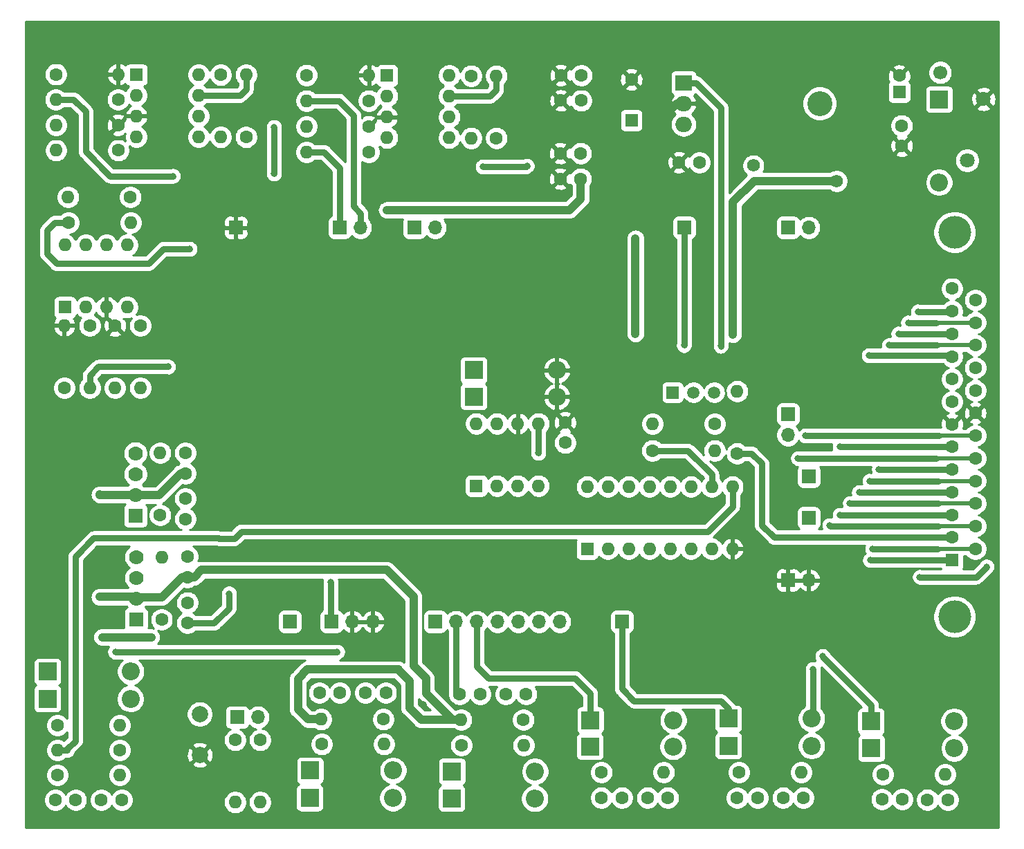
<source format=gbr>
%TF.GenerationSoftware,KiCad,Pcbnew,(5.1.6)-1*%
%TF.CreationDate,2022-12-14T15:36:45-08:00*%
%TF.ProjectId,Buggly SPD,42756767-6c79-4205-9350-442e6b696361,rev?*%
%TF.SameCoordinates,Original*%
%TF.FileFunction,Copper,L2,Bot*%
%TF.FilePolarity,Positive*%
%FSLAX46Y46*%
G04 Gerber Fmt 4.6, Leading zero omitted, Abs format (unit mm)*
G04 Created by KiCad (PCBNEW (5.1.6)-1) date 2022-12-14 15:36:45*
%MOMM*%
%LPD*%
G01*
G04 APERTURE LIST*
%TA.AperFunction,ComponentPad*%
%ADD10O,1.600000X1.600000*%
%TD*%
%TA.AperFunction,ComponentPad*%
%ADD11C,1.600000*%
%TD*%
%TA.AperFunction,ComponentPad*%
%ADD12O,1.700000X1.700000*%
%TD*%
%TA.AperFunction,ComponentPad*%
%ADD13R,1.700000X1.700000*%
%TD*%
%TA.AperFunction,ComponentPad*%
%ADD14O,2.200000X2.200000*%
%TD*%
%TA.AperFunction,ComponentPad*%
%ADD15R,2.200000X2.200000*%
%TD*%
%TA.AperFunction,ComponentPad*%
%ADD16C,1.778000*%
%TD*%
%TA.AperFunction,ComponentPad*%
%ADD17R,1.778000X1.778000*%
%TD*%
%TA.AperFunction,ComponentPad*%
%ADD18R,1.600000X1.600000*%
%TD*%
%TA.AperFunction,ComponentPad*%
%ADD19R,1.500000X1.500000*%
%TD*%
%TA.AperFunction,ComponentPad*%
%ADD20C,1.500000*%
%TD*%
%TA.AperFunction,ComponentPad*%
%ADD21C,4.000000*%
%TD*%
%TA.AperFunction,ComponentPad*%
%ADD22C,1.800000*%
%TD*%
%TA.AperFunction,ComponentPad*%
%ADD23C,1.560000*%
%TD*%
%TA.AperFunction,ComponentPad*%
%ADD24C,1.700000*%
%TD*%
%TA.AperFunction,ComponentPad*%
%ADD25O,2.000000X1.905000*%
%TD*%
%TA.AperFunction,ComponentPad*%
%ADD26R,2.000000X1.905000*%
%TD*%
%TA.AperFunction,ComponentPad*%
%ADD27C,3.048000*%
%TD*%
%TA.AperFunction,ComponentPad*%
%ADD28C,2.000000*%
%TD*%
%TA.AperFunction,ViaPad*%
%ADD29C,0.800000*%
%TD*%
%TA.AperFunction,Conductor*%
%ADD30C,1.016000*%
%TD*%
%TA.AperFunction,Conductor*%
%ADD31C,0.762000*%
%TD*%
%TA.AperFunction,Conductor*%
%ADD32C,0.508000*%
%TD*%
%TA.AperFunction,Conductor*%
%ADD33C,0.889000*%
%TD*%
%TA.AperFunction,Conductor*%
%ADD34C,0.254000*%
%TD*%
G04 APERTURE END LIST*
D10*
%TO.P,R35,2*%
%TO.N,Net-(R35-Pad2)*%
X113182400Y-52654200D03*
D11*
%TO.P,R35,1*%
%TO.N,D5-control*%
X113182400Y-45034200D03*
%TD*%
D10*
%TO.P,R27,2*%
%TO.N,MCU-D5*%
X93014800Y-54279800D03*
D11*
%TO.P,R27,1*%
%TO.N,Net-(R27-Pad1)*%
X100634800Y-54279800D03*
%TD*%
D10*
%TO.P,R16,2*%
%TO.N,MCU-D5*%
X93014800Y-51181000D03*
D11*
%TO.P,R16,1*%
%TO.N,GND*%
X100634800Y-51181000D03*
%TD*%
D10*
%TO.P,R9,2*%
%TO.N,Spare-ADC*%
X201828400Y-130683000D03*
D11*
%TO.P,R9,1*%
%TO.N,ADC-Clamp-6*%
X194208400Y-130683000D03*
%TD*%
D12*
%TO.P,J6,7*%
%TO.N,ADC-Clamp-6*%
X154660600Y-111988600D03*
%TO.P,J6,6*%
%TO.N,MCU-A5*%
X152120600Y-111988600D03*
%TO.P,J6,5*%
%TO.N,ADC-Clamp-4*%
X149580600Y-111988600D03*
%TO.P,J6,4*%
%TO.N,MCU-A3*%
X147040600Y-111988600D03*
%TO.P,J6,3*%
%TO.N,ADC-Clamp-2*%
X144500600Y-111988600D03*
%TO.P,J6,2*%
%TO.N,ADC-Clamp-1*%
X141960600Y-111988600D03*
D13*
%TO.P,J6,1*%
%TO.N,ADC-Clamp-0*%
X139420600Y-111988600D03*
%TD*%
D12*
%TO.P,J5,2*%
%TO.N,MCU-D5*%
X139420600Y-63728600D03*
D13*
%TO.P,J5,1*%
%TO.N,MCU-D6*%
X136880600Y-63728600D03*
%TD*%
D14*
%TO.P,D13,2*%
%TO.N,SigRtn*%
X202920600Y-124206000D03*
D15*
%TO.P,D13,1*%
%TO.N,ADC-Clamp-6*%
X192760600Y-124206000D03*
%TD*%
D14*
%TO.P,D10,2*%
%TO.N,SigRtn*%
X202946000Y-127508000D03*
D15*
%TO.P,D10,1*%
%TO.N,ADC-Clamp-6*%
X192786000Y-127508000D03*
%TD*%
D11*
%TO.P,C13,2*%
%TO.N,SigRtn*%
X196581400Y-133756400D03*
%TO.P,C13,1*%
%TO.N,ADC-Clamp-6*%
X194081400Y-133756400D03*
%TD*%
%TO.P,C9,2*%
%TO.N,SigRtn*%
X199658600Y-133807200D03*
%TO.P,C9,1*%
%TO.N,Spare-ADC*%
X202158600Y-133807200D03*
%TD*%
D14*
%TO.P,D8,2*%
%TO.N,SigRtn*%
X102133400Y-121437400D03*
D15*
%TO.P,D8,1*%
%TO.N,ADC-Clamp-4*%
X91973400Y-121437400D03*
%TD*%
D14*
%TO.P,D4,2*%
%TO.N,SigRtn*%
X102158800Y-118110000D03*
D15*
%TO.P,D4,1*%
%TO.N,ADC-Clamp-4*%
X91998800Y-118110000D03*
%TD*%
D16*
%TO.P,U2,4*%
%TO.N,Net-(R6-Pad2)*%
X102819200Y-104089200D03*
%TO.P,U2,3*%
%TO.N,SigRtn*%
X102819200Y-106629200D03*
%TO.P,U2,2*%
%TO.N,VDDA*%
X102819200Y-109169200D03*
D17*
%TO.P,U2,1*%
%TO.N,Net-(U2-Pad1)*%
X102819200Y-111709200D03*
%TD*%
D16*
%TO.P,U1,4*%
%TO.N,Net-(R5-Pad2)*%
X102743000Y-91389200D03*
%TO.P,U1,3*%
%TO.N,SigRtn*%
X102743000Y-93929200D03*
%TO.P,U1,2*%
%TO.N,VDDA*%
X102743000Y-96469200D03*
D17*
%TO.P,U1,1*%
%TO.N,Net-(U1-Pad1)*%
X102743000Y-99009200D03*
%TD*%
D10*
%TO.P,R6,2*%
%TO.N,Net-(R6-Pad2)*%
X105943400Y-104114600D03*
D11*
%TO.P,R6,1*%
%TO.N,MCU-A5*%
X105943400Y-111734600D03*
%TD*%
D10*
%TO.P,R5,2*%
%TO.N,Net-(R5-Pad2)*%
X105765600Y-91338400D03*
D11*
%TO.P,R5,1*%
%TO.N,MCU-A3*%
X105765600Y-98958400D03*
%TD*%
D10*
%TO.P,R4,2*%
%TO.N,Net-(C4-Pad1)*%
X100812600Y-130784600D03*
D11*
%TO.P,R4,1*%
%TO.N,ADC-Clamp-4*%
X93192600Y-130784600D03*
%TD*%
D10*
%TO.P,R2,2*%
%TO.N,12V*%
X93192600Y-127736600D03*
D11*
%TO.P,R2,1*%
%TO.N,Net-(C4-Pad1)*%
X100812600Y-127736600D03*
%TD*%
D10*
%TO.P,R1,2*%
%TO.N,Net-(C4-Pad1)*%
X100812600Y-124688600D03*
D11*
%TO.P,R1,1*%
%TO.N,SigRtn*%
X93192600Y-124688600D03*
%TD*%
D12*
%TO.P,J13,2*%
%TO.N,GND*%
X185140600Y-106908600D03*
D13*
%TO.P,J13,1*%
X182600600Y-106908600D03*
%TD*%
%TO.P,J12,1*%
%TO.N,MCU-D49*%
X185140600Y-99288600D03*
%TD*%
%TO.P,J11,1*%
%TO.N,MCU-D45*%
X185140600Y-94208600D03*
%TD*%
D12*
%TO.P,J10,2*%
%TO.N,MCU-D40*%
X182600600Y-89128600D03*
D13*
%TO.P,J10,1*%
%TO.N,MCU-D38*%
X182600600Y-86588600D03*
%TD*%
D12*
%TO.P,J9,2*%
%TO.N,VDD*%
X185140600Y-63728600D03*
D13*
%TO.P,J9,1*%
X182600600Y-63728600D03*
%TD*%
%TO.P,J8,1*%
%TO.N,ADC-Clamp-8*%
X162280600Y-111988600D03*
%TD*%
%TO.P,J7,1*%
%TO.N,MCU-D19*%
X169900600Y-63728600D03*
%TD*%
D12*
%TO.P,J4,3*%
%TO.N,GND*%
X131800600Y-111988600D03*
%TO.P,J4,2*%
X129260600Y-111988600D03*
D13*
%TO.P,J4,1*%
%TO.N,VDD*%
X126720600Y-111988600D03*
%TD*%
D12*
%TO.P,J3,2*%
%TO.N,MCU-D8*%
X130276600Y-63728600D03*
D13*
%TO.P,J3,1*%
%TO.N,MCU-D9*%
X127736600Y-63728600D03*
%TD*%
%TO.P,J2,1*%
%TO.N,RESET*%
X121640600Y-111988600D03*
%TD*%
%TO.P,J1,1*%
%TO.N,GND*%
X115036600Y-63728600D03*
%TD*%
D11*
%TO.P,C16,2*%
%TO.N,SigRtn*%
X162266000Y-133553200D03*
%TO.P,C16,1*%
%TO.N,ADC-Clamp-2*%
X159766000Y-133553200D03*
%TD*%
%TO.P,C15,2*%
%TO.N,SigRtn*%
X144917800Y-120878600D03*
%TO.P,C15,1*%
%TO.N,ADC-Clamp-1*%
X142417800Y-120878600D03*
%TD*%
%TO.P,C14,2*%
%TO.N,SigRtn*%
X127747400Y-120700800D03*
%TO.P,C14,1*%
%TO.N,ADC-Clamp-0*%
X125247400Y-120700800D03*
%TD*%
%TO.P,C8,2*%
%TO.N,SigRtn*%
X109093000Y-109666400D03*
%TO.P,C8,1*%
%TO.N,MCU-A5*%
X109093000Y-112166400D03*
%TD*%
%TO.P,C7,2*%
%TO.N,SigRtn*%
X108839000Y-96915600D03*
%TO.P,C7,1*%
%TO.N,MCU-A3*%
X108839000Y-99415600D03*
%TD*%
%TO.P,C6,2*%
%TO.N,SigRtn*%
X95438600Y-133832600D03*
%TO.P,C6,1*%
%TO.N,ADC-Clamp-4*%
X92938600Y-133832600D03*
%TD*%
%TO.P,C5,2*%
%TO.N,SigRtn*%
X178877600Y-133578600D03*
%TO.P,C5,1*%
%TO.N,ADC-Clamp-8*%
X176377600Y-133578600D03*
%TD*%
%TO.P,C4,2*%
%TO.N,SigRtn*%
X98566600Y-133832600D03*
%TO.P,C4,1*%
%TO.N,Net-(C4-Pad1)*%
X101066600Y-133832600D03*
%TD*%
%TO.P,C2,2*%
%TO.N,VDDA*%
X109093000Y-106538400D03*
%TO.P,C2,1*%
%TO.N,SigRtn*%
X109093000Y-104038400D03*
%TD*%
%TO.P,C1,2*%
%TO.N,VDDA*%
X108839000Y-93838400D03*
%TO.P,C1,1*%
%TO.N,SigRtn*%
X108839000Y-91338400D03*
%TD*%
D10*
%TO.P,R34,2*%
%TO.N,MCU-D6*%
X92989400Y-48056800D03*
D11*
%TO.P,R34,1*%
%TO.N,Net-(R34-Pad1)*%
X100609400Y-48056800D03*
%TD*%
D10*
%TO.P,R33,2*%
%TO.N,MCU-D9*%
X123685300Y-54495700D03*
D11*
%TO.P,R33,1*%
%TO.N,Net-(R33-Pad1)*%
X131305300Y-54495700D03*
%TD*%
D10*
%TO.P,R32,2*%
%TO.N,MCU-D8*%
X123685300Y-48196500D03*
D11*
%TO.P,R32,1*%
%TO.N,Net-(R32-Pad1)*%
X131305300Y-48196500D03*
%TD*%
D10*
%TO.P,R31,2*%
%TO.N,MCU-D38*%
X103339900Y-83375500D03*
D11*
%TO.P,R31,1*%
%TO.N,Net-(R31-Pad1)*%
X103339900Y-75755500D03*
%TD*%
D10*
%TO.P,R30,2*%
%TO.N,MCU-D40*%
X97142300Y-83375500D03*
D11*
%TO.P,R30,1*%
%TO.N,Net-(R30-Pad1)*%
X97142300Y-75755500D03*
%TD*%
D10*
%TO.P,R29,2*%
%TO.N,MCU-D9*%
X123685300Y-51346100D03*
D11*
%TO.P,R29,1*%
%TO.N,GND*%
X131305300Y-51346100D03*
%TD*%
D10*
%TO.P,R28,2*%
%TO.N,GND*%
X131305300Y-45059600D03*
D11*
%TO.P,R28,1*%
%TO.N,MCU-D8*%
X123685300Y-45059600D03*
%TD*%
D10*
%TO.P,R26,2*%
%TO.N,GND*%
X100622100Y-44970700D03*
D11*
%TO.P,R26,1*%
%TO.N,MCU-D6*%
X93002100Y-44970700D03*
%TD*%
D10*
%TO.P,R25,2*%
%TO.N,MCU-D38*%
X100241100Y-83375500D03*
D11*
%TO.P,R25,1*%
%TO.N,GND*%
X100241100Y-75755500D03*
%TD*%
D10*
%TO.P,R24,2*%
%TO.N,GND*%
X94043500Y-75742800D03*
D11*
%TO.P,R24,1*%
%TO.N,MCU-D40*%
X94043500Y-83362800D03*
%TD*%
D14*
%TO.P,D12,2*%
%TO.N,SigRtn*%
X185470800Y-123875800D03*
D15*
%TO.P,D12,1*%
%TO.N,ADC-Clamp-8*%
X175310800Y-123875800D03*
%TD*%
D14*
%TO.P,D9,2*%
%TO.N,SigRtn*%
X185470800Y-127203200D03*
D15*
%TO.P,D9,1*%
%TO.N,ADC-Clamp-8*%
X175310800Y-127203200D03*
%TD*%
D14*
%TO.P,D7,2*%
%TO.N,SigRtn*%
X168529000Y-127304800D03*
D15*
%TO.P,D7,1*%
%TO.N,ADC-Clamp-2*%
X158369000Y-127304800D03*
%TD*%
D14*
%TO.P,D6,2*%
%TO.N,SigRtn*%
X151612600Y-133654800D03*
D15*
%TO.P,D6,1*%
%TO.N,ADC-Clamp-1*%
X141452600Y-133654800D03*
%TD*%
D14*
%TO.P,D5,2*%
%TO.N,SigRtn*%
X134264400Y-130225800D03*
D15*
%TO.P,D5,1*%
%TO.N,ADC-Clamp-0*%
X124104400Y-130225800D03*
%TD*%
D14*
%TO.P,D3,2*%
%TO.N,SigRtn*%
X168554400Y-124053600D03*
D15*
%TO.P,D3,1*%
%TO.N,ADC-Clamp-2*%
X158394400Y-124053600D03*
%TD*%
D14*
%TO.P,D2,2*%
%TO.N,SigRtn*%
X151638000Y-130327400D03*
D15*
%TO.P,D2,1*%
%TO.N,ADC-Clamp-1*%
X141478000Y-130327400D03*
%TD*%
D14*
%TO.P,D1,2*%
%TO.N,SigRtn*%
X134239000Y-133578600D03*
D15*
%TO.P,D1,1*%
%TO.N,ADC-Clamp-0*%
X124079000Y-133578600D03*
%TD*%
D11*
%TO.P,C21,2*%
%TO.N,12V*%
X157287600Y-48183800D03*
%TO.P,C21,1*%
%TO.N,GND*%
X154787600Y-48183800D03*
%TD*%
%TO.P,C20,2*%
%TO.N,VDD*%
X157236800Y-57759600D03*
%TO.P,C20,1*%
%TO.N,GND*%
X154736800Y-57759600D03*
%TD*%
%TO.P,C19,2*%
%TO.N,VDD*%
X157236800Y-54635400D03*
%TO.P,C19,1*%
%TO.N,GND*%
X154736800Y-54635400D03*
%TD*%
%TO.P,C18,2*%
%TO.N,12V*%
X157313000Y-45085000D03*
%TO.P,C18,1*%
%TO.N,GND*%
X154813000Y-45085000D03*
%TD*%
D10*
%TO.P,U3,8*%
%TO.N,Net-(U3-Pad8)*%
X141147800Y-45123100D03*
%TO.P,U3,4*%
%TO.N,Net-(R33-Pad1)*%
X133527800Y-52743100D03*
%TO.P,U3,7*%
%TO.N,Net-(R13-Pad2)*%
X141147800Y-47663100D03*
%TO.P,U3,3*%
%TO.N,GND*%
X133527800Y-50203100D03*
%TO.P,U3,6*%
%TO.N,12V*%
X141147800Y-50203100D03*
%TO.P,U3,2*%
%TO.N,Net-(R32-Pad1)*%
X133527800Y-47663100D03*
%TO.P,U3,5*%
%TO.N,Net-(R14-Pad2)*%
X141147800Y-52743100D03*
D18*
%TO.P,U3,1*%
%TO.N,Net-(U3-Pad1)*%
X133527800Y-45123100D03*
%TD*%
D10*
%TO.P,R15,2*%
%TO.N,Net-(R15-Pad2)*%
X116281200Y-45034200D03*
D11*
%TO.P,R15,1*%
%TO.N,D6-control*%
X116281200Y-52654200D03*
%TD*%
D10*
%TO.P,R14,2*%
%TO.N,Net-(R14-Pad2)*%
X143840200Y-52768500D03*
D11*
%TO.P,R14,1*%
%TO.N,D9-control*%
X143840200Y-45148500D03*
%TD*%
D10*
%TO.P,R13,2*%
%TO.N,Net-(R13-Pad2)*%
X146913600Y-45148500D03*
D11*
%TO.P,R13,1*%
%TO.N,D8-control*%
X146913600Y-52768500D03*
%TD*%
D10*
%TO.P,U4,8*%
%TO.N,Net-(U4-Pad8)*%
X110477300Y-45008800D03*
%TO.P,U4,4*%
%TO.N,Net-(R27-Pad1)*%
X102857300Y-52628800D03*
%TO.P,U4,7*%
%TO.N,Net-(R15-Pad2)*%
X110477300Y-47548800D03*
%TO.P,U4,3*%
%TO.N,GND*%
X102857300Y-50088800D03*
%TO.P,U4,6*%
%TO.N,12V*%
X110477300Y-50088800D03*
%TO.P,U4,2*%
%TO.N,Net-(R34-Pad1)*%
X102857300Y-47548800D03*
%TO.P,U4,5*%
%TO.N,Net-(R35-Pad2)*%
X110477300Y-52628800D03*
D18*
%TO.P,U4,1*%
%TO.N,Net-(U4-Pad1)*%
X102857300Y-45008800D03*
%TD*%
D10*
%TO.P,U5,8*%
%TO.N,Net-(U5-Pad8)*%
X94119700Y-65874900D03*
%TO.P,U5,4*%
%TO.N,Net-(R31-Pad1)*%
X101739700Y-73494900D03*
%TO.P,U5,7*%
%TO.N,Net-(R20-Pad2)*%
X96659700Y-65874900D03*
%TO.P,U5,3*%
%TO.N,GND*%
X99199700Y-73494900D03*
%TO.P,U5,6*%
%TO.N,VDD*%
X99199700Y-65874900D03*
%TO.P,U5,2*%
%TO.N,Net-(R30-Pad1)*%
X96659700Y-73494900D03*
%TO.P,U5,5*%
%TO.N,Net-(R21-Pad2)*%
X101739700Y-65874900D03*
D18*
%TO.P,U5,1*%
%TO.N,Net-(U5-Pad1)*%
X94119700Y-73494900D03*
%TD*%
D10*
%TO.P,R21,2*%
%TO.N,Net-(R21-Pad2)*%
X102171500Y-63131700D03*
D11*
%TO.P,R21,1*%
%TO.N,D38-control*%
X94551500Y-63131700D03*
%TD*%
D10*
%TO.P,R20,2*%
%TO.N,Net-(R20-Pad2)*%
X94500700Y-60007500D03*
D11*
%TO.P,R20,1*%
%TO.N,D40-control*%
X102120700Y-60007500D03*
%TD*%
D10*
%TO.P,R12,2*%
%TO.N,TPS-Sensor*%
X167386000Y-130454400D03*
D11*
%TO.P,R12,1*%
%TO.N,ADC-Clamp-2*%
X159766000Y-130454400D03*
%TD*%
D10*
%TO.P,R11,2*%
%TO.N,CLT-Sensor*%
X150241000Y-127127000D03*
D11*
%TO.P,R11,1*%
%TO.N,ADC-Clamp-1*%
X142621000Y-127127000D03*
%TD*%
D10*
%TO.P,R10,2*%
%TO.N,IAT-Sensor*%
X133146800Y-127000000D03*
D11*
%TO.P,R10,1*%
%TO.N,ADC-Clamp-0*%
X125526800Y-127000000D03*
%TD*%
D10*
%TO.P,R8,2*%
%TO.N,VDDA*%
X142595600Y-124002800D03*
D11*
%TO.P,R8,1*%
%TO.N,CLT-Sensor*%
X150215600Y-124002800D03*
%TD*%
D10*
%TO.P,R7,2*%
%TO.N,VDDA*%
X125450600Y-123952000D03*
D11*
%TO.P,R7,1*%
%TO.N,IAT-Sensor*%
X133070600Y-123952000D03*
%TD*%
D10*
%TO.P,R3,2*%
%TO.N,O2-Sensor*%
X184226200Y-130429000D03*
D11*
%TO.P,R3,1*%
%TO.N,ADC-Clamp-8*%
X176606200Y-130429000D03*
%TD*%
%TO.P,C12,2*%
%TO.N,SigRtn*%
X165394000Y-133553200D03*
%TO.P,C12,1*%
%TO.N,TPS-Sensor*%
X167894000Y-133553200D03*
%TD*%
%TO.P,C11,2*%
%TO.N,SigRtn*%
X148045800Y-120878600D03*
%TO.P,C11,1*%
%TO.N,CLT-Sensor*%
X150545800Y-120878600D03*
%TD*%
%TO.P,C10,2*%
%TO.N,SigRtn*%
X130875400Y-120700800D03*
%TO.P,C10,1*%
%TO.N,IAT-Sensor*%
X133375400Y-120700800D03*
%TD*%
%TO.P,C3,2*%
%TO.N,SigRtn*%
X181980200Y-133553200D03*
%TO.P,C3,1*%
%TO.N,O2-Sensor*%
X184480200Y-133553200D03*
%TD*%
D10*
%TO.P,IC1,8*%
%TO.N,MCU-D19*%
X144449800Y-87731600D03*
%TO.P,IC1,4*%
%TO.N,Net-(IC1-Pad4)*%
X152069800Y-95351600D03*
%TO.P,IC1,7*%
%TO.N,Net-(IC1-Pad7)*%
X146989800Y-87731600D03*
%TO.P,IC1,3*%
%TO.N,Net-(IC1-Pad3)*%
X149529800Y-95351600D03*
%TO.P,IC1,6*%
%TO.N,GND*%
X149529800Y-87731600D03*
%TO.P,IC1,2*%
%TO.N,CKP+*%
X146989800Y-95351600D03*
%TO.P,IC1,5*%
%TO.N,VDD*%
X152069800Y-87731600D03*
D18*
%TO.P,IC1,1*%
%TO.N,CKP-*%
X144449800Y-95351600D03*
%TD*%
D14*
%TO.P,D14,2*%
%TO.N,GND*%
X154305000Y-84455000D03*
D15*
%TO.P,D14,1*%
%TO.N,MCU-D19*%
X144145000Y-84455000D03*
%TD*%
D14*
%TO.P,D11,2*%
%TO.N,GND*%
X154305000Y-81203800D03*
D15*
%TO.P,D11,1*%
%TO.N,MCU-D19*%
X144145000Y-81203800D03*
%TD*%
D11*
%TO.P,C17,2*%
%TO.N,GND*%
X155321000Y-87593800D03*
%TO.P,C17,1*%
%TO.N,MCU-D19*%
X155321000Y-90093800D03*
%TD*%
%TO.P,C24,2*%
%TO.N,GND*%
X196514720Y-53741960D03*
%TO.P,C24,1*%
%TO.N,12V*%
X196514720Y-51241960D03*
%TD*%
D10*
%TO.P,U6,16*%
%TO.N,Net-(U6-Pad16)*%
X158013400Y-95453200D03*
%TO.P,U6,8*%
%TO.N,GND*%
X175793400Y-103073200D03*
%TO.P,U6,15*%
%TO.N,Net-(U6-Pad15)*%
X160553400Y-95453200D03*
%TO.P,U6,7*%
%TO.N,MCU-D49*%
X173253400Y-103073200D03*
%TO.P,U6,14*%
%TO.N,Net-(U6-Pad14)*%
X163093400Y-95453200D03*
%TO.P,U6,6*%
%TO.N,MCU-D45*%
X170713400Y-103073200D03*
%TO.P,U6,13*%
%TO.N,Net-(U6-Pad13)*%
X165633400Y-95453200D03*
%TO.P,U6,5*%
%TO.N,Net-(U6-Pad5)*%
X168173400Y-103073200D03*
%TO.P,U6,12*%
%TO.N,Net-(U6-Pad12)*%
X168173400Y-95453200D03*
%TO.P,U6,4*%
%TO.N,Net-(U6-Pad4)*%
X165633400Y-103073200D03*
%TO.P,U6,11*%
%TO.N,D45-control*%
X170713400Y-95453200D03*
%TO.P,U6,3*%
%TO.N,Net-(U6-Pad3)*%
X163093400Y-103073200D03*
%TO.P,U6,10*%
%TO.N,D49-control*%
X173253400Y-95453200D03*
%TO.P,U6,2*%
%TO.N,Net-(U6-Pad2)*%
X160553400Y-103073200D03*
%TO.P,U6,9*%
%TO.N,12V*%
X175793400Y-95453200D03*
D18*
%TO.P,U6,1*%
%TO.N,Net-(U6-Pad1)*%
X158013400Y-103073200D03*
%TD*%
D10*
%TO.P,R19,2*%
%TO.N,Net-(Q1-Pad3)*%
X176377600Y-83769200D03*
D11*
%TO.P,R19,1*%
%TO.N,Tachometer*%
X176377600Y-91389200D03*
%TD*%
D10*
%TO.P,R18,2*%
%TO.N,Net-(Q1-Pad2)*%
X173609000Y-91033600D03*
D11*
%TO.P,R18,1*%
%TO.N,D49-control*%
X165989000Y-91033600D03*
%TD*%
D10*
%TO.P,R17,2*%
%TO.N,F5-out*%
X166014400Y-87757000D03*
D11*
%TO.P,R17,1*%
%TO.N,Net-(Q1-Pad2)*%
X173634400Y-87757000D03*
%TD*%
D19*
%TO.P,Q1,1*%
%TO.N,F5-out*%
X168478200Y-83921600D03*
D20*
%TO.P,Q1,3*%
%TO.N,Net-(Q1-Pad3)*%
X173558200Y-83921600D03*
%TO.P,Q1,2*%
%TO.N,Net-(Q1-Pad2)*%
X171018200Y-83921600D03*
%TD*%
D21*
%TO.P,J15,0*%
%TO.N,N/C*%
X202976760Y-64284960D03*
X202976760Y-111384960D03*
D11*
%TO.P,J15,25*%
%TO.N,O2-Sensor*%
X205516760Y-72599960D03*
%TO.P,J15,24*%
%TO.N,CLT-Sensor*%
X205516760Y-75369960D03*
%TO.P,J15,23*%
%TO.N,SigRtn*%
X205516760Y-78139960D03*
%TO.P,J15,22*%
%TO.N,Net-(J15-Pad22)*%
X205516760Y-80909960D03*
%TO.P,J15,21*%
%TO.N,Net-(J15-Pad21)*%
X205516760Y-83679960D03*
%TO.P,J15,20*%
%TO.N,GND*%
X205516760Y-86449960D03*
%TO.P,J15,19*%
%TO.N,F5-out*%
X205516760Y-89219960D03*
%TO.P,J15,18*%
%TO.N,D45-control*%
X205516760Y-91989960D03*
%TO.P,J15,17*%
%TO.N,D6-control*%
X205516760Y-94759960D03*
%TO.P,J15,16*%
%TO.N,D8-control*%
X205516760Y-97529960D03*
%TO.P,J15,15*%
%TO.N,D40-control*%
X205516760Y-100299960D03*
%TO.P,J15,14*%
%TO.N,CKP+*%
X205516760Y-103069960D03*
%TO.P,J15,13*%
%TO.N,Spare-ADC*%
X202676760Y-71214960D03*
%TO.P,J15,12*%
%TO.N,TPS-Sensor*%
X202676760Y-73984960D03*
%TO.P,J15,11*%
%TO.N,IAT-Sensor*%
X202676760Y-76754960D03*
%TO.P,J15,10*%
%TO.N,VDDA*%
X202676760Y-79524960D03*
%TO.P,J15,9*%
%TO.N,Net-(J15-Pad9)*%
X202676760Y-82294960D03*
%TO.P,J15,8*%
%TO.N,Net-(J15-Pad8)*%
X202676760Y-85064960D03*
%TO.P,J15,7*%
%TO.N,GND*%
X202676760Y-87834960D03*
%TO.P,J15,6*%
%TO.N,D5-control*%
X202676760Y-90604960D03*
%TO.P,J15,5*%
%TO.N,12V-Raw*%
X202676760Y-93374960D03*
%TO.P,J15,4*%
%TO.N,D9-control*%
X202676760Y-96144960D03*
%TO.P,J15,3*%
%TO.N,D38-control*%
X202676760Y-98914960D03*
%TO.P,J15,2*%
%TO.N,Tachometer*%
X202676760Y-101684960D03*
D18*
%TO.P,J15,1*%
%TO.N,CKP-*%
X202676760Y-104454960D03*
%TD*%
D22*
%TO.P,RV1,2*%
%TO.N,GND*%
X206515720Y-48014240D03*
%TO.P,RV1,1*%
%TO.N,12V-Raw*%
X204515720Y-55514240D03*
%TD*%
D23*
%TO.P,F1,1*%
%TO.N,VDDA*%
X188549280Y-58039000D03*
%TO.P,F1,2*%
%TO.N,VDD*%
X178349280Y-56139000D03*
%TD*%
D14*
%TO.P,D17,2*%
%TO.N,12V-Raw*%
X201086720Y-58191400D03*
D15*
%TO.P,D17,1*%
%TO.N,12V*%
X201086720Y-48031400D03*
%TD*%
D24*
%TO.P,J8,1*%
%TO.N,12V*%
X201223880Y-44749720D03*
%TD*%
D25*
%TO.P,U7,3*%
%TO.N,VDD*%
X169824400Y-51094640D03*
%TO.P,U7,2*%
%TO.N,GND*%
X169824400Y-48554640D03*
D26*
%TO.P,U7,1*%
%TO.N,12V*%
X169824400Y-46014640D03*
D27*
%TO.P,U7,*%
%TO.N,*%
X186484400Y-48554640D03*
%TD*%
D10*
%TO.P,R23,2*%
%TO.N,VDD*%
X114935000Y-134112000D03*
D11*
%TO.P,R23,1*%
%TO.N,Net-(C20-Pad1)*%
X114935000Y-126492000D03*
%TD*%
D10*
%TO.P,R22,2*%
%TO.N,VDD*%
X117983000Y-134112000D03*
D11*
%TO.P,R22,1*%
%TO.N,RESET*%
X117983000Y-126492000D03*
%TD*%
D12*
%TO.P,JP1,2*%
%TO.N,RESET*%
X117729000Y-123698000D03*
D13*
%TO.P,JP1,1*%
%TO.N,Net-(C20-Pad1)*%
X115189000Y-123698000D03*
%TD*%
D11*
%TO.P,C26,2*%
%TO.N,GND*%
X163428680Y-45606960D03*
D18*
%TO.P,C26,1*%
%TO.N,VDD*%
X163428680Y-50606960D03*
%TD*%
D11*
%TO.P,C25,2*%
%TO.N,GND*%
X169249720Y-55758080D03*
%TO.P,C25,1*%
%TO.N,VDD*%
X171749720Y-55758080D03*
%TD*%
D28*
%TO.P,C22,2*%
%TO.N,GND*%
X110617000Y-128317000D03*
%TO.P,C22,1*%
%TO.N,Net-(C20-Pad1)*%
X110617000Y-123317000D03*
%TD*%
D11*
%TO.P,C23,2*%
%TO.N,GND*%
X196209920Y-45132240D03*
D18*
%TO.P,C23,1*%
%TO.N,12V*%
X196209920Y-47132240D03*
%TD*%
D29*
%TO.N,VDD*%
X98679000Y-113893600D03*
X104673400Y-113893600D03*
X133502400Y-61595000D03*
X152044400Y-91338400D03*
X126619000Y-107137200D03*
%TO.N,SigRtn*%
X163927000Y-65070200D03*
X163927000Y-76754200D03*
X194945000Y-78155800D03*
X185674000Y-117805200D03*
%TO.N,ADC-Clamp-4*%
X127431800Y-115697000D03*
X100279200Y-115697000D03*
%TO.N,VDDA*%
X192506600Y-79400400D03*
X98348800Y-96418400D03*
X98348800Y-108966000D03*
X175869600Y-76835000D03*
%TO.N,12V*%
X174371000Y-78181200D03*
%TO.N,D8-control*%
X190169800Y-97485200D03*
%TO.N,D9-control*%
X191287400Y-96164400D03*
%TO.N,12V-Raw*%
X193725800Y-93319600D03*
%TO.N,GND*%
X166903400Y-54762400D03*
X92900500Y-104533700D03*
X94437200Y-89941400D03*
X146710400Y-130505200D03*
X151333200Y-75107800D03*
X181483000Y-81584800D03*
X162102800Y-90881200D03*
X203301600Y-108280200D03*
X146989800Y-114122200D03*
X149377400Y-117017800D03*
X162966400Y-124155200D03*
X163322000Y-127457200D03*
X180975000Y-124002800D03*
X180111400Y-127355600D03*
X154432000Y-123596400D03*
X154990800Y-128879600D03*
X173532800Y-131216400D03*
X163220400Y-130505200D03*
X155651200Y-133807200D03*
X140004800Y-117221000D03*
X137718800Y-127965200D03*
X128879600Y-133146800D03*
X129387600Y-124561600D03*
X122021600Y-127203200D03*
X96291400Y-130708400D03*
X98374200Y-118135400D03*
X106426000Y-83185000D03*
X99593400Y-106781600D03*
X134823200Y-112064800D03*
X116687600Y-111607600D03*
X124155200Y-111912400D03*
X98475800Y-124866400D03*
X102793800Y-126136400D03*
X103708200Y-133985000D03*
X119684800Y-113842800D03*
X108127800Y-118110000D03*
X114604800Y-118059200D03*
X107619800Y-130454400D03*
X115062000Y-130352800D03*
X111099600Y-74447400D03*
X103225600Y-88544400D03*
X108864400Y-88341200D03*
X137998200Y-122148600D03*
X116332000Y-78206600D03*
X92354400Y-40614600D03*
X139166600Y-39979600D03*
X170078400Y-39725600D03*
X204089000Y-40081200D03*
X91998800Y-136144000D03*
X90398600Y-114554000D03*
X90576400Y-66014600D03*
X113030000Y-59359800D03*
X144119600Y-58470800D03*
X148031200Y-58978800D03*
X184708800Y-73202800D03*
X187248800Y-83591400D03*
X177850800Y-79425800D03*
X169875200Y-87782400D03*
X176580800Y-87909400D03*
X181025800Y-92481400D03*
X177215800Y-93497400D03*
X197027800Y-119608600D03*
X197916800Y-124815600D03*
X197662800Y-127990600D03*
X197281800Y-131165600D03*
X189534800Y-133705600D03*
X191439800Y-131165600D03*
X188518800Y-125704600D03*
X149047200Y-109982000D03*
X188137800Y-110540800D03*
X167843200Y-112420400D03*
X148285200Y-104190800D03*
X115189000Y-104190800D03*
X138150600Y-103809800D03*
X138785600Y-78816200D03*
X193725800Y-68072000D03*
X206146400Y-68072000D03*
%TO.N,O2-Sensor*%
X206883000Y-105257600D03*
X198729600Y-106527600D03*
%TO.N,IAT-Sensor*%
X196113400Y-76733400D03*
%TO.N,CLT-Sensor*%
X197299040Y-75369960D03*
%TO.N,TPS-Sensor*%
X198526400Y-74015600D03*
%TO.N,CKP+*%
X192941640Y-103069960D03*
%TO.N,CKP-*%
X192648840Y-104454960D03*
%TO.N,F5-out*%
X184744440Y-89219960D03*
%TO.N,MCU-D19*%
X169875200Y-78155800D03*
%TO.N,Net-(R30-Pad1)*%
X96659700Y-73494900D03*
%TO.N,MCU-A5*%
X114198400Y-108559600D03*
%TO.N,MCU-D6*%
X107315000Y-57429400D03*
%TO.N,MCU-D40*%
X106743500Y-80772000D03*
%TO.N,D45-control*%
X183828640Y-91989960D03*
%TO.N,D6-control*%
X192590240Y-94759960D03*
X145262600Y-56286400D03*
X150647400Y-56184800D03*
%TO.N,D40-control*%
X187680600Y-100203000D03*
%TO.N,D38-control*%
X109385100Y-66370200D03*
X188950600Y-98933000D03*
%TO.N,ADC-Clamp-6*%
X186817000Y-116230400D03*
%TO.N,D5-control*%
X188947440Y-90604960D03*
X119710200Y-51435000D03*
X119710200Y-57124600D03*
%TD*%
D30*
%TO.N,VDD*%
X98679000Y-113893600D02*
X104673400Y-113893600D01*
X157236800Y-60212600D02*
X157236800Y-57759600D01*
X133502400Y-61595000D02*
X155854400Y-61595000D01*
X155854400Y-61595000D02*
X157236800Y-60212600D01*
D31*
X152069800Y-87731600D02*
X152069800Y-91313000D01*
X152069800Y-91313000D02*
X152044400Y-91338400D01*
X126619000Y-111887000D02*
X126720600Y-111988600D01*
X126619000Y-107137200D02*
X126619000Y-111887000D01*
D30*
%TO.N,SigRtn*%
X185597800Y-123957080D02*
X185597800Y-123774200D01*
D32*
X205516760Y-78139960D02*
X200802840Y-78139960D01*
D31*
X200802840Y-78139960D02*
X194960840Y-78139960D01*
D30*
X163927000Y-65070200D02*
X163927000Y-76754200D01*
X163927000Y-76754200D02*
X163927000Y-76754200D01*
D31*
X194960840Y-78139960D02*
X194945000Y-78155800D01*
X185674000Y-123672600D02*
X185470800Y-123875800D01*
X185674000Y-117805200D02*
X185674000Y-123672600D01*
%TO.N,ADC-Clamp-4*%
X100279200Y-115697000D02*
X127431800Y-115697000D01*
%TO.N,ADC-Clamp-2*%
X144500600Y-111988600D02*
X144500600Y-117475000D01*
X144500600Y-117475000D02*
X145973800Y-118948200D01*
X145973800Y-118948200D02*
X156565600Y-118948200D01*
X158394400Y-120777000D02*
X158394400Y-124053600D01*
X156565600Y-118948200D02*
X158394400Y-120777000D01*
D33*
%TO.N,VDDA*%
X125159522Y-123967240D02*
X125430280Y-123967240D01*
D31*
X202653800Y-79502000D02*
X202676760Y-79524960D01*
D30*
X188549280Y-58039000D02*
X178460400Y-58039000D01*
X178460400Y-58039000D02*
X175869600Y-60629800D01*
D31*
X202552200Y-79400400D02*
X202676760Y-79524960D01*
X192506600Y-79400400D02*
X202552200Y-79400400D01*
D30*
X108839000Y-93838400D02*
X108269400Y-93838400D01*
X108269400Y-93838400D02*
X105613200Y-96494600D01*
X102768400Y-96494600D02*
X102743000Y-96469200D01*
X105613200Y-96494600D02*
X102768400Y-96494600D01*
X109093000Y-106538400D02*
X108421800Y-106538400D01*
X108421800Y-106538400D02*
X105943400Y-109016800D01*
X102971600Y-109016800D02*
X102819200Y-109169200D01*
X105943400Y-109016800D02*
X102971600Y-109016800D01*
X109093000Y-106538400D02*
X109945800Y-106538400D01*
X109945800Y-106538400D02*
X110845600Y-105638600D01*
X110845600Y-105638600D02*
X133477000Y-105638600D01*
X133477000Y-105638600D02*
X136779000Y-108940600D01*
X125450600Y-123952000D02*
X123850400Y-123952000D01*
X123850400Y-123952000D02*
X122631200Y-122732800D01*
X122631200Y-122732800D02*
X122631200Y-118999000D01*
X122631200Y-118999000D02*
X123799600Y-117830600D01*
X123799600Y-117830600D02*
X134899400Y-117830600D01*
X134899400Y-117830600D02*
X134899400Y-117906800D01*
X134899400Y-117906800D02*
X136271000Y-119278400D01*
X136271000Y-119278400D02*
X136271000Y-122580400D01*
X136271000Y-122580400D02*
X137693400Y-124002800D01*
X136779000Y-108940600D02*
X136779000Y-117424200D01*
X136779000Y-117424200D02*
X138303000Y-118948200D01*
X138303000Y-120751600D02*
X141554200Y-124002800D01*
X138303000Y-118948200D02*
X138303000Y-120751600D01*
X137693400Y-124002800D02*
X141554200Y-124002800D01*
X141554200Y-124002800D02*
X142595600Y-124002800D01*
X102743000Y-96469200D02*
X98399600Y-96469200D01*
X98399600Y-96469200D02*
X98348800Y-96418400D01*
X102616000Y-108966000D02*
X102819200Y-109169200D01*
X98348800Y-108966000D02*
X102616000Y-108966000D01*
X175869600Y-60629800D02*
X175869600Y-76835000D01*
D31*
%TO.N,12V*%
X169824400Y-46014640D02*
X171312840Y-46014640D01*
X171312840Y-46014640D02*
X174371000Y-49072800D01*
X174371000Y-49072800D02*
X174371000Y-78181200D01*
X174371000Y-78257400D02*
X174371000Y-58102998D01*
X174371000Y-78181200D02*
X174371000Y-78257400D01*
X94386400Y-127736600D02*
X93192600Y-127736600D01*
X115697000Y-100939600D02*
X114833400Y-101803200D01*
X175793400Y-95453200D02*
X175793400Y-97891600D01*
X114833400Y-101803200D02*
X112953800Y-101803200D01*
X112928400Y-101777800D02*
X97637600Y-101777800D01*
X175793400Y-97891600D02*
X172745400Y-100939600D01*
X112953800Y-101803200D02*
X112928400Y-101777800D01*
X172745400Y-100939600D02*
X115697000Y-100939600D01*
X97637600Y-101777800D02*
X95377000Y-104038400D01*
X94386400Y-127584200D02*
X94386400Y-127736600D01*
X95377000Y-104038400D02*
X95377000Y-126593600D01*
X95377000Y-126593600D02*
X94386400Y-127584200D01*
D32*
%TO.N,D8-control*%
X205516760Y-97529960D02*
X201009560Y-97529960D01*
D31*
X190214560Y-97529960D02*
X190169800Y-97485200D01*
X201009560Y-97529960D02*
X190214560Y-97529960D01*
%TO.N,D9-control*%
X202676760Y-96144960D02*
X192653040Y-96144960D01*
X192653040Y-96144960D02*
X192653040Y-96144960D01*
X192633600Y-96164400D02*
X192653040Y-96144960D01*
X191287400Y-96164400D02*
X192633600Y-96164400D01*
%TO.N,MCU-D9*%
X123685300Y-54495700D02*
X125818900Y-54495700D01*
X127736600Y-56413400D02*
X127736600Y-63728600D01*
X125818900Y-54495700D02*
X127736600Y-56413400D01*
%TO.N,MCU-D8*%
X123685300Y-48196500D02*
X127647700Y-48196500D01*
X127647700Y-48196500D02*
X129425700Y-49974500D01*
X129425700Y-49974500D02*
X129425700Y-61137800D01*
X130276600Y-61988700D02*
X130276600Y-63728600D01*
X129425700Y-61137800D02*
X130276600Y-61988700D01*
%TO.N,Net-(R15-Pad2)*%
X110477300Y-47548800D02*
X115519200Y-47548800D01*
X116281200Y-46786800D02*
X116281200Y-45034200D01*
X115519200Y-47548800D02*
X116281200Y-46786800D01*
%TO.N,12V-Raw*%
X202621400Y-93319600D02*
X202676760Y-93374960D01*
X193725800Y-93319600D02*
X202621400Y-93319600D01*
D30*
%TO.N,GND*%
X169824400Y-48554640D02*
X168932860Y-48554640D01*
X168932860Y-48554640D02*
X166903400Y-50584100D01*
X166903400Y-50584100D02*
X166903400Y-54762400D01*
D31*
%TO.N,O2-Sensor*%
X206883000Y-105257600D02*
X205613000Y-106527600D01*
X205613000Y-106527600D02*
X198729600Y-106527600D01*
%TO.N,IAT-Sensor*%
X196134960Y-76754960D02*
X196113400Y-76733400D01*
X202676760Y-76754960D02*
X196134960Y-76754960D01*
D32*
%TO.N,CLT-Sensor*%
X205516760Y-75369960D02*
X200728040Y-75369960D01*
D31*
X200728040Y-75369960D02*
X197299040Y-75369960D01*
%TO.N,TPS-Sensor*%
X202646120Y-74015600D02*
X202676760Y-73984960D01*
X198526400Y-74015600D02*
X202646120Y-74015600D01*
D32*
%TO.N,CKP+*%
X205516760Y-103069960D02*
X200866440Y-103069960D01*
D31*
X200866440Y-103069960D02*
X192941640Y-103069960D01*
X192941640Y-103069960D02*
X192941640Y-103069960D01*
%TO.N,CKP-*%
X202676760Y-104454960D02*
X192648840Y-104454960D01*
X192648840Y-104454960D02*
X192648840Y-104454960D01*
D32*
%TO.N,F5-out*%
X205516760Y-89219960D02*
X201051240Y-89219960D01*
D31*
X201051240Y-89219960D02*
X192699560Y-89219960D01*
X192699560Y-89219960D02*
X186476560Y-89219960D01*
X186476560Y-89219960D02*
X186461400Y-89204800D01*
X186476560Y-89219960D02*
X184744440Y-89219960D01*
%TO.N,Tachometer*%
X179374800Y-92633800D02*
X178130200Y-91389200D01*
X179374800Y-100177600D02*
X179374800Y-92633800D01*
X178130200Y-91389200D02*
X176377600Y-91389200D01*
X202676760Y-101684960D02*
X180882160Y-101684960D01*
X180882160Y-101684960D02*
X179374800Y-100177600D01*
%TO.N,MCU-D19*%
X169875200Y-63754000D02*
X169900600Y-63728600D01*
X169875200Y-76733400D02*
X169875200Y-63754000D01*
X169875200Y-76733400D02*
X169875200Y-78155800D01*
%TO.N,Net-(R13-Pad2)*%
X146913600Y-45148500D02*
X146913600Y-46850300D01*
X146100800Y-47663100D02*
X141147800Y-47663100D01*
X146913600Y-46850300D02*
X146100800Y-47663100D01*
%TO.N,Net-(R30-Pad1)*%
X96735900Y-73418700D02*
X96659700Y-73494900D01*
%TO.N,ADC-Clamp-8*%
X162280600Y-111988600D02*
X162280600Y-120218200D01*
X162280600Y-120218200D02*
X163753800Y-121691400D01*
X163753800Y-121691400D02*
X174371000Y-121691400D01*
X175310800Y-122631200D02*
X175310800Y-123875800D01*
X174371000Y-121691400D02*
X175310800Y-122631200D01*
%TO.N,MCU-A5*%
X114198400Y-108559600D02*
X114198400Y-110337600D01*
X112369600Y-112166400D02*
X109093000Y-112166400D01*
X114198400Y-110337600D02*
X112369600Y-112166400D01*
%TO.N,ADC-Clamp-1*%
X141960600Y-120421400D02*
X142417800Y-120878600D01*
X141960600Y-111988600D02*
X141960600Y-120421400D01*
%TO.N,MCU-D6*%
X107315000Y-57429400D02*
X99644200Y-57429400D01*
X99644200Y-57429400D02*
X96647000Y-54432200D01*
X96647000Y-54432200D02*
X96647000Y-49530000D01*
X95173800Y-48056800D02*
X92989400Y-48056800D01*
X96647000Y-49530000D02*
X95173800Y-48056800D01*
%TO.N,MCU-D40*%
X106743500Y-80772000D02*
X98221800Y-80772000D01*
X97142300Y-81851500D02*
X97142300Y-83375500D01*
X98221800Y-80772000D02*
X97142300Y-81851500D01*
D32*
%TO.N,D45-control*%
X205516760Y-91989960D02*
X200719640Y-91989960D01*
D31*
X186521040Y-91989960D02*
X183828640Y-91989960D01*
X200719640Y-91989960D02*
X186521040Y-91989960D01*
D32*
%TO.N,D6-control*%
X205516760Y-94759960D02*
X200982760Y-94759960D01*
D31*
X200982760Y-94759960D02*
X192590240Y-94759960D01*
X145262600Y-56286400D02*
X150545800Y-56286400D01*
X150545800Y-56286400D02*
X150647400Y-56184800D01*
D32*
%TO.N,D40-control*%
X205516760Y-100299960D02*
X200985560Y-100299960D01*
D31*
X187777560Y-100299960D02*
X187680600Y-100203000D01*
X200985560Y-100299960D02*
X187777560Y-100299960D01*
%TO.N,D38-control*%
X109385100Y-66370200D02*
X106121200Y-66370200D01*
X106121200Y-66370200D02*
X104355900Y-68135500D01*
X104355900Y-68135500D02*
X93103700Y-68135500D01*
X93103700Y-68135500D02*
X91935300Y-66967100D01*
X91935300Y-66967100D02*
X91935300Y-64084200D01*
X92887800Y-63131700D02*
X94551500Y-63131700D01*
X91935300Y-64084200D02*
X92887800Y-63131700D01*
X188968640Y-98914960D02*
X188950600Y-98933000D01*
X202676760Y-98914960D02*
X188968640Y-98914960D01*
%TO.N,D49-control*%
X165989000Y-91033600D02*
X170307000Y-91033600D01*
X173253400Y-93980000D02*
X173253400Y-95453200D01*
X170307000Y-91033600D02*
X173253400Y-93980000D01*
%TO.N,ADC-Clamp-6*%
X192760600Y-124206000D02*
X192760600Y-122224800D01*
X192760600Y-122224800D02*
X186817000Y-116281200D01*
X186817000Y-116281200D02*
X186817000Y-116230400D01*
%TO.N,D5-control*%
X202676760Y-90604960D02*
X188947440Y-90604960D01*
X119710200Y-51435000D02*
X119710200Y-57124600D01*
%TD*%
D34*
%TO.N,GND*%
G36*
X208356600Y-137236600D02*
G01*
X89280600Y-137236600D01*
X89280600Y-133691265D01*
X91503600Y-133691265D01*
X91503600Y-133973935D01*
X91558747Y-134251174D01*
X91666920Y-134512327D01*
X91823963Y-134747359D01*
X92023841Y-134947237D01*
X92258873Y-135104280D01*
X92520026Y-135212453D01*
X92797265Y-135267600D01*
X93079935Y-135267600D01*
X93357174Y-135212453D01*
X93618327Y-135104280D01*
X93853359Y-134947237D01*
X94053237Y-134747359D01*
X94188600Y-134544773D01*
X94323963Y-134747359D01*
X94523841Y-134947237D01*
X94758873Y-135104280D01*
X95020026Y-135212453D01*
X95297265Y-135267600D01*
X95579935Y-135267600D01*
X95857174Y-135212453D01*
X96118327Y-135104280D01*
X96353359Y-134947237D01*
X96553237Y-134747359D01*
X96710280Y-134512327D01*
X96818453Y-134251174D01*
X96873600Y-133973935D01*
X96873600Y-133691265D01*
X97131600Y-133691265D01*
X97131600Y-133973935D01*
X97186747Y-134251174D01*
X97294920Y-134512327D01*
X97451963Y-134747359D01*
X97651841Y-134947237D01*
X97886873Y-135104280D01*
X98148026Y-135212453D01*
X98425265Y-135267600D01*
X98707935Y-135267600D01*
X98985174Y-135212453D01*
X99246327Y-135104280D01*
X99481359Y-134947237D01*
X99681237Y-134747359D01*
X99816600Y-134544773D01*
X99951963Y-134747359D01*
X100151841Y-134947237D01*
X100386873Y-135104280D01*
X100648026Y-135212453D01*
X100925265Y-135267600D01*
X101207935Y-135267600D01*
X101485174Y-135212453D01*
X101746327Y-135104280D01*
X101981359Y-134947237D01*
X102181237Y-134747359D01*
X102338280Y-134512327D01*
X102446453Y-134251174D01*
X102501600Y-133973935D01*
X102501600Y-133970665D01*
X113500000Y-133970665D01*
X113500000Y-134253335D01*
X113555147Y-134530574D01*
X113663320Y-134791727D01*
X113820363Y-135026759D01*
X114020241Y-135226637D01*
X114255273Y-135383680D01*
X114516426Y-135491853D01*
X114793665Y-135547000D01*
X115076335Y-135547000D01*
X115353574Y-135491853D01*
X115614727Y-135383680D01*
X115849759Y-135226637D01*
X116049637Y-135026759D01*
X116206680Y-134791727D01*
X116314853Y-134530574D01*
X116370000Y-134253335D01*
X116370000Y-133970665D01*
X116548000Y-133970665D01*
X116548000Y-134253335D01*
X116603147Y-134530574D01*
X116711320Y-134791727D01*
X116868363Y-135026759D01*
X117068241Y-135226637D01*
X117303273Y-135383680D01*
X117564426Y-135491853D01*
X117841665Y-135547000D01*
X118124335Y-135547000D01*
X118401574Y-135491853D01*
X118662727Y-135383680D01*
X118897759Y-135226637D01*
X119097637Y-135026759D01*
X119254680Y-134791727D01*
X119362853Y-134530574D01*
X119418000Y-134253335D01*
X119418000Y-133970665D01*
X119362853Y-133693426D01*
X119254680Y-133432273D01*
X119097637Y-133197241D01*
X118897759Y-132997363D01*
X118662727Y-132840320D01*
X118401574Y-132732147D01*
X118124335Y-132677000D01*
X117841665Y-132677000D01*
X117564426Y-132732147D01*
X117303273Y-132840320D01*
X117068241Y-132997363D01*
X116868363Y-133197241D01*
X116711320Y-133432273D01*
X116603147Y-133693426D01*
X116548000Y-133970665D01*
X116370000Y-133970665D01*
X116314853Y-133693426D01*
X116206680Y-133432273D01*
X116049637Y-133197241D01*
X115849759Y-132997363D01*
X115614727Y-132840320D01*
X115353574Y-132732147D01*
X115076335Y-132677000D01*
X114793665Y-132677000D01*
X114516426Y-132732147D01*
X114255273Y-132840320D01*
X114020241Y-132997363D01*
X113820363Y-133197241D01*
X113663320Y-133432273D01*
X113555147Y-133693426D01*
X113500000Y-133970665D01*
X102501600Y-133970665D01*
X102501600Y-133691265D01*
X102446453Y-133414026D01*
X102338280Y-133152873D01*
X102181237Y-132917841D01*
X101981359Y-132717963D01*
X101746327Y-132560920D01*
X101547589Y-132478600D01*
X122340928Y-132478600D01*
X122340928Y-134678600D01*
X122353188Y-134803082D01*
X122389498Y-134922780D01*
X122448463Y-135033094D01*
X122527815Y-135129785D01*
X122624506Y-135209137D01*
X122734820Y-135268102D01*
X122854518Y-135304412D01*
X122979000Y-135316672D01*
X125179000Y-135316672D01*
X125303482Y-135304412D01*
X125423180Y-135268102D01*
X125533494Y-135209137D01*
X125630185Y-135129785D01*
X125709537Y-135033094D01*
X125768502Y-134922780D01*
X125804812Y-134803082D01*
X125817072Y-134678600D01*
X125817072Y-133407717D01*
X132504000Y-133407717D01*
X132504000Y-133749483D01*
X132570675Y-134084681D01*
X132701463Y-134400431D01*
X132891337Y-134684598D01*
X133133002Y-134926263D01*
X133417169Y-135116137D01*
X133732919Y-135246925D01*
X134068117Y-135313600D01*
X134409883Y-135313600D01*
X134745081Y-135246925D01*
X135060831Y-135116137D01*
X135344998Y-134926263D01*
X135586663Y-134684598D01*
X135776537Y-134400431D01*
X135907325Y-134084681D01*
X135974000Y-133749483D01*
X135974000Y-133407717D01*
X135907325Y-133072519D01*
X135776537Y-132756769D01*
X135641586Y-132554800D01*
X139714528Y-132554800D01*
X139714528Y-134754800D01*
X139726788Y-134879282D01*
X139763098Y-134998980D01*
X139822063Y-135109294D01*
X139901415Y-135205985D01*
X139998106Y-135285337D01*
X140108420Y-135344302D01*
X140228118Y-135380612D01*
X140352600Y-135392872D01*
X142552600Y-135392872D01*
X142677082Y-135380612D01*
X142796780Y-135344302D01*
X142907094Y-135285337D01*
X143003785Y-135205985D01*
X143083137Y-135109294D01*
X143142102Y-134998980D01*
X143178412Y-134879282D01*
X143190672Y-134754800D01*
X143190672Y-133483917D01*
X149877600Y-133483917D01*
X149877600Y-133825683D01*
X149944275Y-134160881D01*
X150075063Y-134476631D01*
X150264937Y-134760798D01*
X150506602Y-135002463D01*
X150790769Y-135192337D01*
X151106519Y-135323125D01*
X151441717Y-135389800D01*
X151783483Y-135389800D01*
X152118681Y-135323125D01*
X152434431Y-135192337D01*
X152718598Y-135002463D01*
X152960263Y-134760798D01*
X153150137Y-134476631D01*
X153280925Y-134160881D01*
X153347600Y-133825683D01*
X153347600Y-133483917D01*
X153333268Y-133411865D01*
X158331000Y-133411865D01*
X158331000Y-133694535D01*
X158386147Y-133971774D01*
X158494320Y-134232927D01*
X158651363Y-134467959D01*
X158851241Y-134667837D01*
X159086273Y-134824880D01*
X159347426Y-134933053D01*
X159624665Y-134988200D01*
X159907335Y-134988200D01*
X160184574Y-134933053D01*
X160445727Y-134824880D01*
X160680759Y-134667837D01*
X160880637Y-134467959D01*
X161016000Y-134265373D01*
X161151363Y-134467959D01*
X161351241Y-134667837D01*
X161586273Y-134824880D01*
X161847426Y-134933053D01*
X162124665Y-134988200D01*
X162407335Y-134988200D01*
X162684574Y-134933053D01*
X162945727Y-134824880D01*
X163180759Y-134667837D01*
X163380637Y-134467959D01*
X163537680Y-134232927D01*
X163645853Y-133971774D01*
X163701000Y-133694535D01*
X163701000Y-133411865D01*
X163959000Y-133411865D01*
X163959000Y-133694535D01*
X164014147Y-133971774D01*
X164122320Y-134232927D01*
X164279363Y-134467959D01*
X164479241Y-134667837D01*
X164714273Y-134824880D01*
X164975426Y-134933053D01*
X165252665Y-134988200D01*
X165535335Y-134988200D01*
X165812574Y-134933053D01*
X166073727Y-134824880D01*
X166308759Y-134667837D01*
X166508637Y-134467959D01*
X166644000Y-134265373D01*
X166779363Y-134467959D01*
X166979241Y-134667837D01*
X167214273Y-134824880D01*
X167475426Y-134933053D01*
X167752665Y-134988200D01*
X168035335Y-134988200D01*
X168312574Y-134933053D01*
X168573727Y-134824880D01*
X168808759Y-134667837D01*
X169008637Y-134467959D01*
X169165680Y-134232927D01*
X169273853Y-133971774D01*
X169329000Y-133694535D01*
X169329000Y-133437265D01*
X174942600Y-133437265D01*
X174942600Y-133719935D01*
X174997747Y-133997174D01*
X175105920Y-134258327D01*
X175262963Y-134493359D01*
X175462841Y-134693237D01*
X175697873Y-134850280D01*
X175959026Y-134958453D01*
X176236265Y-135013600D01*
X176518935Y-135013600D01*
X176796174Y-134958453D01*
X177057327Y-134850280D01*
X177292359Y-134693237D01*
X177492237Y-134493359D01*
X177627600Y-134290773D01*
X177762963Y-134493359D01*
X177962841Y-134693237D01*
X178197873Y-134850280D01*
X178459026Y-134958453D01*
X178736265Y-135013600D01*
X179018935Y-135013600D01*
X179296174Y-134958453D01*
X179557327Y-134850280D01*
X179792359Y-134693237D01*
X179992237Y-134493359D01*
X180149280Y-134258327D01*
X180257453Y-133997174D01*
X180312600Y-133719935D01*
X180312600Y-133437265D01*
X180307548Y-133411865D01*
X180545200Y-133411865D01*
X180545200Y-133694535D01*
X180600347Y-133971774D01*
X180708520Y-134232927D01*
X180865563Y-134467959D01*
X181065441Y-134667837D01*
X181300473Y-134824880D01*
X181561626Y-134933053D01*
X181838865Y-134988200D01*
X182121535Y-134988200D01*
X182398774Y-134933053D01*
X182659927Y-134824880D01*
X182894959Y-134667837D01*
X183094837Y-134467959D01*
X183230200Y-134265373D01*
X183365563Y-134467959D01*
X183565441Y-134667837D01*
X183800473Y-134824880D01*
X184061626Y-134933053D01*
X184338865Y-134988200D01*
X184621535Y-134988200D01*
X184898774Y-134933053D01*
X185159927Y-134824880D01*
X185394959Y-134667837D01*
X185594837Y-134467959D01*
X185751880Y-134232927D01*
X185860053Y-133971774D01*
X185915200Y-133694535D01*
X185915200Y-133615065D01*
X192646400Y-133615065D01*
X192646400Y-133897735D01*
X192701547Y-134174974D01*
X192809720Y-134436127D01*
X192966763Y-134671159D01*
X193166641Y-134871037D01*
X193401673Y-135028080D01*
X193662826Y-135136253D01*
X193940065Y-135191400D01*
X194222735Y-135191400D01*
X194499974Y-135136253D01*
X194761127Y-135028080D01*
X194996159Y-134871037D01*
X195196037Y-134671159D01*
X195331400Y-134468573D01*
X195466763Y-134671159D01*
X195666641Y-134871037D01*
X195901673Y-135028080D01*
X196162826Y-135136253D01*
X196440065Y-135191400D01*
X196722735Y-135191400D01*
X196999974Y-135136253D01*
X197261127Y-135028080D01*
X197496159Y-134871037D01*
X197696037Y-134671159D01*
X197853080Y-134436127D01*
X197961253Y-134174974D01*
X198016400Y-133897735D01*
X198016400Y-133665865D01*
X198223600Y-133665865D01*
X198223600Y-133948535D01*
X198278747Y-134225774D01*
X198386920Y-134486927D01*
X198543963Y-134721959D01*
X198743841Y-134921837D01*
X198978873Y-135078880D01*
X199240026Y-135187053D01*
X199517265Y-135242200D01*
X199799935Y-135242200D01*
X200077174Y-135187053D01*
X200338327Y-135078880D01*
X200573359Y-134921837D01*
X200773237Y-134721959D01*
X200908600Y-134519373D01*
X201043963Y-134721959D01*
X201243841Y-134921837D01*
X201478873Y-135078880D01*
X201740026Y-135187053D01*
X202017265Y-135242200D01*
X202299935Y-135242200D01*
X202577174Y-135187053D01*
X202838327Y-135078880D01*
X203073359Y-134921837D01*
X203273237Y-134721959D01*
X203430280Y-134486927D01*
X203538453Y-134225774D01*
X203593600Y-133948535D01*
X203593600Y-133665865D01*
X203538453Y-133388626D01*
X203430280Y-133127473D01*
X203273237Y-132892441D01*
X203073359Y-132692563D01*
X202838327Y-132535520D01*
X202577174Y-132427347D01*
X202299935Y-132372200D01*
X202017265Y-132372200D01*
X201740026Y-132427347D01*
X201478873Y-132535520D01*
X201243841Y-132692563D01*
X201043963Y-132892441D01*
X200908600Y-133095027D01*
X200773237Y-132892441D01*
X200573359Y-132692563D01*
X200338327Y-132535520D01*
X200077174Y-132427347D01*
X199799935Y-132372200D01*
X199517265Y-132372200D01*
X199240026Y-132427347D01*
X198978873Y-132535520D01*
X198743841Y-132692563D01*
X198543963Y-132892441D01*
X198386920Y-133127473D01*
X198278747Y-133388626D01*
X198223600Y-133665865D01*
X198016400Y-133665865D01*
X198016400Y-133615065D01*
X197961253Y-133337826D01*
X197853080Y-133076673D01*
X197696037Y-132841641D01*
X197496159Y-132641763D01*
X197261127Y-132484720D01*
X196999974Y-132376547D01*
X196722735Y-132321400D01*
X196440065Y-132321400D01*
X196162826Y-132376547D01*
X195901673Y-132484720D01*
X195666641Y-132641763D01*
X195466763Y-132841641D01*
X195331400Y-133044227D01*
X195196037Y-132841641D01*
X194996159Y-132641763D01*
X194761127Y-132484720D01*
X194499974Y-132376547D01*
X194222735Y-132321400D01*
X193940065Y-132321400D01*
X193662826Y-132376547D01*
X193401673Y-132484720D01*
X193166641Y-132641763D01*
X192966763Y-132841641D01*
X192809720Y-133076673D01*
X192701547Y-133337826D01*
X192646400Y-133615065D01*
X185915200Y-133615065D01*
X185915200Y-133411865D01*
X185860053Y-133134626D01*
X185751880Y-132873473D01*
X185594837Y-132638441D01*
X185394959Y-132438563D01*
X185159927Y-132281520D01*
X184898774Y-132173347D01*
X184621535Y-132118200D01*
X184338865Y-132118200D01*
X184061626Y-132173347D01*
X183800473Y-132281520D01*
X183565441Y-132438563D01*
X183365563Y-132638441D01*
X183230200Y-132841027D01*
X183094837Y-132638441D01*
X182894959Y-132438563D01*
X182659927Y-132281520D01*
X182398774Y-132173347D01*
X182121535Y-132118200D01*
X181838865Y-132118200D01*
X181561626Y-132173347D01*
X181300473Y-132281520D01*
X181065441Y-132438563D01*
X180865563Y-132638441D01*
X180708520Y-132873473D01*
X180600347Y-133134626D01*
X180545200Y-133411865D01*
X180307548Y-133411865D01*
X180257453Y-133160026D01*
X180149280Y-132898873D01*
X179992237Y-132663841D01*
X179792359Y-132463963D01*
X179557327Y-132306920D01*
X179296174Y-132198747D01*
X179018935Y-132143600D01*
X178736265Y-132143600D01*
X178459026Y-132198747D01*
X178197873Y-132306920D01*
X177962841Y-132463963D01*
X177762963Y-132663841D01*
X177627600Y-132866427D01*
X177492237Y-132663841D01*
X177292359Y-132463963D01*
X177057327Y-132306920D01*
X176796174Y-132198747D01*
X176518935Y-132143600D01*
X176236265Y-132143600D01*
X175959026Y-132198747D01*
X175697873Y-132306920D01*
X175462841Y-132463963D01*
X175262963Y-132663841D01*
X175105920Y-132898873D01*
X174997747Y-133160026D01*
X174942600Y-133437265D01*
X169329000Y-133437265D01*
X169329000Y-133411865D01*
X169273853Y-133134626D01*
X169165680Y-132873473D01*
X169008637Y-132638441D01*
X168808759Y-132438563D01*
X168573727Y-132281520D01*
X168312574Y-132173347D01*
X168035335Y-132118200D01*
X167752665Y-132118200D01*
X167475426Y-132173347D01*
X167214273Y-132281520D01*
X166979241Y-132438563D01*
X166779363Y-132638441D01*
X166644000Y-132841027D01*
X166508637Y-132638441D01*
X166308759Y-132438563D01*
X166073727Y-132281520D01*
X165812574Y-132173347D01*
X165535335Y-132118200D01*
X165252665Y-132118200D01*
X164975426Y-132173347D01*
X164714273Y-132281520D01*
X164479241Y-132438563D01*
X164279363Y-132638441D01*
X164122320Y-132873473D01*
X164014147Y-133134626D01*
X163959000Y-133411865D01*
X163701000Y-133411865D01*
X163645853Y-133134626D01*
X163537680Y-132873473D01*
X163380637Y-132638441D01*
X163180759Y-132438563D01*
X162945727Y-132281520D01*
X162684574Y-132173347D01*
X162407335Y-132118200D01*
X162124665Y-132118200D01*
X161847426Y-132173347D01*
X161586273Y-132281520D01*
X161351241Y-132438563D01*
X161151363Y-132638441D01*
X161016000Y-132841027D01*
X160880637Y-132638441D01*
X160680759Y-132438563D01*
X160445727Y-132281520D01*
X160184574Y-132173347D01*
X159907335Y-132118200D01*
X159624665Y-132118200D01*
X159347426Y-132173347D01*
X159086273Y-132281520D01*
X158851241Y-132438563D01*
X158651363Y-132638441D01*
X158494320Y-132873473D01*
X158386147Y-133134626D01*
X158331000Y-133411865D01*
X153333268Y-133411865D01*
X153280925Y-133148719D01*
X153150137Y-132832969D01*
X152960263Y-132548802D01*
X152718598Y-132307137D01*
X152434431Y-132117263D01*
X152142008Y-131996137D01*
X152144081Y-131995725D01*
X152459831Y-131864937D01*
X152743998Y-131675063D01*
X152985663Y-131433398D01*
X153175537Y-131149231D01*
X153306325Y-130833481D01*
X153373000Y-130498283D01*
X153373000Y-130156517D01*
X153306325Y-129821319D01*
X153175537Y-129505569D01*
X152985663Y-129221402D01*
X152743998Y-128979737D01*
X152459831Y-128789863D01*
X152144081Y-128659075D01*
X151808883Y-128592400D01*
X151467117Y-128592400D01*
X151131919Y-128659075D01*
X150816169Y-128789863D01*
X150532002Y-128979737D01*
X150290337Y-129221402D01*
X150100463Y-129505569D01*
X149969675Y-129821319D01*
X149903000Y-130156517D01*
X149903000Y-130498283D01*
X149969675Y-130833481D01*
X150100463Y-131149231D01*
X150290337Y-131433398D01*
X150532002Y-131675063D01*
X150816169Y-131864937D01*
X151108592Y-131986063D01*
X151106519Y-131986475D01*
X150790769Y-132117263D01*
X150506602Y-132307137D01*
X150264937Y-132548802D01*
X150075063Y-132832969D01*
X149944275Y-133148719D01*
X149877600Y-133483917D01*
X143190672Y-133483917D01*
X143190672Y-132554800D01*
X143178412Y-132430318D01*
X143142102Y-132310620D01*
X143083137Y-132200306D01*
X143003785Y-132103615D01*
X142907094Y-132024263D01*
X142857751Y-131997888D01*
X142932494Y-131957937D01*
X143029185Y-131878585D01*
X143108537Y-131781894D01*
X143167502Y-131671580D01*
X143203812Y-131551882D01*
X143216072Y-131427400D01*
X143216072Y-129227400D01*
X143203812Y-129102918D01*
X143167502Y-128983220D01*
X143108537Y-128872906D01*
X143029185Y-128776215D01*
X142932494Y-128696863D01*
X142822180Y-128637898D01*
X142702482Y-128601588D01*
X142578000Y-128589328D01*
X140378000Y-128589328D01*
X140253518Y-128601588D01*
X140133820Y-128637898D01*
X140023506Y-128696863D01*
X139926815Y-128776215D01*
X139847463Y-128872906D01*
X139788498Y-128983220D01*
X139752188Y-129102918D01*
X139739928Y-129227400D01*
X139739928Y-131427400D01*
X139752188Y-131551882D01*
X139788498Y-131671580D01*
X139847463Y-131781894D01*
X139926815Y-131878585D01*
X140023506Y-131957937D01*
X140072849Y-131984312D01*
X139998106Y-132024263D01*
X139901415Y-132103615D01*
X139822063Y-132200306D01*
X139763098Y-132310620D01*
X139726788Y-132430318D01*
X139714528Y-132554800D01*
X135641586Y-132554800D01*
X135586663Y-132472602D01*
X135344998Y-132230937D01*
X135060831Y-132041063D01*
X134745081Y-131910275D01*
X134717185Y-131904726D01*
X134770481Y-131894125D01*
X135086231Y-131763337D01*
X135370398Y-131573463D01*
X135612063Y-131331798D01*
X135801937Y-131047631D01*
X135932725Y-130731881D01*
X135999400Y-130396683D01*
X135999400Y-130054917D01*
X135932725Y-129719719D01*
X135801937Y-129403969D01*
X135612063Y-129119802D01*
X135370398Y-128878137D01*
X135086231Y-128688263D01*
X134770481Y-128557475D01*
X134435283Y-128490800D01*
X134093517Y-128490800D01*
X133758319Y-128557475D01*
X133442569Y-128688263D01*
X133158402Y-128878137D01*
X132916737Y-129119802D01*
X132726863Y-129403969D01*
X132596075Y-129719719D01*
X132529400Y-130054917D01*
X132529400Y-130396683D01*
X132596075Y-130731881D01*
X132726863Y-131047631D01*
X132916737Y-131331798D01*
X133158402Y-131573463D01*
X133442569Y-131763337D01*
X133758319Y-131894125D01*
X133786215Y-131899674D01*
X133732919Y-131910275D01*
X133417169Y-132041063D01*
X133133002Y-132230937D01*
X132891337Y-132472602D01*
X132701463Y-132756769D01*
X132570675Y-133072519D01*
X132504000Y-133407717D01*
X125817072Y-133407717D01*
X125817072Y-132478600D01*
X125804812Y-132354118D01*
X125768502Y-132234420D01*
X125709537Y-132124106D01*
X125630185Y-132027415D01*
X125533494Y-131948063D01*
X125460392Y-131908988D01*
X125558894Y-131856337D01*
X125655585Y-131776985D01*
X125734937Y-131680294D01*
X125793902Y-131569980D01*
X125830212Y-131450282D01*
X125842472Y-131325800D01*
X125842472Y-129125800D01*
X125830212Y-129001318D01*
X125793902Y-128881620D01*
X125734937Y-128771306D01*
X125655585Y-128674615D01*
X125558894Y-128595263D01*
X125448580Y-128536298D01*
X125328882Y-128499988D01*
X125204400Y-128487728D01*
X123004400Y-128487728D01*
X122879918Y-128499988D01*
X122760220Y-128536298D01*
X122649906Y-128595263D01*
X122553215Y-128674615D01*
X122473863Y-128771306D01*
X122414898Y-128881620D01*
X122378588Y-129001318D01*
X122366328Y-129125800D01*
X122366328Y-131325800D01*
X122378588Y-131450282D01*
X122414898Y-131569980D01*
X122473863Y-131680294D01*
X122553215Y-131776985D01*
X122649906Y-131856337D01*
X122723008Y-131895412D01*
X122624506Y-131948063D01*
X122527815Y-132027415D01*
X122448463Y-132124106D01*
X122389498Y-132234420D01*
X122353188Y-132354118D01*
X122340928Y-132478600D01*
X101547589Y-132478600D01*
X101485174Y-132452747D01*
X101207935Y-132397600D01*
X100925265Y-132397600D01*
X100648026Y-132452747D01*
X100386873Y-132560920D01*
X100151841Y-132717963D01*
X99951963Y-132917841D01*
X99816600Y-133120427D01*
X99681237Y-132917841D01*
X99481359Y-132717963D01*
X99246327Y-132560920D01*
X98985174Y-132452747D01*
X98707935Y-132397600D01*
X98425265Y-132397600D01*
X98148026Y-132452747D01*
X97886873Y-132560920D01*
X97651841Y-132717963D01*
X97451963Y-132917841D01*
X97294920Y-133152873D01*
X97186747Y-133414026D01*
X97131600Y-133691265D01*
X96873600Y-133691265D01*
X96818453Y-133414026D01*
X96710280Y-133152873D01*
X96553237Y-132917841D01*
X96353359Y-132717963D01*
X96118327Y-132560920D01*
X95857174Y-132452747D01*
X95579935Y-132397600D01*
X95297265Y-132397600D01*
X95020026Y-132452747D01*
X94758873Y-132560920D01*
X94523841Y-132717963D01*
X94323963Y-132917841D01*
X94188600Y-133120427D01*
X94053237Y-132917841D01*
X93853359Y-132717963D01*
X93618327Y-132560920D01*
X93357174Y-132452747D01*
X93079935Y-132397600D01*
X92797265Y-132397600D01*
X92520026Y-132452747D01*
X92258873Y-132560920D01*
X92023841Y-132717963D01*
X91823963Y-132917841D01*
X91666920Y-133152873D01*
X91558747Y-133414026D01*
X91503600Y-133691265D01*
X89280600Y-133691265D01*
X89280600Y-130643265D01*
X91757600Y-130643265D01*
X91757600Y-130925935D01*
X91812747Y-131203174D01*
X91920920Y-131464327D01*
X92077963Y-131699359D01*
X92277841Y-131899237D01*
X92512873Y-132056280D01*
X92774026Y-132164453D01*
X93051265Y-132219600D01*
X93333935Y-132219600D01*
X93611174Y-132164453D01*
X93872327Y-132056280D01*
X94107359Y-131899237D01*
X94307237Y-131699359D01*
X94464280Y-131464327D01*
X94572453Y-131203174D01*
X94627600Y-130925935D01*
X94627600Y-130643265D01*
X99377600Y-130643265D01*
X99377600Y-130925935D01*
X99432747Y-131203174D01*
X99540920Y-131464327D01*
X99697963Y-131699359D01*
X99897841Y-131899237D01*
X100132873Y-132056280D01*
X100394026Y-132164453D01*
X100671265Y-132219600D01*
X100953935Y-132219600D01*
X101231174Y-132164453D01*
X101492327Y-132056280D01*
X101727359Y-131899237D01*
X101927237Y-131699359D01*
X102084280Y-131464327D01*
X102192453Y-131203174D01*
X102247600Y-130925935D01*
X102247600Y-130643265D01*
X102192453Y-130366026D01*
X102084280Y-130104873D01*
X101927237Y-129869841D01*
X101727359Y-129669963D01*
X101492327Y-129512920D01*
X101346251Y-129452413D01*
X109661192Y-129452413D01*
X109756956Y-129716814D01*
X110046571Y-129857704D01*
X110358108Y-129939384D01*
X110679595Y-129958718D01*
X110998675Y-129914961D01*
X111303088Y-129809795D01*
X111477044Y-129716814D01*
X111572808Y-129452413D01*
X110617000Y-128496605D01*
X109661192Y-129452413D01*
X101346251Y-129452413D01*
X101231174Y-129404747D01*
X100953935Y-129349600D01*
X100671265Y-129349600D01*
X100394026Y-129404747D01*
X100132873Y-129512920D01*
X99897841Y-129669963D01*
X99697963Y-129869841D01*
X99540920Y-130104873D01*
X99432747Y-130366026D01*
X99377600Y-130643265D01*
X94627600Y-130643265D01*
X94572453Y-130366026D01*
X94464280Y-130104873D01*
X94307237Y-129869841D01*
X94107359Y-129669963D01*
X93872327Y-129512920D01*
X93611174Y-129404747D01*
X93333935Y-129349600D01*
X93051265Y-129349600D01*
X92774026Y-129404747D01*
X92512873Y-129512920D01*
X92277841Y-129669963D01*
X92077963Y-129869841D01*
X91920920Y-130104873D01*
X91812747Y-130366026D01*
X91757600Y-130643265D01*
X89280600Y-130643265D01*
X89280600Y-124547265D01*
X91757600Y-124547265D01*
X91757600Y-124829935D01*
X91812747Y-125107174D01*
X91920920Y-125368327D01*
X92077963Y-125603359D01*
X92277841Y-125803237D01*
X92512873Y-125960280D01*
X92774026Y-126068453D01*
X93051265Y-126123600D01*
X93333935Y-126123600D01*
X93611174Y-126068453D01*
X93872327Y-125960280D01*
X94107359Y-125803237D01*
X94307237Y-125603359D01*
X94361001Y-125522895D01*
X94361001Y-126172758D01*
X93990128Y-126543632D01*
X93872327Y-126464920D01*
X93611174Y-126356747D01*
X93333935Y-126301600D01*
X93051265Y-126301600D01*
X92774026Y-126356747D01*
X92512873Y-126464920D01*
X92277841Y-126621963D01*
X92077963Y-126821841D01*
X91920920Y-127056873D01*
X91812747Y-127318026D01*
X91757600Y-127595265D01*
X91757600Y-127877935D01*
X91812747Y-128155174D01*
X91920920Y-128416327D01*
X92077963Y-128651359D01*
X92277841Y-128851237D01*
X92512873Y-129008280D01*
X92774026Y-129116453D01*
X93051265Y-129171600D01*
X93333935Y-129171600D01*
X93611174Y-129116453D01*
X93872327Y-129008280D01*
X94107359Y-128851237D01*
X94205996Y-128752600D01*
X94336498Y-128752600D01*
X94386400Y-128757515D01*
X94585571Y-128737898D01*
X94777087Y-128679802D01*
X94953590Y-128585460D01*
X95108296Y-128458496D01*
X95235260Y-128303790D01*
X95329602Y-128127287D01*
X95351134Y-128056307D01*
X95812176Y-127595265D01*
X99377600Y-127595265D01*
X99377600Y-127877935D01*
X99432747Y-128155174D01*
X99540920Y-128416327D01*
X99697963Y-128651359D01*
X99897841Y-128851237D01*
X100132873Y-129008280D01*
X100394026Y-129116453D01*
X100671265Y-129171600D01*
X100953935Y-129171600D01*
X101231174Y-129116453D01*
X101492327Y-129008280D01*
X101727359Y-128851237D01*
X101927237Y-128651359D01*
X102084280Y-128416327D01*
X102099494Y-128379595D01*
X108975282Y-128379595D01*
X109019039Y-128698675D01*
X109124205Y-129003088D01*
X109217186Y-129177044D01*
X109481587Y-129272808D01*
X110437395Y-128317000D01*
X110796605Y-128317000D01*
X111752413Y-129272808D01*
X112016814Y-129177044D01*
X112157704Y-128887429D01*
X112239384Y-128575892D01*
X112258718Y-128254405D01*
X112214961Y-127935325D01*
X112109795Y-127630912D01*
X112016814Y-127456956D01*
X111752413Y-127361192D01*
X110796605Y-128317000D01*
X110437395Y-128317000D01*
X109481587Y-127361192D01*
X109217186Y-127456956D01*
X109076296Y-127746571D01*
X108994616Y-128058108D01*
X108975282Y-128379595D01*
X102099494Y-128379595D01*
X102192453Y-128155174D01*
X102247600Y-127877935D01*
X102247600Y-127595265D01*
X102192453Y-127318026D01*
X102135939Y-127181587D01*
X109661192Y-127181587D01*
X110617000Y-128137395D01*
X111572808Y-127181587D01*
X111477044Y-126917186D01*
X111187429Y-126776296D01*
X110875892Y-126694616D01*
X110554405Y-126675282D01*
X110235325Y-126719039D01*
X109930912Y-126824205D01*
X109756956Y-126917186D01*
X109661192Y-127181587D01*
X102135939Y-127181587D01*
X102084280Y-127056873D01*
X101927237Y-126821841D01*
X101727359Y-126621963D01*
X101492327Y-126464920D01*
X101231174Y-126356747D01*
X101200599Y-126350665D01*
X113500000Y-126350665D01*
X113500000Y-126633335D01*
X113555147Y-126910574D01*
X113663320Y-127171727D01*
X113820363Y-127406759D01*
X114020241Y-127606637D01*
X114255273Y-127763680D01*
X114516426Y-127871853D01*
X114793665Y-127927000D01*
X115076335Y-127927000D01*
X115353574Y-127871853D01*
X115614727Y-127763680D01*
X115849759Y-127606637D01*
X116049637Y-127406759D01*
X116206680Y-127171727D01*
X116314853Y-126910574D01*
X116370000Y-126633335D01*
X116370000Y-126350665D01*
X116314853Y-126073426D01*
X116206680Y-125812273D01*
X116049637Y-125577241D01*
X115849759Y-125377363D01*
X115614727Y-125220320D01*
X115532045Y-125186072D01*
X116039000Y-125186072D01*
X116163482Y-125173812D01*
X116283180Y-125137502D01*
X116393494Y-125078537D01*
X116490185Y-124999185D01*
X116569537Y-124902494D01*
X116628502Y-124792180D01*
X116650513Y-124719620D01*
X116782368Y-124851475D01*
X117025589Y-125013990D01*
X117295842Y-125125932D01*
X117454807Y-125157552D01*
X117303273Y-125220320D01*
X117068241Y-125377363D01*
X116868363Y-125577241D01*
X116711320Y-125812273D01*
X116603147Y-126073426D01*
X116548000Y-126350665D01*
X116548000Y-126633335D01*
X116603147Y-126910574D01*
X116711320Y-127171727D01*
X116868363Y-127406759D01*
X117068241Y-127606637D01*
X117303273Y-127763680D01*
X117564426Y-127871853D01*
X117841665Y-127927000D01*
X118124335Y-127927000D01*
X118401574Y-127871853D01*
X118662727Y-127763680D01*
X118897759Y-127606637D01*
X119097637Y-127406759D01*
X119254680Y-127171727D01*
X119362853Y-126910574D01*
X119373178Y-126858665D01*
X124091800Y-126858665D01*
X124091800Y-127141335D01*
X124146947Y-127418574D01*
X124255120Y-127679727D01*
X124412163Y-127914759D01*
X124612041Y-128114637D01*
X124847073Y-128271680D01*
X125108226Y-128379853D01*
X125385465Y-128435000D01*
X125668135Y-128435000D01*
X125945374Y-128379853D01*
X126206527Y-128271680D01*
X126441559Y-128114637D01*
X126641437Y-127914759D01*
X126798480Y-127679727D01*
X126906653Y-127418574D01*
X126961800Y-127141335D01*
X126961800Y-126858665D01*
X131711800Y-126858665D01*
X131711800Y-127141335D01*
X131766947Y-127418574D01*
X131875120Y-127679727D01*
X132032163Y-127914759D01*
X132232041Y-128114637D01*
X132467073Y-128271680D01*
X132728226Y-128379853D01*
X133005465Y-128435000D01*
X133288135Y-128435000D01*
X133565374Y-128379853D01*
X133826527Y-128271680D01*
X134061559Y-128114637D01*
X134261437Y-127914759D01*
X134418480Y-127679727D01*
X134526653Y-127418574D01*
X134581800Y-127141335D01*
X134581800Y-126985665D01*
X141186000Y-126985665D01*
X141186000Y-127268335D01*
X141241147Y-127545574D01*
X141349320Y-127806727D01*
X141506363Y-128041759D01*
X141706241Y-128241637D01*
X141941273Y-128398680D01*
X142202426Y-128506853D01*
X142479665Y-128562000D01*
X142762335Y-128562000D01*
X143039574Y-128506853D01*
X143300727Y-128398680D01*
X143535759Y-128241637D01*
X143735637Y-128041759D01*
X143892680Y-127806727D01*
X144000853Y-127545574D01*
X144056000Y-127268335D01*
X144056000Y-126985665D01*
X148806000Y-126985665D01*
X148806000Y-127268335D01*
X148861147Y-127545574D01*
X148969320Y-127806727D01*
X149126363Y-128041759D01*
X149326241Y-128241637D01*
X149561273Y-128398680D01*
X149822426Y-128506853D01*
X150099665Y-128562000D01*
X150382335Y-128562000D01*
X150659574Y-128506853D01*
X150920727Y-128398680D01*
X151155759Y-128241637D01*
X151355637Y-128041759D01*
X151512680Y-127806727D01*
X151620853Y-127545574D01*
X151676000Y-127268335D01*
X151676000Y-126985665D01*
X151620853Y-126708426D01*
X151512680Y-126447273D01*
X151355637Y-126212241D01*
X151155759Y-126012363D01*
X150920727Y-125855320D01*
X150659574Y-125747147D01*
X150382335Y-125692000D01*
X150099665Y-125692000D01*
X149822426Y-125747147D01*
X149561273Y-125855320D01*
X149326241Y-126012363D01*
X149126363Y-126212241D01*
X148969320Y-126447273D01*
X148861147Y-126708426D01*
X148806000Y-126985665D01*
X144056000Y-126985665D01*
X144000853Y-126708426D01*
X143892680Y-126447273D01*
X143735637Y-126212241D01*
X143535759Y-126012363D01*
X143300727Y-125855320D01*
X143039574Y-125747147D01*
X142762335Y-125692000D01*
X142479665Y-125692000D01*
X142202426Y-125747147D01*
X141941273Y-125855320D01*
X141706241Y-126012363D01*
X141506363Y-126212241D01*
X141349320Y-126447273D01*
X141241147Y-126708426D01*
X141186000Y-126985665D01*
X134581800Y-126985665D01*
X134581800Y-126858665D01*
X134526653Y-126581426D01*
X134418480Y-126320273D01*
X134261437Y-126085241D01*
X134061559Y-125885363D01*
X133826527Y-125728320D01*
X133565374Y-125620147D01*
X133288135Y-125565000D01*
X133005465Y-125565000D01*
X132728226Y-125620147D01*
X132467073Y-125728320D01*
X132232041Y-125885363D01*
X132032163Y-126085241D01*
X131875120Y-126320273D01*
X131766947Y-126581426D01*
X131711800Y-126858665D01*
X126961800Y-126858665D01*
X126906653Y-126581426D01*
X126798480Y-126320273D01*
X126641437Y-126085241D01*
X126441559Y-125885363D01*
X126206527Y-125728320D01*
X125945374Y-125620147D01*
X125668135Y-125565000D01*
X125385465Y-125565000D01*
X125108226Y-125620147D01*
X124847073Y-125728320D01*
X124612041Y-125885363D01*
X124412163Y-126085241D01*
X124255120Y-126320273D01*
X124146947Y-126581426D01*
X124091800Y-126858665D01*
X119373178Y-126858665D01*
X119418000Y-126633335D01*
X119418000Y-126350665D01*
X119362853Y-126073426D01*
X119254680Y-125812273D01*
X119097637Y-125577241D01*
X118897759Y-125377363D01*
X118662727Y-125220320D01*
X118401574Y-125112147D01*
X118262314Y-125084446D01*
X118432411Y-125013990D01*
X118675632Y-124851475D01*
X118882475Y-124644632D01*
X119044990Y-124401411D01*
X119156932Y-124131158D01*
X119214000Y-123844260D01*
X119214000Y-123551740D01*
X119156932Y-123264842D01*
X119044990Y-122994589D01*
X118882475Y-122751368D01*
X118675632Y-122544525D01*
X118432411Y-122382010D01*
X118162158Y-122270068D01*
X117875260Y-122213000D01*
X117582740Y-122213000D01*
X117295842Y-122270068D01*
X117025589Y-122382010D01*
X116782368Y-122544525D01*
X116650513Y-122676380D01*
X116628502Y-122603820D01*
X116569537Y-122493506D01*
X116490185Y-122396815D01*
X116393494Y-122317463D01*
X116283180Y-122258498D01*
X116163482Y-122222188D01*
X116039000Y-122209928D01*
X114339000Y-122209928D01*
X114214518Y-122222188D01*
X114094820Y-122258498D01*
X113984506Y-122317463D01*
X113887815Y-122396815D01*
X113808463Y-122493506D01*
X113749498Y-122603820D01*
X113713188Y-122723518D01*
X113700928Y-122848000D01*
X113700928Y-124548000D01*
X113713188Y-124672482D01*
X113749498Y-124792180D01*
X113808463Y-124902494D01*
X113887815Y-124999185D01*
X113984506Y-125078537D01*
X114094820Y-125137502D01*
X114214518Y-125173812D01*
X114338156Y-125185989D01*
X114255273Y-125220320D01*
X114020241Y-125377363D01*
X113820363Y-125577241D01*
X113663320Y-125812273D01*
X113555147Y-126073426D01*
X113500000Y-126350665D01*
X101200599Y-126350665D01*
X100953935Y-126301600D01*
X100671265Y-126301600D01*
X100394026Y-126356747D01*
X100132873Y-126464920D01*
X99897841Y-126621963D01*
X99697963Y-126821841D01*
X99540920Y-127056873D01*
X99432747Y-127318026D01*
X99377600Y-127595265D01*
X95812176Y-127595265D01*
X96060133Y-127347308D01*
X96098896Y-127315496D01*
X96225860Y-127160790D01*
X96320202Y-126984287D01*
X96378298Y-126792771D01*
X96393000Y-126643502D01*
X96397915Y-126593600D01*
X96393000Y-126543698D01*
X96393000Y-124547265D01*
X99377600Y-124547265D01*
X99377600Y-124829935D01*
X99432747Y-125107174D01*
X99540920Y-125368327D01*
X99697963Y-125603359D01*
X99897841Y-125803237D01*
X100132873Y-125960280D01*
X100394026Y-126068453D01*
X100671265Y-126123600D01*
X100953935Y-126123600D01*
X101231174Y-126068453D01*
X101492327Y-125960280D01*
X101727359Y-125803237D01*
X101927237Y-125603359D01*
X102084280Y-125368327D01*
X102192453Y-125107174D01*
X102247600Y-124829935D01*
X102247600Y-124547265D01*
X102192453Y-124270026D01*
X102084280Y-124008873D01*
X101927237Y-123773841D01*
X101727359Y-123573963D01*
X101492327Y-123416920D01*
X101231174Y-123308747D01*
X100953935Y-123253600D01*
X100671265Y-123253600D01*
X100394026Y-123308747D01*
X100132873Y-123416920D01*
X99897841Y-123573963D01*
X99697963Y-123773841D01*
X99540920Y-124008873D01*
X99432747Y-124270026D01*
X99377600Y-124547265D01*
X96393000Y-124547265D01*
X96393000Y-104459240D01*
X98058441Y-102793800D01*
X102014776Y-102793800D01*
X101847707Y-102905432D01*
X101635432Y-103117707D01*
X101468649Y-103367315D01*
X101353766Y-103644666D01*
X101295200Y-103939099D01*
X101295200Y-104239301D01*
X101353766Y-104533734D01*
X101468649Y-104811085D01*
X101635432Y-105060693D01*
X101847707Y-105272968D01*
X101976762Y-105359200D01*
X101847707Y-105445432D01*
X101635432Y-105657707D01*
X101468649Y-105907315D01*
X101353766Y-106184666D01*
X101295200Y-106479099D01*
X101295200Y-106779301D01*
X101353766Y-107073734D01*
X101468649Y-107351085D01*
X101635432Y-107600693D01*
X101847707Y-107812968D01*
X101862721Y-107823000D01*
X98292654Y-107823000D01*
X98124733Y-107839539D01*
X97909277Y-107904897D01*
X97710711Y-108011032D01*
X97536667Y-108153867D01*
X97393832Y-108327911D01*
X97287697Y-108526477D01*
X97222339Y-108741933D01*
X97200270Y-108966000D01*
X97222339Y-109190067D01*
X97287697Y-109405523D01*
X97393832Y-109604089D01*
X97536667Y-109778133D01*
X97710711Y-109920968D01*
X97909277Y-110027103D01*
X98124733Y-110092461D01*
X98292654Y-110109000D01*
X101614255Y-110109000D01*
X101635432Y-110140693D01*
X101716263Y-110221524D01*
X101686020Y-110230698D01*
X101575706Y-110289663D01*
X101479015Y-110369015D01*
X101399663Y-110465706D01*
X101340698Y-110576020D01*
X101304388Y-110695718D01*
X101292128Y-110820200D01*
X101292128Y-112598200D01*
X101304388Y-112722682D01*
X101312857Y-112750600D01*
X98622854Y-112750600D01*
X98454933Y-112767139D01*
X98239477Y-112832497D01*
X98040911Y-112938632D01*
X97866867Y-113081467D01*
X97724032Y-113255511D01*
X97617897Y-113454077D01*
X97552539Y-113669533D01*
X97530470Y-113893600D01*
X97552539Y-114117667D01*
X97617897Y-114333123D01*
X97724032Y-114531689D01*
X97866867Y-114705733D01*
X98040911Y-114848568D01*
X98239477Y-114954703D01*
X98454933Y-115020061D01*
X98622854Y-115036600D01*
X99475889Y-115036600D01*
X99475263Y-115037226D01*
X99361995Y-115206744D01*
X99283974Y-115395102D01*
X99244200Y-115595061D01*
X99244200Y-115798939D01*
X99283974Y-115998898D01*
X99361995Y-116187256D01*
X99475263Y-116356774D01*
X99619426Y-116500937D01*
X99788944Y-116614205D01*
X99977302Y-116692226D01*
X100177261Y-116732000D01*
X100381139Y-116732000D01*
X100476659Y-116713000D01*
X101126640Y-116713000D01*
X101052802Y-116762337D01*
X100811137Y-117004002D01*
X100621263Y-117288169D01*
X100490475Y-117603919D01*
X100423800Y-117939117D01*
X100423800Y-118280883D01*
X100490475Y-118616081D01*
X100621263Y-118931831D01*
X100811137Y-119215998D01*
X101052802Y-119457663D01*
X101336969Y-119647537D01*
X101629392Y-119768663D01*
X101627319Y-119769075D01*
X101311569Y-119899863D01*
X101027402Y-120089737D01*
X100785737Y-120331402D01*
X100595863Y-120615569D01*
X100465075Y-120931319D01*
X100398400Y-121266517D01*
X100398400Y-121608283D01*
X100465075Y-121943481D01*
X100595863Y-122259231D01*
X100785737Y-122543398D01*
X101027402Y-122785063D01*
X101311569Y-122974937D01*
X101627319Y-123105725D01*
X101962517Y-123172400D01*
X102304283Y-123172400D01*
X102386897Y-123155967D01*
X108982000Y-123155967D01*
X108982000Y-123478033D01*
X109044832Y-123793912D01*
X109168082Y-124091463D01*
X109347013Y-124359252D01*
X109574748Y-124586987D01*
X109842537Y-124765918D01*
X110140088Y-124889168D01*
X110455967Y-124952000D01*
X110778033Y-124952000D01*
X111093912Y-124889168D01*
X111391463Y-124765918D01*
X111659252Y-124586987D01*
X111886987Y-124359252D01*
X112065918Y-124091463D01*
X112189168Y-123793912D01*
X112252000Y-123478033D01*
X112252000Y-123155967D01*
X112189168Y-122840088D01*
X112065918Y-122542537D01*
X111886987Y-122274748D01*
X111659252Y-122047013D01*
X111391463Y-121868082D01*
X111093912Y-121744832D01*
X110778033Y-121682000D01*
X110455967Y-121682000D01*
X110140088Y-121744832D01*
X109842537Y-121868082D01*
X109574748Y-122047013D01*
X109347013Y-122274748D01*
X109168082Y-122542537D01*
X109044832Y-122840088D01*
X108982000Y-123155967D01*
X102386897Y-123155967D01*
X102639481Y-123105725D01*
X102955231Y-122974937D01*
X103239398Y-122785063D01*
X103481063Y-122543398D01*
X103670937Y-122259231D01*
X103801725Y-121943481D01*
X103868400Y-121608283D01*
X103868400Y-121266517D01*
X103801725Y-120931319D01*
X103670937Y-120615569D01*
X103481063Y-120331402D01*
X103239398Y-120089737D01*
X102955231Y-119899863D01*
X102662808Y-119778737D01*
X102664881Y-119778325D01*
X102980631Y-119647537D01*
X103264798Y-119457663D01*
X103506463Y-119215998D01*
X103696337Y-118931831D01*
X103827125Y-118616081D01*
X103893800Y-118280883D01*
X103893800Y-117939117D01*
X103827125Y-117603919D01*
X103696337Y-117288169D01*
X103506463Y-117004002D01*
X103264798Y-116762337D01*
X103190960Y-116713000D01*
X123546322Y-116713000D01*
X123360077Y-116769497D01*
X123161511Y-116875632D01*
X123161509Y-116875633D01*
X123161510Y-116875633D01*
X123063169Y-116956340D01*
X122987467Y-117018467D01*
X122951677Y-117062077D01*
X121862678Y-118151077D01*
X121819068Y-118186867D01*
X121676233Y-118360911D01*
X121596610Y-118509877D01*
X121570098Y-118559477D01*
X121504739Y-118774933D01*
X121482671Y-118999000D01*
X121488201Y-119055148D01*
X121488200Y-122676661D01*
X121482671Y-122732800D01*
X121488200Y-122788939D01*
X121488200Y-122788945D01*
X121495035Y-122858337D01*
X121504739Y-122956867D01*
X121507233Y-122965087D01*
X121570097Y-123172322D01*
X121676232Y-123370888D01*
X121819067Y-123544933D01*
X121862682Y-123580727D01*
X123002477Y-124720523D01*
X123038267Y-124764133D01*
X123081877Y-124799923D01*
X123081878Y-124799924D01*
X123143778Y-124850724D01*
X123212311Y-124906968D01*
X123410877Y-125013103D01*
X123555586Y-125057000D01*
X123626332Y-125078461D01*
X123649000Y-125080694D01*
X123794254Y-125095000D01*
X123794260Y-125095000D01*
X123850399Y-125100529D01*
X123906538Y-125095000D01*
X124578289Y-125095000D01*
X124770873Y-125223680D01*
X125032026Y-125331853D01*
X125309265Y-125387000D01*
X125591935Y-125387000D01*
X125869174Y-125331853D01*
X126130327Y-125223680D01*
X126365359Y-125066637D01*
X126565237Y-124866759D01*
X126722280Y-124631727D01*
X126830453Y-124370574D01*
X126885600Y-124093335D01*
X126885600Y-123810665D01*
X131635600Y-123810665D01*
X131635600Y-124093335D01*
X131690747Y-124370574D01*
X131798920Y-124631727D01*
X131955963Y-124866759D01*
X132155841Y-125066637D01*
X132390873Y-125223680D01*
X132652026Y-125331853D01*
X132929265Y-125387000D01*
X133211935Y-125387000D01*
X133489174Y-125331853D01*
X133750327Y-125223680D01*
X133985359Y-125066637D01*
X134185237Y-124866759D01*
X134342280Y-124631727D01*
X134450453Y-124370574D01*
X134505600Y-124093335D01*
X134505600Y-123810665D01*
X134450453Y-123533426D01*
X134342280Y-123272273D01*
X134185237Y-123037241D01*
X133985359Y-122837363D01*
X133750327Y-122680320D01*
X133489174Y-122572147D01*
X133211935Y-122517000D01*
X132929265Y-122517000D01*
X132652026Y-122572147D01*
X132390873Y-122680320D01*
X132155841Y-122837363D01*
X131955963Y-123037241D01*
X131798920Y-123272273D01*
X131690747Y-123533426D01*
X131635600Y-123810665D01*
X126885600Y-123810665D01*
X126830453Y-123533426D01*
X126722280Y-123272273D01*
X126565237Y-123037241D01*
X126365359Y-122837363D01*
X126130327Y-122680320D01*
X125869174Y-122572147D01*
X125591935Y-122517000D01*
X125309265Y-122517000D01*
X125032026Y-122572147D01*
X124770873Y-122680320D01*
X124578289Y-122809000D01*
X124323846Y-122809000D01*
X123774200Y-122259355D01*
X123774200Y-120559465D01*
X123812400Y-120559465D01*
X123812400Y-120842135D01*
X123867547Y-121119374D01*
X123975720Y-121380527D01*
X124132763Y-121615559D01*
X124332641Y-121815437D01*
X124567673Y-121972480D01*
X124828826Y-122080653D01*
X125106065Y-122135800D01*
X125388735Y-122135800D01*
X125665974Y-122080653D01*
X125927127Y-121972480D01*
X126162159Y-121815437D01*
X126362037Y-121615559D01*
X126497400Y-121412973D01*
X126632763Y-121615559D01*
X126832641Y-121815437D01*
X127067673Y-121972480D01*
X127328826Y-122080653D01*
X127606065Y-122135800D01*
X127888735Y-122135800D01*
X128165974Y-122080653D01*
X128427127Y-121972480D01*
X128662159Y-121815437D01*
X128862037Y-121615559D01*
X129019080Y-121380527D01*
X129127253Y-121119374D01*
X129182400Y-120842135D01*
X129182400Y-120559465D01*
X129440400Y-120559465D01*
X129440400Y-120842135D01*
X129495547Y-121119374D01*
X129603720Y-121380527D01*
X129760763Y-121615559D01*
X129960641Y-121815437D01*
X130195673Y-121972480D01*
X130456826Y-122080653D01*
X130734065Y-122135800D01*
X131016735Y-122135800D01*
X131293974Y-122080653D01*
X131555127Y-121972480D01*
X131790159Y-121815437D01*
X131990037Y-121615559D01*
X132125400Y-121412973D01*
X132260763Y-121615559D01*
X132460641Y-121815437D01*
X132695673Y-121972480D01*
X132956826Y-122080653D01*
X133234065Y-122135800D01*
X133516735Y-122135800D01*
X133793974Y-122080653D01*
X134055127Y-121972480D01*
X134290159Y-121815437D01*
X134490037Y-121615559D01*
X134647080Y-121380527D01*
X134755253Y-121119374D01*
X134810400Y-120842135D01*
X134810400Y-120559465D01*
X134755253Y-120282226D01*
X134647080Y-120021073D01*
X134490037Y-119786041D01*
X134290159Y-119586163D01*
X134055127Y-119429120D01*
X133793974Y-119320947D01*
X133516735Y-119265800D01*
X133234065Y-119265800D01*
X132956826Y-119320947D01*
X132695673Y-119429120D01*
X132460641Y-119586163D01*
X132260763Y-119786041D01*
X132125400Y-119988627D01*
X131990037Y-119786041D01*
X131790159Y-119586163D01*
X131555127Y-119429120D01*
X131293974Y-119320947D01*
X131016735Y-119265800D01*
X130734065Y-119265800D01*
X130456826Y-119320947D01*
X130195673Y-119429120D01*
X129960641Y-119586163D01*
X129760763Y-119786041D01*
X129603720Y-120021073D01*
X129495547Y-120282226D01*
X129440400Y-120559465D01*
X129182400Y-120559465D01*
X129127253Y-120282226D01*
X129019080Y-120021073D01*
X128862037Y-119786041D01*
X128662159Y-119586163D01*
X128427127Y-119429120D01*
X128165974Y-119320947D01*
X127888735Y-119265800D01*
X127606065Y-119265800D01*
X127328826Y-119320947D01*
X127067673Y-119429120D01*
X126832641Y-119586163D01*
X126632763Y-119786041D01*
X126497400Y-119988627D01*
X126362037Y-119786041D01*
X126162159Y-119586163D01*
X125927127Y-119429120D01*
X125665974Y-119320947D01*
X125388735Y-119265800D01*
X125106065Y-119265800D01*
X124828826Y-119320947D01*
X124567673Y-119429120D01*
X124332641Y-119586163D01*
X124132763Y-119786041D01*
X123975720Y-120021073D01*
X123867547Y-120282226D01*
X123812400Y-120559465D01*
X123774200Y-120559465D01*
X123774200Y-119472445D01*
X124273046Y-118973600D01*
X134349755Y-118973600D01*
X135128000Y-119751847D01*
X135128001Y-122524252D01*
X135122471Y-122580400D01*
X135144539Y-122804467D01*
X135197334Y-122978506D01*
X135209898Y-123019923D01*
X135316033Y-123218489D01*
X135360173Y-123272273D01*
X135411387Y-123334677D01*
X135458868Y-123392533D01*
X135502477Y-123428323D01*
X136845481Y-124771328D01*
X136881267Y-124814933D01*
X136924871Y-124850718D01*
X136924877Y-124850724D01*
X136993410Y-124906967D01*
X137055311Y-124957768D01*
X137253877Y-125063903D01*
X137391366Y-125105610D01*
X137469332Y-125129261D01*
X137492000Y-125131494D01*
X137637254Y-125145800D01*
X137637260Y-125145800D01*
X137693399Y-125151329D01*
X137749538Y-125145800D01*
X141498060Y-125145800D01*
X141554199Y-125151329D01*
X141610338Y-125145800D01*
X141723289Y-125145800D01*
X141915873Y-125274480D01*
X142177026Y-125382653D01*
X142454265Y-125437800D01*
X142736935Y-125437800D01*
X143014174Y-125382653D01*
X143275327Y-125274480D01*
X143510359Y-125117437D01*
X143710237Y-124917559D01*
X143867280Y-124682527D01*
X143975453Y-124421374D01*
X144030600Y-124144135D01*
X144030600Y-123861465D01*
X148780600Y-123861465D01*
X148780600Y-124144135D01*
X148835747Y-124421374D01*
X148943920Y-124682527D01*
X149100963Y-124917559D01*
X149300841Y-125117437D01*
X149535873Y-125274480D01*
X149797026Y-125382653D01*
X150074265Y-125437800D01*
X150356935Y-125437800D01*
X150634174Y-125382653D01*
X150895327Y-125274480D01*
X151130359Y-125117437D01*
X151330237Y-124917559D01*
X151487280Y-124682527D01*
X151595453Y-124421374D01*
X151650600Y-124144135D01*
X151650600Y-123861465D01*
X151595453Y-123584226D01*
X151487280Y-123323073D01*
X151330237Y-123088041D01*
X151130359Y-122888163D01*
X150895327Y-122731120D01*
X150634174Y-122622947D01*
X150356935Y-122567800D01*
X150074265Y-122567800D01*
X149797026Y-122622947D01*
X149535873Y-122731120D01*
X149300841Y-122888163D01*
X149100963Y-123088041D01*
X148943920Y-123323073D01*
X148835747Y-123584226D01*
X148780600Y-123861465D01*
X144030600Y-123861465D01*
X143975453Y-123584226D01*
X143867280Y-123323073D01*
X143710237Y-123088041D01*
X143510359Y-122888163D01*
X143275327Y-122731120D01*
X143014174Y-122622947D01*
X142736935Y-122567800D01*
X142454265Y-122567800D01*
X142177026Y-122622947D01*
X141915873Y-122731120D01*
X141905738Y-122737892D01*
X139446000Y-120278155D01*
X139446000Y-119004338D01*
X139451529Y-118948199D01*
X139446000Y-118892060D01*
X139446000Y-118892054D01*
X139429461Y-118724133D01*
X139364103Y-118508677D01*
X139257968Y-118310111D01*
X139115133Y-118136067D01*
X139071524Y-118100278D01*
X137922000Y-116950755D01*
X137922000Y-111138600D01*
X137932528Y-111138600D01*
X137932528Y-112838600D01*
X137944788Y-112963082D01*
X137981098Y-113082780D01*
X138040063Y-113193094D01*
X138119415Y-113289785D01*
X138216106Y-113369137D01*
X138326420Y-113428102D01*
X138446118Y-113464412D01*
X138570600Y-113476672D01*
X140270600Y-113476672D01*
X140395082Y-113464412D01*
X140514780Y-113428102D01*
X140625094Y-113369137D01*
X140721785Y-113289785D01*
X140801137Y-113193094D01*
X140860102Y-113082780D01*
X140882113Y-113010220D01*
X140944600Y-113072707D01*
X140944601Y-120371488D01*
X140939685Y-120421400D01*
X140959302Y-120620570D01*
X140987513Y-120713569D01*
X140982800Y-120737265D01*
X140982800Y-121019935D01*
X141037947Y-121297174D01*
X141146120Y-121558327D01*
X141303163Y-121793359D01*
X141503041Y-121993237D01*
X141738073Y-122150280D01*
X141999226Y-122258453D01*
X142276465Y-122313600D01*
X142559135Y-122313600D01*
X142836374Y-122258453D01*
X143097527Y-122150280D01*
X143332559Y-121993237D01*
X143532437Y-121793359D01*
X143667800Y-121590773D01*
X143803163Y-121793359D01*
X144003041Y-121993237D01*
X144238073Y-122150280D01*
X144499226Y-122258453D01*
X144776465Y-122313600D01*
X145059135Y-122313600D01*
X145336374Y-122258453D01*
X145597527Y-122150280D01*
X145832559Y-121993237D01*
X146032437Y-121793359D01*
X146189480Y-121558327D01*
X146297653Y-121297174D01*
X146352800Y-121019935D01*
X146352800Y-120737265D01*
X146297653Y-120460026D01*
X146189480Y-120198873D01*
X146032677Y-119964200D01*
X146930923Y-119964200D01*
X146774120Y-120198873D01*
X146665947Y-120460026D01*
X146610800Y-120737265D01*
X146610800Y-121019935D01*
X146665947Y-121297174D01*
X146774120Y-121558327D01*
X146931163Y-121793359D01*
X147131041Y-121993237D01*
X147366073Y-122150280D01*
X147627226Y-122258453D01*
X147904465Y-122313600D01*
X148187135Y-122313600D01*
X148464374Y-122258453D01*
X148725527Y-122150280D01*
X148960559Y-121993237D01*
X149160437Y-121793359D01*
X149295800Y-121590773D01*
X149431163Y-121793359D01*
X149631041Y-121993237D01*
X149866073Y-122150280D01*
X150127226Y-122258453D01*
X150404465Y-122313600D01*
X150687135Y-122313600D01*
X150964374Y-122258453D01*
X151225527Y-122150280D01*
X151460559Y-121993237D01*
X151660437Y-121793359D01*
X151817480Y-121558327D01*
X151925653Y-121297174D01*
X151980800Y-121019935D01*
X151980800Y-120737265D01*
X151925653Y-120460026D01*
X151817480Y-120198873D01*
X151660677Y-119964200D01*
X156144760Y-119964200D01*
X157378400Y-121197841D01*
X157378400Y-122315528D01*
X157294400Y-122315528D01*
X157169918Y-122327788D01*
X157050220Y-122364098D01*
X156939906Y-122423063D01*
X156843215Y-122502415D01*
X156763863Y-122599106D01*
X156704898Y-122709420D01*
X156668588Y-122829118D01*
X156656328Y-122953600D01*
X156656328Y-125153600D01*
X156668588Y-125278082D01*
X156704898Y-125397780D01*
X156763863Y-125508094D01*
X156843215Y-125604785D01*
X156922602Y-125669936D01*
X156914506Y-125674263D01*
X156817815Y-125753615D01*
X156738463Y-125850306D01*
X156679498Y-125960620D01*
X156643188Y-126080318D01*
X156630928Y-126204800D01*
X156630928Y-128404800D01*
X156643188Y-128529282D01*
X156679498Y-128648980D01*
X156738463Y-128759294D01*
X156817815Y-128855985D01*
X156914506Y-128935337D01*
X157024820Y-128994302D01*
X157144518Y-129030612D01*
X157269000Y-129042872D01*
X159469000Y-129042872D01*
X159543603Y-129035525D01*
X159347426Y-129074547D01*
X159086273Y-129182720D01*
X158851241Y-129339763D01*
X158651363Y-129539641D01*
X158494320Y-129774673D01*
X158386147Y-130035826D01*
X158331000Y-130313065D01*
X158331000Y-130595735D01*
X158386147Y-130872974D01*
X158494320Y-131134127D01*
X158651363Y-131369159D01*
X158851241Y-131569037D01*
X159086273Y-131726080D01*
X159347426Y-131834253D01*
X159624665Y-131889400D01*
X159907335Y-131889400D01*
X160184574Y-131834253D01*
X160445727Y-131726080D01*
X160680759Y-131569037D01*
X160880637Y-131369159D01*
X161037680Y-131134127D01*
X161145853Y-130872974D01*
X161201000Y-130595735D01*
X161201000Y-130313065D01*
X165951000Y-130313065D01*
X165951000Y-130595735D01*
X166006147Y-130872974D01*
X166114320Y-131134127D01*
X166271363Y-131369159D01*
X166471241Y-131569037D01*
X166706273Y-131726080D01*
X166967426Y-131834253D01*
X167244665Y-131889400D01*
X167527335Y-131889400D01*
X167804574Y-131834253D01*
X168065727Y-131726080D01*
X168300759Y-131569037D01*
X168500637Y-131369159D01*
X168657680Y-131134127D01*
X168765853Y-130872974D01*
X168821000Y-130595735D01*
X168821000Y-130313065D01*
X168815948Y-130287665D01*
X175171200Y-130287665D01*
X175171200Y-130570335D01*
X175226347Y-130847574D01*
X175334520Y-131108727D01*
X175491563Y-131343759D01*
X175691441Y-131543637D01*
X175926473Y-131700680D01*
X176187626Y-131808853D01*
X176464865Y-131864000D01*
X176747535Y-131864000D01*
X177024774Y-131808853D01*
X177285927Y-131700680D01*
X177520959Y-131543637D01*
X177720837Y-131343759D01*
X177877880Y-131108727D01*
X177986053Y-130847574D01*
X178041200Y-130570335D01*
X178041200Y-130287665D01*
X182791200Y-130287665D01*
X182791200Y-130570335D01*
X182846347Y-130847574D01*
X182954520Y-131108727D01*
X183111563Y-131343759D01*
X183311441Y-131543637D01*
X183546473Y-131700680D01*
X183807626Y-131808853D01*
X184084865Y-131864000D01*
X184367535Y-131864000D01*
X184644774Y-131808853D01*
X184905927Y-131700680D01*
X185140959Y-131543637D01*
X185340837Y-131343759D01*
X185497880Y-131108727D01*
X185606053Y-130847574D01*
X185661200Y-130570335D01*
X185661200Y-130541665D01*
X192773400Y-130541665D01*
X192773400Y-130824335D01*
X192828547Y-131101574D01*
X192936720Y-131362727D01*
X193093763Y-131597759D01*
X193293641Y-131797637D01*
X193528673Y-131954680D01*
X193789826Y-132062853D01*
X194067065Y-132118000D01*
X194349735Y-132118000D01*
X194626974Y-132062853D01*
X194888127Y-131954680D01*
X195123159Y-131797637D01*
X195323037Y-131597759D01*
X195480080Y-131362727D01*
X195588253Y-131101574D01*
X195643400Y-130824335D01*
X195643400Y-130541665D01*
X200393400Y-130541665D01*
X200393400Y-130824335D01*
X200448547Y-131101574D01*
X200556720Y-131362727D01*
X200713763Y-131597759D01*
X200913641Y-131797637D01*
X201148673Y-131954680D01*
X201409826Y-132062853D01*
X201687065Y-132118000D01*
X201969735Y-132118000D01*
X202246974Y-132062853D01*
X202508127Y-131954680D01*
X202743159Y-131797637D01*
X202943037Y-131597759D01*
X203100080Y-131362727D01*
X203208253Y-131101574D01*
X203263400Y-130824335D01*
X203263400Y-130541665D01*
X203208253Y-130264426D01*
X203100080Y-130003273D01*
X202943037Y-129768241D01*
X202743159Y-129568363D01*
X202508127Y-129411320D01*
X202246974Y-129303147D01*
X201969735Y-129248000D01*
X201687065Y-129248000D01*
X201409826Y-129303147D01*
X201148673Y-129411320D01*
X200913641Y-129568363D01*
X200713763Y-129768241D01*
X200556720Y-130003273D01*
X200448547Y-130264426D01*
X200393400Y-130541665D01*
X195643400Y-130541665D01*
X195588253Y-130264426D01*
X195480080Y-130003273D01*
X195323037Y-129768241D01*
X195123159Y-129568363D01*
X194888127Y-129411320D01*
X194626974Y-129303147D01*
X194349735Y-129248000D01*
X194067065Y-129248000D01*
X193789826Y-129303147D01*
X193528673Y-129411320D01*
X193293641Y-129568363D01*
X193093763Y-129768241D01*
X192936720Y-130003273D01*
X192828547Y-130264426D01*
X192773400Y-130541665D01*
X185661200Y-130541665D01*
X185661200Y-130287665D01*
X185606053Y-130010426D01*
X185497880Y-129749273D01*
X185340837Y-129514241D01*
X185140959Y-129314363D01*
X184905927Y-129157320D01*
X184644774Y-129049147D01*
X184367535Y-128994000D01*
X184084865Y-128994000D01*
X183807626Y-129049147D01*
X183546473Y-129157320D01*
X183311441Y-129314363D01*
X183111563Y-129514241D01*
X182954520Y-129749273D01*
X182846347Y-130010426D01*
X182791200Y-130287665D01*
X178041200Y-130287665D01*
X177986053Y-130010426D01*
X177877880Y-129749273D01*
X177720837Y-129514241D01*
X177520959Y-129314363D01*
X177285927Y-129157320D01*
X177024774Y-129049147D01*
X176747535Y-128994000D01*
X176464865Y-128994000D01*
X176187626Y-129049147D01*
X175926473Y-129157320D01*
X175691441Y-129314363D01*
X175491563Y-129514241D01*
X175334520Y-129749273D01*
X175226347Y-130010426D01*
X175171200Y-130287665D01*
X168815948Y-130287665D01*
X168765853Y-130035826D01*
X168657680Y-129774673D01*
X168500637Y-129539641D01*
X168300759Y-129339763D01*
X168065727Y-129182720D01*
X167804574Y-129074547D01*
X167527335Y-129019400D01*
X167244665Y-129019400D01*
X166967426Y-129074547D01*
X166706273Y-129182720D01*
X166471241Y-129339763D01*
X166271363Y-129539641D01*
X166114320Y-129774673D01*
X166006147Y-130035826D01*
X165951000Y-130313065D01*
X161201000Y-130313065D01*
X161145853Y-130035826D01*
X161037680Y-129774673D01*
X160880637Y-129539641D01*
X160680759Y-129339763D01*
X160445727Y-129182720D01*
X160184574Y-129074547D01*
X159907335Y-129019400D01*
X159630443Y-129019400D01*
X159713180Y-128994302D01*
X159823494Y-128935337D01*
X159920185Y-128855985D01*
X159999537Y-128759294D01*
X160058502Y-128648980D01*
X160094812Y-128529282D01*
X160107072Y-128404800D01*
X160107072Y-126204800D01*
X160094812Y-126080318D01*
X160058502Y-125960620D01*
X159999537Y-125850306D01*
X159920185Y-125753615D01*
X159840798Y-125688464D01*
X159848894Y-125684137D01*
X159945585Y-125604785D01*
X160024937Y-125508094D01*
X160083902Y-125397780D01*
X160120212Y-125278082D01*
X160132472Y-125153600D01*
X160132472Y-122953600D01*
X160120212Y-122829118D01*
X160083902Y-122709420D01*
X160024937Y-122599106D01*
X159945585Y-122502415D01*
X159848894Y-122423063D01*
X159738580Y-122364098D01*
X159618882Y-122327788D01*
X159494400Y-122315528D01*
X159410400Y-122315528D01*
X159410400Y-120826902D01*
X159415315Y-120777000D01*
X159395698Y-120577829D01*
X159337602Y-120386313D01*
X159312581Y-120339502D01*
X159243260Y-120209810D01*
X159116296Y-120055104D01*
X159077533Y-120023292D01*
X157319312Y-118265072D01*
X157287496Y-118226304D01*
X157132790Y-118099340D01*
X156956287Y-118004998D01*
X156764771Y-117946902D01*
X156615502Y-117932200D01*
X156565600Y-117927285D01*
X156515698Y-117932200D01*
X146394641Y-117932200D01*
X145516600Y-117054160D01*
X145516600Y-113072707D01*
X145654075Y-112935232D01*
X145770600Y-112760840D01*
X145887125Y-112935232D01*
X146093968Y-113142075D01*
X146337189Y-113304590D01*
X146607442Y-113416532D01*
X146894340Y-113473600D01*
X147186860Y-113473600D01*
X147473758Y-113416532D01*
X147744011Y-113304590D01*
X147987232Y-113142075D01*
X148194075Y-112935232D01*
X148310600Y-112760840D01*
X148427125Y-112935232D01*
X148633968Y-113142075D01*
X148877189Y-113304590D01*
X149147442Y-113416532D01*
X149434340Y-113473600D01*
X149726860Y-113473600D01*
X150013758Y-113416532D01*
X150284011Y-113304590D01*
X150527232Y-113142075D01*
X150734075Y-112935232D01*
X150850600Y-112760840D01*
X150967125Y-112935232D01*
X151173968Y-113142075D01*
X151417189Y-113304590D01*
X151687442Y-113416532D01*
X151974340Y-113473600D01*
X152266860Y-113473600D01*
X152553758Y-113416532D01*
X152824011Y-113304590D01*
X153067232Y-113142075D01*
X153274075Y-112935232D01*
X153390600Y-112760840D01*
X153507125Y-112935232D01*
X153713968Y-113142075D01*
X153957189Y-113304590D01*
X154227442Y-113416532D01*
X154514340Y-113473600D01*
X154806860Y-113473600D01*
X155093758Y-113416532D01*
X155364011Y-113304590D01*
X155607232Y-113142075D01*
X155814075Y-112935232D01*
X155976590Y-112692011D01*
X156088532Y-112421758D01*
X156145600Y-112134860D01*
X156145600Y-111842340D01*
X156088532Y-111555442D01*
X155976590Y-111285189D01*
X155878643Y-111138600D01*
X160792528Y-111138600D01*
X160792528Y-112838600D01*
X160804788Y-112963082D01*
X160841098Y-113082780D01*
X160900063Y-113193094D01*
X160979415Y-113289785D01*
X161076106Y-113369137D01*
X161186420Y-113428102D01*
X161264600Y-113451818D01*
X161264601Y-120168288D01*
X161259685Y-120218200D01*
X161279302Y-120417370D01*
X161300701Y-120487912D01*
X161337399Y-120608887D01*
X161431741Y-120785390D01*
X161558705Y-120940096D01*
X161597468Y-120971908D01*
X163000092Y-122374533D01*
X163031904Y-122413296D01*
X163186610Y-122540260D01*
X163363113Y-122634602D01*
X163484096Y-122671302D01*
X163554628Y-122692698D01*
X163573977Y-122694604D01*
X163703898Y-122707400D01*
X163703905Y-122707400D01*
X163753799Y-122712314D01*
X163803693Y-122707400D01*
X167446939Y-122707400D01*
X167206737Y-122947602D01*
X167016863Y-123231769D01*
X166886075Y-123547519D01*
X166819400Y-123882717D01*
X166819400Y-124224483D01*
X166886075Y-124559681D01*
X167016863Y-124875431D01*
X167206737Y-125159598D01*
X167448402Y-125401263D01*
X167732569Y-125591137D01*
X167932472Y-125673939D01*
X167707169Y-125767263D01*
X167423002Y-125957137D01*
X167181337Y-126198802D01*
X166991463Y-126482969D01*
X166860675Y-126798719D01*
X166794000Y-127133917D01*
X166794000Y-127475683D01*
X166860675Y-127810881D01*
X166991463Y-128126631D01*
X167181337Y-128410798D01*
X167423002Y-128652463D01*
X167707169Y-128842337D01*
X168022919Y-128973125D01*
X168358117Y-129039800D01*
X168699883Y-129039800D01*
X169035081Y-128973125D01*
X169350831Y-128842337D01*
X169634998Y-128652463D01*
X169876663Y-128410798D01*
X170066537Y-128126631D01*
X170197325Y-127810881D01*
X170264000Y-127475683D01*
X170264000Y-127133917D01*
X170197325Y-126798719D01*
X170066537Y-126482969D01*
X169876663Y-126198802D01*
X169634998Y-125957137D01*
X169350831Y-125767263D01*
X169150928Y-125684461D01*
X169376231Y-125591137D01*
X169660398Y-125401263D01*
X169902063Y-125159598D01*
X170091937Y-124875431D01*
X170222725Y-124559681D01*
X170289400Y-124224483D01*
X170289400Y-123882717D01*
X170222725Y-123547519D01*
X170091937Y-123231769D01*
X169902063Y-122947602D01*
X169661861Y-122707400D01*
X173579465Y-122707400D01*
X173572728Y-122775800D01*
X173572728Y-124975800D01*
X173584988Y-125100282D01*
X173621298Y-125219980D01*
X173680263Y-125330294D01*
X173759615Y-125426985D01*
X173856306Y-125506337D01*
X173918349Y-125539500D01*
X173856306Y-125572663D01*
X173759615Y-125652015D01*
X173680263Y-125748706D01*
X173621298Y-125859020D01*
X173584988Y-125978718D01*
X173572728Y-126103200D01*
X173572728Y-128303200D01*
X173584988Y-128427682D01*
X173621298Y-128547380D01*
X173680263Y-128657694D01*
X173759615Y-128754385D01*
X173856306Y-128833737D01*
X173966620Y-128892702D01*
X174086318Y-128929012D01*
X174210800Y-128941272D01*
X176410800Y-128941272D01*
X176535282Y-128929012D01*
X176654980Y-128892702D01*
X176765294Y-128833737D01*
X176861985Y-128754385D01*
X176941337Y-128657694D01*
X177000302Y-128547380D01*
X177036612Y-128427682D01*
X177048872Y-128303200D01*
X177048872Y-126103200D01*
X177036612Y-125978718D01*
X177000302Y-125859020D01*
X176941337Y-125748706D01*
X176861985Y-125652015D01*
X176765294Y-125572663D01*
X176703251Y-125539500D01*
X176765294Y-125506337D01*
X176861985Y-125426985D01*
X176941337Y-125330294D01*
X177000302Y-125219980D01*
X177036612Y-125100282D01*
X177048872Y-124975800D01*
X177048872Y-123704917D01*
X183735800Y-123704917D01*
X183735800Y-124046683D01*
X183802475Y-124381881D01*
X183933263Y-124697631D01*
X184123137Y-124981798D01*
X184364802Y-125223463D01*
X184648969Y-125413337D01*
X184953553Y-125539500D01*
X184648969Y-125665663D01*
X184364802Y-125855537D01*
X184123137Y-126097202D01*
X183933263Y-126381369D01*
X183802475Y-126697119D01*
X183735800Y-127032317D01*
X183735800Y-127374083D01*
X183802475Y-127709281D01*
X183933263Y-128025031D01*
X184123137Y-128309198D01*
X184364802Y-128550863D01*
X184648969Y-128740737D01*
X184964719Y-128871525D01*
X185299917Y-128938200D01*
X185641683Y-128938200D01*
X185976881Y-128871525D01*
X186292631Y-128740737D01*
X186576798Y-128550863D01*
X186818463Y-128309198D01*
X187008337Y-128025031D01*
X187139125Y-127709281D01*
X187205800Y-127374083D01*
X187205800Y-127032317D01*
X187139125Y-126697119D01*
X187008337Y-126381369D01*
X186818463Y-126097202D01*
X186576798Y-125855537D01*
X186292631Y-125665663D01*
X185988047Y-125539500D01*
X186292631Y-125413337D01*
X186576798Y-125223463D01*
X186818463Y-124981798D01*
X187008337Y-124697631D01*
X187139125Y-124381881D01*
X187205800Y-124046683D01*
X187205800Y-123704917D01*
X187139125Y-123369719D01*
X187008337Y-123053969D01*
X186818463Y-122769802D01*
X186690000Y-122641339D01*
X186690000Y-118002659D01*
X186709000Y-117907139D01*
X186709000Y-117703261D01*
X186685853Y-117586893D01*
X191575289Y-122476330D01*
X191536118Y-122480188D01*
X191416420Y-122516498D01*
X191306106Y-122575463D01*
X191209415Y-122654815D01*
X191130063Y-122751506D01*
X191071098Y-122861820D01*
X191034788Y-122981518D01*
X191022528Y-123106000D01*
X191022528Y-125306000D01*
X191034788Y-125430482D01*
X191071098Y-125550180D01*
X191130063Y-125660494D01*
X191209415Y-125757185D01*
X191306106Y-125836537D01*
X191357089Y-125863788D01*
X191331506Y-125877463D01*
X191234815Y-125956815D01*
X191155463Y-126053506D01*
X191096498Y-126163820D01*
X191060188Y-126283518D01*
X191047928Y-126408000D01*
X191047928Y-128608000D01*
X191060188Y-128732482D01*
X191096498Y-128852180D01*
X191155463Y-128962494D01*
X191234815Y-129059185D01*
X191331506Y-129138537D01*
X191441820Y-129197502D01*
X191561518Y-129233812D01*
X191686000Y-129246072D01*
X193886000Y-129246072D01*
X194010482Y-129233812D01*
X194130180Y-129197502D01*
X194240494Y-129138537D01*
X194337185Y-129059185D01*
X194416537Y-128962494D01*
X194475502Y-128852180D01*
X194511812Y-128732482D01*
X194524072Y-128608000D01*
X194524072Y-126408000D01*
X194511812Y-126283518D01*
X194475502Y-126163820D01*
X194416537Y-126053506D01*
X194337185Y-125956815D01*
X194240494Y-125877463D01*
X194189511Y-125850212D01*
X194215094Y-125836537D01*
X194311785Y-125757185D01*
X194391137Y-125660494D01*
X194450102Y-125550180D01*
X194486412Y-125430482D01*
X194498672Y-125306000D01*
X194498672Y-124035117D01*
X201185600Y-124035117D01*
X201185600Y-124376883D01*
X201252275Y-124712081D01*
X201383063Y-125027831D01*
X201572937Y-125311998D01*
X201814602Y-125553663D01*
X202098769Y-125743537D01*
X202385393Y-125862261D01*
X202124169Y-125970463D01*
X201840002Y-126160337D01*
X201598337Y-126402002D01*
X201408463Y-126686169D01*
X201277675Y-127001919D01*
X201211000Y-127337117D01*
X201211000Y-127678883D01*
X201277675Y-128014081D01*
X201408463Y-128329831D01*
X201598337Y-128613998D01*
X201840002Y-128855663D01*
X202124169Y-129045537D01*
X202439919Y-129176325D01*
X202775117Y-129243000D01*
X203116883Y-129243000D01*
X203452081Y-129176325D01*
X203767831Y-129045537D01*
X204051998Y-128855663D01*
X204293663Y-128613998D01*
X204483537Y-128329831D01*
X204614325Y-128014081D01*
X204681000Y-127678883D01*
X204681000Y-127337117D01*
X204614325Y-127001919D01*
X204483537Y-126686169D01*
X204293663Y-126402002D01*
X204051998Y-126160337D01*
X203767831Y-125970463D01*
X203481207Y-125851739D01*
X203742431Y-125743537D01*
X204026598Y-125553663D01*
X204268263Y-125311998D01*
X204458137Y-125027831D01*
X204588925Y-124712081D01*
X204655600Y-124376883D01*
X204655600Y-124035117D01*
X204588925Y-123699919D01*
X204458137Y-123384169D01*
X204268263Y-123100002D01*
X204026598Y-122858337D01*
X203742431Y-122668463D01*
X203426681Y-122537675D01*
X203091483Y-122471000D01*
X202749717Y-122471000D01*
X202414519Y-122537675D01*
X202098769Y-122668463D01*
X201814602Y-122858337D01*
X201572937Y-123100002D01*
X201383063Y-123384169D01*
X201252275Y-123699919D01*
X201185600Y-124035117D01*
X194498672Y-124035117D01*
X194498672Y-123106000D01*
X194486412Y-122981518D01*
X194450102Y-122861820D01*
X194391137Y-122751506D01*
X194311785Y-122654815D01*
X194215094Y-122575463D01*
X194104780Y-122516498D01*
X193985082Y-122480188D01*
X193860600Y-122467928D01*
X193776600Y-122467928D01*
X193776600Y-122274702D01*
X193781515Y-122224800D01*
X193761898Y-122025629D01*
X193703802Y-121834113D01*
X193697221Y-121821801D01*
X193609460Y-121657610D01*
X193482496Y-121502904D01*
X193443733Y-121471092D01*
X187749352Y-115776712D01*
X187734205Y-115740144D01*
X187620937Y-115570626D01*
X187476774Y-115426463D01*
X187307256Y-115313195D01*
X187118898Y-115235174D01*
X186918939Y-115195400D01*
X186715061Y-115195400D01*
X186515102Y-115235174D01*
X186326744Y-115313195D01*
X186157226Y-115426463D01*
X186013063Y-115570626D01*
X185899795Y-115740144D01*
X185821774Y-115928502D01*
X185782000Y-116128461D01*
X185782000Y-116332339D01*
X185821774Y-116532298D01*
X185857940Y-116619611D01*
X185873798Y-116671886D01*
X185899551Y-116720068D01*
X185899795Y-116720656D01*
X185900149Y-116721185D01*
X185944241Y-116803677D01*
X185775939Y-116770200D01*
X185572061Y-116770200D01*
X185372102Y-116809974D01*
X185183744Y-116887995D01*
X185014226Y-117001263D01*
X184870063Y-117145426D01*
X184756795Y-117314944D01*
X184678774Y-117503302D01*
X184639000Y-117703261D01*
X184639000Y-117907139D01*
X184658000Y-118002659D01*
X184658001Y-122334522D01*
X184648969Y-122338263D01*
X184364802Y-122528137D01*
X184123137Y-122769802D01*
X183933263Y-123053969D01*
X183802475Y-123369719D01*
X183735800Y-123704917D01*
X177048872Y-123704917D01*
X177048872Y-122775800D01*
X177036612Y-122651318D01*
X177000302Y-122531620D01*
X176941337Y-122421306D01*
X176861985Y-122324615D01*
X176765294Y-122245263D01*
X176654980Y-122186298D01*
X176535282Y-122149988D01*
X176410800Y-122137728D01*
X176199063Y-122137728D01*
X176159660Y-122064010D01*
X176032696Y-121909304D01*
X175993933Y-121877492D01*
X175124712Y-121008272D01*
X175092896Y-120969504D01*
X174938190Y-120842540D01*
X174761687Y-120748198D01*
X174570171Y-120690102D01*
X174420902Y-120675400D01*
X174371000Y-120670485D01*
X174321098Y-120675400D01*
X164174641Y-120675400D01*
X163296600Y-119797360D01*
X163296600Y-113451818D01*
X163374780Y-113428102D01*
X163485094Y-113369137D01*
X163581785Y-113289785D01*
X163661137Y-113193094D01*
X163720102Y-113082780D01*
X163756412Y-112963082D01*
X163768672Y-112838600D01*
X163768672Y-111138600D01*
X163767376Y-111125435D01*
X200341760Y-111125435D01*
X200341760Y-111644485D01*
X200443021Y-112153561D01*
X200641653Y-112633101D01*
X200930022Y-113064675D01*
X201297045Y-113431698D01*
X201728619Y-113720067D01*
X202208159Y-113918699D01*
X202717235Y-114019960D01*
X203236285Y-114019960D01*
X203745361Y-113918699D01*
X204224901Y-113720067D01*
X204656475Y-113431698D01*
X205023498Y-113064675D01*
X205311867Y-112633101D01*
X205510499Y-112153561D01*
X205611760Y-111644485D01*
X205611760Y-111125435D01*
X205510499Y-110616359D01*
X205311867Y-110136819D01*
X205023498Y-109705245D01*
X204656475Y-109338222D01*
X204224901Y-109049853D01*
X203745361Y-108851221D01*
X203236285Y-108749960D01*
X202717235Y-108749960D01*
X202208159Y-108851221D01*
X201728619Y-109049853D01*
X201297045Y-109338222D01*
X200930022Y-109705245D01*
X200641653Y-110136819D01*
X200443021Y-110616359D01*
X200341760Y-111125435D01*
X163767376Y-111125435D01*
X163756412Y-111014118D01*
X163720102Y-110894420D01*
X163661137Y-110784106D01*
X163581785Y-110687415D01*
X163485094Y-110608063D01*
X163374780Y-110549098D01*
X163255082Y-110512788D01*
X163130600Y-110500528D01*
X161430600Y-110500528D01*
X161306118Y-110512788D01*
X161186420Y-110549098D01*
X161076106Y-110608063D01*
X160979415Y-110687415D01*
X160900063Y-110784106D01*
X160841098Y-110894420D01*
X160804788Y-111014118D01*
X160792528Y-111138600D01*
X155878643Y-111138600D01*
X155814075Y-111041968D01*
X155607232Y-110835125D01*
X155364011Y-110672610D01*
X155093758Y-110560668D01*
X154806860Y-110503600D01*
X154514340Y-110503600D01*
X154227442Y-110560668D01*
X153957189Y-110672610D01*
X153713968Y-110835125D01*
X153507125Y-111041968D01*
X153390600Y-111216360D01*
X153274075Y-111041968D01*
X153067232Y-110835125D01*
X152824011Y-110672610D01*
X152553758Y-110560668D01*
X152266860Y-110503600D01*
X151974340Y-110503600D01*
X151687442Y-110560668D01*
X151417189Y-110672610D01*
X151173968Y-110835125D01*
X150967125Y-111041968D01*
X150850600Y-111216360D01*
X150734075Y-111041968D01*
X150527232Y-110835125D01*
X150284011Y-110672610D01*
X150013758Y-110560668D01*
X149726860Y-110503600D01*
X149434340Y-110503600D01*
X149147442Y-110560668D01*
X148877189Y-110672610D01*
X148633968Y-110835125D01*
X148427125Y-111041968D01*
X148310600Y-111216360D01*
X148194075Y-111041968D01*
X147987232Y-110835125D01*
X147744011Y-110672610D01*
X147473758Y-110560668D01*
X147186860Y-110503600D01*
X146894340Y-110503600D01*
X146607442Y-110560668D01*
X146337189Y-110672610D01*
X146093968Y-110835125D01*
X145887125Y-111041968D01*
X145770600Y-111216360D01*
X145654075Y-111041968D01*
X145447232Y-110835125D01*
X145204011Y-110672610D01*
X144933758Y-110560668D01*
X144646860Y-110503600D01*
X144354340Y-110503600D01*
X144067442Y-110560668D01*
X143797189Y-110672610D01*
X143553968Y-110835125D01*
X143347125Y-111041968D01*
X143230600Y-111216360D01*
X143114075Y-111041968D01*
X142907232Y-110835125D01*
X142664011Y-110672610D01*
X142393758Y-110560668D01*
X142106860Y-110503600D01*
X141814340Y-110503600D01*
X141527442Y-110560668D01*
X141257189Y-110672610D01*
X141013968Y-110835125D01*
X140882113Y-110966980D01*
X140860102Y-110894420D01*
X140801137Y-110784106D01*
X140721785Y-110687415D01*
X140625094Y-110608063D01*
X140514780Y-110549098D01*
X140395082Y-110512788D01*
X140270600Y-110500528D01*
X138570600Y-110500528D01*
X138446118Y-110512788D01*
X138326420Y-110549098D01*
X138216106Y-110608063D01*
X138119415Y-110687415D01*
X138040063Y-110784106D01*
X137981098Y-110894420D01*
X137944788Y-111014118D01*
X137932528Y-111138600D01*
X137922000Y-111138600D01*
X137922000Y-108996738D01*
X137927529Y-108940599D01*
X137922000Y-108884460D01*
X137922000Y-108884454D01*
X137905461Y-108716533D01*
X137840103Y-108501077D01*
X137733968Y-108302511D01*
X137591133Y-108128467D01*
X137547524Y-108092678D01*
X137213446Y-107758600D01*
X181112528Y-107758600D01*
X181124788Y-107883082D01*
X181161098Y-108002780D01*
X181220063Y-108113094D01*
X181299415Y-108209785D01*
X181396106Y-108289137D01*
X181506420Y-108348102D01*
X181626118Y-108384412D01*
X181750600Y-108396672D01*
X182314850Y-108393600D01*
X182473600Y-108234850D01*
X182473600Y-107035600D01*
X182727600Y-107035600D01*
X182727600Y-108234850D01*
X182886350Y-108393600D01*
X183450600Y-108396672D01*
X183575082Y-108384412D01*
X183694780Y-108348102D01*
X183805094Y-108289137D01*
X183901785Y-108209785D01*
X183981137Y-108113094D01*
X184040102Y-108002780D01*
X184064566Y-107922134D01*
X184140331Y-108006188D01*
X184373680Y-108180241D01*
X184636501Y-108305425D01*
X184783710Y-108350076D01*
X185013600Y-108228755D01*
X185013600Y-107035600D01*
X185267600Y-107035600D01*
X185267600Y-108228755D01*
X185497490Y-108350076D01*
X185644699Y-108305425D01*
X185907520Y-108180241D01*
X186140869Y-108006188D01*
X186335778Y-107789955D01*
X186484757Y-107539852D01*
X186582081Y-107265491D01*
X186461414Y-107035600D01*
X185267600Y-107035600D01*
X185013600Y-107035600D01*
X182727600Y-107035600D01*
X182473600Y-107035600D01*
X181274350Y-107035600D01*
X181115600Y-107194350D01*
X181112528Y-107758600D01*
X137213446Y-107758600D01*
X135513446Y-106058600D01*
X181112528Y-106058600D01*
X181115600Y-106622850D01*
X181274350Y-106781600D01*
X182473600Y-106781600D01*
X182473600Y-105582350D01*
X182727600Y-105582350D01*
X182727600Y-106781600D01*
X185013600Y-106781600D01*
X185013600Y-105588445D01*
X185267600Y-105588445D01*
X185267600Y-106781600D01*
X186461414Y-106781600D01*
X186582081Y-106551709D01*
X186484757Y-106277348D01*
X186335778Y-106027245D01*
X186140869Y-105811012D01*
X185907520Y-105636959D01*
X185644699Y-105511775D01*
X185497490Y-105467124D01*
X185267600Y-105588445D01*
X185013600Y-105588445D01*
X184783710Y-105467124D01*
X184636501Y-105511775D01*
X184373680Y-105636959D01*
X184140331Y-105811012D01*
X184064566Y-105895066D01*
X184040102Y-105814420D01*
X183981137Y-105704106D01*
X183901785Y-105607415D01*
X183805094Y-105528063D01*
X183694780Y-105469098D01*
X183575082Y-105432788D01*
X183450600Y-105420528D01*
X182886350Y-105423600D01*
X182727600Y-105582350D01*
X182473600Y-105582350D01*
X182314850Y-105423600D01*
X181750600Y-105420528D01*
X181626118Y-105432788D01*
X181506420Y-105469098D01*
X181396106Y-105528063D01*
X181299415Y-105607415D01*
X181220063Y-105704106D01*
X181161098Y-105814420D01*
X181124788Y-105934118D01*
X181112528Y-106058600D01*
X135513446Y-106058600D01*
X134324927Y-104870082D01*
X134289133Y-104826467D01*
X134115089Y-104683632D01*
X133916523Y-104577497D01*
X133701067Y-104512139D01*
X133533146Y-104495600D01*
X133533139Y-104495600D01*
X133477000Y-104490071D01*
X133420861Y-104495600D01*
X110901738Y-104495600D01*
X110845599Y-104490071D01*
X110789460Y-104495600D01*
X110789454Y-104495600D01*
X110644200Y-104509906D01*
X110621532Y-104512139D01*
X110556174Y-104531965D01*
X110425353Y-104571650D01*
X110472853Y-104456974D01*
X110528000Y-104179735D01*
X110528000Y-103897065D01*
X110472853Y-103619826D01*
X110364680Y-103358673D01*
X110207637Y-103123641D01*
X110007759Y-102923763D01*
X109813255Y-102793800D01*
X112719363Y-102793800D01*
X112754629Y-102804498D01*
X112903898Y-102819200D01*
X112953799Y-102824115D01*
X113003701Y-102819200D01*
X114783498Y-102819200D01*
X114833400Y-102824115D01*
X114883302Y-102819200D01*
X115032571Y-102804498D01*
X115224087Y-102746402D01*
X115400590Y-102652060D01*
X115555296Y-102525096D01*
X115587112Y-102486328D01*
X116117841Y-101955600D01*
X156663142Y-101955600D01*
X156623898Y-102029020D01*
X156587588Y-102148718D01*
X156575328Y-102273200D01*
X156575328Y-103873200D01*
X156587588Y-103997682D01*
X156623898Y-104117380D01*
X156682863Y-104227694D01*
X156762215Y-104324385D01*
X156858906Y-104403737D01*
X156969220Y-104462702D01*
X157088918Y-104499012D01*
X157213400Y-104511272D01*
X158813400Y-104511272D01*
X158937882Y-104499012D01*
X159057580Y-104462702D01*
X159167894Y-104403737D01*
X159264585Y-104324385D01*
X159343937Y-104227694D01*
X159402902Y-104117380D01*
X159439212Y-103997682D01*
X159440043Y-103989239D01*
X159638641Y-104187837D01*
X159873673Y-104344880D01*
X160134826Y-104453053D01*
X160412065Y-104508200D01*
X160694735Y-104508200D01*
X160971974Y-104453053D01*
X161233127Y-104344880D01*
X161468159Y-104187837D01*
X161668037Y-103987959D01*
X161823400Y-103755441D01*
X161978763Y-103987959D01*
X162178641Y-104187837D01*
X162413673Y-104344880D01*
X162674826Y-104453053D01*
X162952065Y-104508200D01*
X163234735Y-104508200D01*
X163511974Y-104453053D01*
X163773127Y-104344880D01*
X164008159Y-104187837D01*
X164208037Y-103987959D01*
X164363400Y-103755441D01*
X164518763Y-103987959D01*
X164718641Y-104187837D01*
X164953673Y-104344880D01*
X165214826Y-104453053D01*
X165492065Y-104508200D01*
X165774735Y-104508200D01*
X166051974Y-104453053D01*
X166313127Y-104344880D01*
X166548159Y-104187837D01*
X166748037Y-103987959D01*
X166903400Y-103755441D01*
X167058763Y-103987959D01*
X167258641Y-104187837D01*
X167493673Y-104344880D01*
X167754826Y-104453053D01*
X168032065Y-104508200D01*
X168314735Y-104508200D01*
X168591974Y-104453053D01*
X168853127Y-104344880D01*
X169088159Y-104187837D01*
X169288037Y-103987959D01*
X169443400Y-103755441D01*
X169598763Y-103987959D01*
X169798641Y-104187837D01*
X170033673Y-104344880D01*
X170294826Y-104453053D01*
X170572065Y-104508200D01*
X170854735Y-104508200D01*
X171131974Y-104453053D01*
X171393127Y-104344880D01*
X171628159Y-104187837D01*
X171828037Y-103987959D01*
X171983400Y-103755441D01*
X172138763Y-103987959D01*
X172338641Y-104187837D01*
X172573673Y-104344880D01*
X172834826Y-104453053D01*
X173112065Y-104508200D01*
X173394735Y-104508200D01*
X173671974Y-104453053D01*
X173933127Y-104344880D01*
X174168159Y-104187837D01*
X174368037Y-103987959D01*
X174525080Y-103752927D01*
X174529467Y-103742335D01*
X174641015Y-103928331D01*
X174829986Y-104136719D01*
X175055980Y-104304237D01*
X175310313Y-104424446D01*
X175444361Y-104465104D01*
X175666400Y-104343115D01*
X175666400Y-103200200D01*
X175920400Y-103200200D01*
X175920400Y-104343115D01*
X176142439Y-104465104D01*
X176276487Y-104424446D01*
X176530820Y-104304237D01*
X176756814Y-104136719D01*
X176945785Y-103928331D01*
X177090470Y-103687081D01*
X177185309Y-103422240D01*
X177064024Y-103200200D01*
X175920400Y-103200200D01*
X175666400Y-103200200D01*
X175646400Y-103200200D01*
X175646400Y-102946200D01*
X175666400Y-102946200D01*
X175666400Y-101803285D01*
X175920400Y-101803285D01*
X175920400Y-102946200D01*
X177064024Y-102946200D01*
X177185309Y-102724160D01*
X177090470Y-102459319D01*
X176945785Y-102218069D01*
X176756814Y-102009681D01*
X176530820Y-101842163D01*
X176276487Y-101721954D01*
X176142439Y-101681296D01*
X175920400Y-101803285D01*
X175666400Y-101803285D01*
X175444361Y-101681296D01*
X175310313Y-101721954D01*
X175055980Y-101842163D01*
X174829986Y-102009681D01*
X174641015Y-102218069D01*
X174529467Y-102404065D01*
X174525080Y-102393473D01*
X174368037Y-102158441D01*
X174168159Y-101958563D01*
X173933127Y-101801520D01*
X173671974Y-101693347D01*
X173473549Y-101653877D01*
X173499112Y-101622728D01*
X176476533Y-98645308D01*
X176515296Y-98613496D01*
X176642260Y-98458790D01*
X176735865Y-98283666D01*
X176736602Y-98282288D01*
X176794698Y-98090771D01*
X176814315Y-97891600D01*
X176809400Y-97841698D01*
X176809400Y-96466596D01*
X176908037Y-96367959D01*
X177065080Y-96132927D01*
X177173253Y-95871774D01*
X177228400Y-95594535D01*
X177228400Y-95311865D01*
X177173253Y-95034626D01*
X177065080Y-94773473D01*
X176908037Y-94538441D01*
X176708159Y-94338563D01*
X176473127Y-94181520D01*
X176211974Y-94073347D01*
X175934735Y-94018200D01*
X175652065Y-94018200D01*
X175374826Y-94073347D01*
X175113673Y-94181520D01*
X174878641Y-94338563D01*
X174678763Y-94538441D01*
X174523400Y-94770959D01*
X174368037Y-94538441D01*
X174269400Y-94439804D01*
X174269400Y-94029902D01*
X174274315Y-93980000D01*
X174254698Y-93780829D01*
X174196602Y-93589313D01*
X174188487Y-93574130D01*
X174102260Y-93412810D01*
X173975296Y-93258104D01*
X173936533Y-93226292D01*
X173076507Y-92366266D01*
X173190426Y-92413453D01*
X173467665Y-92468600D01*
X173750335Y-92468600D01*
X174027574Y-92413453D01*
X174288727Y-92305280D01*
X174523759Y-92148237D01*
X174723637Y-91948359D01*
X174880680Y-91713327D01*
X174947075Y-91553034D01*
X174997747Y-91807774D01*
X175105920Y-92068927D01*
X175262963Y-92303959D01*
X175462841Y-92503837D01*
X175697873Y-92660880D01*
X175959026Y-92769053D01*
X176236265Y-92824200D01*
X176518935Y-92824200D01*
X176796174Y-92769053D01*
X177057327Y-92660880D01*
X177292359Y-92503837D01*
X177390996Y-92405200D01*
X177709360Y-92405200D01*
X178358801Y-93054642D01*
X178358800Y-100127698D01*
X178353885Y-100177600D01*
X178358800Y-100227501D01*
X178373502Y-100376770D01*
X178431598Y-100568286D01*
X178525940Y-100744790D01*
X178652904Y-100899496D01*
X178691672Y-100931312D01*
X180128452Y-102368093D01*
X180160264Y-102406856D01*
X180314970Y-102533820D01*
X180491473Y-102628162D01*
X180659963Y-102679273D01*
X180682989Y-102686258D01*
X180882160Y-102705875D01*
X180932062Y-102700960D01*
X191974209Y-102700960D01*
X191946414Y-102768062D01*
X191906640Y-102968021D01*
X191906640Y-103171899D01*
X191946414Y-103371858D01*
X192024435Y-103560216D01*
X192055465Y-103606656D01*
X191989066Y-103651023D01*
X191844903Y-103795186D01*
X191731635Y-103964704D01*
X191653614Y-104153062D01*
X191613840Y-104353021D01*
X191613840Y-104556899D01*
X191653614Y-104756858D01*
X191731635Y-104945216D01*
X191844903Y-105114734D01*
X191989066Y-105258897D01*
X192158584Y-105372165D01*
X192346942Y-105450186D01*
X192546901Y-105489960D01*
X192750779Y-105489960D01*
X192846299Y-105470960D01*
X201278710Y-105470960D01*
X201287258Y-105499140D01*
X201293918Y-105511600D01*
X198927059Y-105511600D01*
X198831539Y-105492600D01*
X198627661Y-105492600D01*
X198427702Y-105532374D01*
X198239344Y-105610395D01*
X198069826Y-105723663D01*
X197925663Y-105867826D01*
X197812395Y-106037344D01*
X197734374Y-106225702D01*
X197694600Y-106425661D01*
X197694600Y-106629539D01*
X197734374Y-106829498D01*
X197812395Y-107017856D01*
X197925663Y-107187374D01*
X198069826Y-107331537D01*
X198239344Y-107444805D01*
X198427702Y-107522826D01*
X198627661Y-107562600D01*
X198831539Y-107562600D01*
X198927059Y-107543600D01*
X205563098Y-107543600D01*
X205613000Y-107548515D01*
X205662902Y-107543600D01*
X205812171Y-107528898D01*
X206003687Y-107470802D01*
X206180190Y-107376460D01*
X206334896Y-107249496D01*
X206366712Y-107210728D01*
X207461797Y-106115644D01*
X207542774Y-106061537D01*
X207686937Y-105917374D01*
X207800205Y-105747856D01*
X207878226Y-105559498D01*
X207918000Y-105359539D01*
X207918000Y-105155661D01*
X207878226Y-104955702D01*
X207800205Y-104767344D01*
X207686937Y-104597826D01*
X207542774Y-104453663D01*
X207373256Y-104340395D01*
X207184898Y-104262374D01*
X206984939Y-104222600D01*
X206781061Y-104222600D01*
X206581102Y-104262374D01*
X206392744Y-104340395D01*
X206223226Y-104453663D01*
X206079063Y-104597826D01*
X206024956Y-104678803D01*
X205192160Y-105511600D01*
X204059602Y-105511600D01*
X204066262Y-105499140D01*
X204102572Y-105379442D01*
X204114832Y-105254960D01*
X204114832Y-103958960D01*
X204384911Y-103958960D01*
X204402123Y-103984719D01*
X204602001Y-104184597D01*
X204837033Y-104341640D01*
X205098186Y-104449813D01*
X205375425Y-104504960D01*
X205658095Y-104504960D01*
X205935334Y-104449813D01*
X206196487Y-104341640D01*
X206431519Y-104184597D01*
X206631397Y-103984719D01*
X206788440Y-103749687D01*
X206896613Y-103488534D01*
X206951760Y-103211295D01*
X206951760Y-102928625D01*
X206896613Y-102651386D01*
X206788440Y-102390233D01*
X206631397Y-102155201D01*
X206431519Y-101955323D01*
X206196487Y-101798280D01*
X205935334Y-101690107D01*
X205909459Y-101684960D01*
X205935334Y-101679813D01*
X206196487Y-101571640D01*
X206431519Y-101414597D01*
X206631397Y-101214719D01*
X206788440Y-100979687D01*
X206896613Y-100718534D01*
X206951760Y-100441295D01*
X206951760Y-100158625D01*
X206896613Y-99881386D01*
X206788440Y-99620233D01*
X206631397Y-99385201D01*
X206431519Y-99185323D01*
X206196487Y-99028280D01*
X205935334Y-98920107D01*
X205909459Y-98914960D01*
X205935334Y-98909813D01*
X206196487Y-98801640D01*
X206431519Y-98644597D01*
X206631397Y-98444719D01*
X206788440Y-98209687D01*
X206896613Y-97948534D01*
X206951760Y-97671295D01*
X206951760Y-97388625D01*
X206896613Y-97111386D01*
X206788440Y-96850233D01*
X206631397Y-96615201D01*
X206431519Y-96415323D01*
X206196487Y-96258280D01*
X205935334Y-96150107D01*
X205909459Y-96144960D01*
X205935334Y-96139813D01*
X206196487Y-96031640D01*
X206431519Y-95874597D01*
X206631397Y-95674719D01*
X206788440Y-95439687D01*
X206896613Y-95178534D01*
X206951760Y-94901295D01*
X206951760Y-94618625D01*
X206896613Y-94341386D01*
X206788440Y-94080233D01*
X206631397Y-93845201D01*
X206431519Y-93645323D01*
X206196487Y-93488280D01*
X205935334Y-93380107D01*
X205909459Y-93374960D01*
X205935334Y-93369813D01*
X206196487Y-93261640D01*
X206431519Y-93104597D01*
X206631397Y-92904719D01*
X206788440Y-92669687D01*
X206896613Y-92408534D01*
X206951760Y-92131295D01*
X206951760Y-91848625D01*
X206896613Y-91571386D01*
X206788440Y-91310233D01*
X206631397Y-91075201D01*
X206431519Y-90875323D01*
X206196487Y-90718280D01*
X205935334Y-90610107D01*
X205909459Y-90604960D01*
X205935334Y-90599813D01*
X206196487Y-90491640D01*
X206431519Y-90334597D01*
X206631397Y-90134719D01*
X206788440Y-89899687D01*
X206896613Y-89638534D01*
X206951760Y-89361295D01*
X206951760Y-89078625D01*
X206896613Y-88801386D01*
X206788440Y-88540233D01*
X206631397Y-88305201D01*
X206431519Y-88105323D01*
X206196487Y-87948280D01*
X205935334Y-87840107D01*
X205906878Y-87834447D01*
X206133052Y-87753563D01*
X206258274Y-87686631D01*
X206329857Y-87442662D01*
X205516760Y-86629565D01*
X204703663Y-87442662D01*
X204775246Y-87686631D01*
X205030756Y-87807531D01*
X205133049Y-87833172D01*
X205098186Y-87840107D01*
X204837033Y-87948280D01*
X204602001Y-88105323D01*
X204402123Y-88305201D01*
X204384911Y-88330960D01*
X204029601Y-88330960D01*
X204034331Y-88320964D01*
X204103060Y-88046776D01*
X204116977Y-87764448D01*
X204075547Y-87484830D01*
X203980363Y-87218668D01*
X203913431Y-87093446D01*
X203669462Y-87021863D01*
X202856365Y-87834960D01*
X202870508Y-87849103D01*
X202690903Y-88028708D01*
X202676760Y-88014565D01*
X202662618Y-88028708D01*
X202483013Y-87849103D01*
X202497155Y-87834960D01*
X201684058Y-87021863D01*
X201440089Y-87093446D01*
X201319189Y-87348956D01*
X201250460Y-87623144D01*
X201236543Y-87905472D01*
X201277973Y-88185090D01*
X201294794Y-88232125D01*
X201250411Y-88218662D01*
X201101142Y-88203960D01*
X186662080Y-88203960D01*
X186660570Y-88203502D01*
X186461400Y-88183885D01*
X186262230Y-88203502D01*
X186260720Y-88203960D01*
X184941899Y-88203960D01*
X184846379Y-88184960D01*
X184642501Y-88184960D01*
X184442542Y-88224734D01*
X184254184Y-88302755D01*
X184084666Y-88416023D01*
X183963134Y-88537555D01*
X183916590Y-88425189D01*
X183754075Y-88181968D01*
X183622220Y-88050113D01*
X183694780Y-88028102D01*
X183805094Y-87969137D01*
X183901785Y-87889785D01*
X183981137Y-87793094D01*
X184040102Y-87682780D01*
X184076412Y-87563082D01*
X184088672Y-87438600D01*
X184088672Y-85738600D01*
X184076412Y-85614118D01*
X184040102Y-85494420D01*
X183981137Y-85384106D01*
X183901785Y-85287415D01*
X183805094Y-85208063D01*
X183694780Y-85149098D01*
X183575082Y-85112788D01*
X183450600Y-85100528D01*
X181750600Y-85100528D01*
X181626118Y-85112788D01*
X181506420Y-85149098D01*
X181396106Y-85208063D01*
X181299415Y-85287415D01*
X181220063Y-85384106D01*
X181161098Y-85494420D01*
X181124788Y-85614118D01*
X181112528Y-85738600D01*
X181112528Y-87438600D01*
X181124788Y-87563082D01*
X181161098Y-87682780D01*
X181220063Y-87793094D01*
X181299415Y-87889785D01*
X181396106Y-87969137D01*
X181506420Y-88028102D01*
X181578980Y-88050113D01*
X181447125Y-88181968D01*
X181284610Y-88425189D01*
X181172668Y-88695442D01*
X181115600Y-88982340D01*
X181115600Y-89274860D01*
X181172668Y-89561758D01*
X181284610Y-89832011D01*
X181447125Y-90075232D01*
X181653968Y-90282075D01*
X181897189Y-90444590D01*
X182167442Y-90556532D01*
X182454340Y-90613600D01*
X182746860Y-90613600D01*
X183033758Y-90556532D01*
X183304011Y-90444590D01*
X183547232Y-90282075D01*
X183754075Y-90075232D01*
X183912603Y-89837978D01*
X183940503Y-89879734D01*
X184084666Y-90023897D01*
X184254184Y-90137165D01*
X184442542Y-90215186D01*
X184642501Y-90254960D01*
X184846379Y-90254960D01*
X184941899Y-90235960D01*
X186426665Y-90235960D01*
X186476559Y-90240874D01*
X186526453Y-90235960D01*
X187980009Y-90235960D01*
X187952214Y-90303062D01*
X187912440Y-90503021D01*
X187912440Y-90706899D01*
X187952214Y-90906858D01*
X187980009Y-90973960D01*
X184026099Y-90973960D01*
X183930579Y-90954960D01*
X183726701Y-90954960D01*
X183526742Y-90994734D01*
X183338384Y-91072755D01*
X183168866Y-91186023D01*
X183024703Y-91330186D01*
X182911435Y-91499704D01*
X182833414Y-91688062D01*
X182793640Y-91888021D01*
X182793640Y-92091899D01*
X182833414Y-92291858D01*
X182911435Y-92480216D01*
X183024703Y-92649734D01*
X183168866Y-92793897D01*
X183338384Y-92907165D01*
X183526742Y-92985186D01*
X183726701Y-93024960D01*
X183748916Y-93024960D01*
X183701098Y-93114420D01*
X183664788Y-93234118D01*
X183652528Y-93358600D01*
X183652528Y-95058600D01*
X183664788Y-95183082D01*
X183701098Y-95302780D01*
X183760063Y-95413094D01*
X183839415Y-95509785D01*
X183936106Y-95589137D01*
X184046420Y-95648102D01*
X184166118Y-95684412D01*
X184290600Y-95696672D01*
X185990600Y-95696672D01*
X186115082Y-95684412D01*
X186234780Y-95648102D01*
X186345094Y-95589137D01*
X186441785Y-95509785D01*
X186521137Y-95413094D01*
X186580102Y-95302780D01*
X186616412Y-95183082D01*
X186628672Y-95058600D01*
X186628672Y-93358600D01*
X186616412Y-93234118D01*
X186580102Y-93114420D01*
X186522128Y-93005960D01*
X192735438Y-93005960D01*
X192730574Y-93017702D01*
X192690800Y-93217661D01*
X192690800Y-93421539D01*
X192730574Y-93621498D01*
X192780725Y-93742573D01*
X192692179Y-93724960D01*
X192488301Y-93724960D01*
X192288342Y-93764734D01*
X192099984Y-93842755D01*
X191930466Y-93956023D01*
X191786303Y-94100186D01*
X191673035Y-94269704D01*
X191595014Y-94458062D01*
X191555240Y-94658021D01*
X191555240Y-94861899D01*
X191595014Y-95061858D01*
X191630861Y-95148400D01*
X191484859Y-95148400D01*
X191389339Y-95129400D01*
X191185461Y-95129400D01*
X190985502Y-95169174D01*
X190797144Y-95247195D01*
X190627626Y-95360463D01*
X190483463Y-95504626D01*
X190370195Y-95674144D01*
X190292174Y-95862502D01*
X190252400Y-96062461D01*
X190252400Y-96266339D01*
X190289682Y-96453769D01*
X190271739Y-96450200D01*
X190067861Y-96450200D01*
X189867902Y-96489974D01*
X189679544Y-96567995D01*
X189510026Y-96681263D01*
X189365863Y-96825426D01*
X189252595Y-96994944D01*
X189174574Y-97183302D01*
X189134800Y-97383261D01*
X189134800Y-97587139D01*
X189174574Y-97787098D01*
X189220909Y-97898960D01*
X189057365Y-97898960D01*
X189052539Y-97898000D01*
X189008786Y-97898000D01*
X188968639Y-97894046D01*
X188928492Y-97898000D01*
X188848661Y-97898000D01*
X188770367Y-97913574D01*
X188769469Y-97913662D01*
X188768606Y-97913924D01*
X188648702Y-97937774D01*
X188460344Y-98015795D01*
X188290826Y-98129063D01*
X188146663Y-98273226D01*
X188033395Y-98442744D01*
X187955374Y-98631102D01*
X187915600Y-98831061D01*
X187915600Y-99034939D01*
X187948639Y-99201039D01*
X187782539Y-99168000D01*
X187578661Y-99168000D01*
X187378702Y-99207774D01*
X187190344Y-99285795D01*
X187020826Y-99399063D01*
X186876663Y-99543226D01*
X186763395Y-99712744D01*
X186685374Y-99901102D01*
X186645600Y-100101061D01*
X186645600Y-100304939D01*
X186685374Y-100504898D01*
X186753331Y-100668960D01*
X186345310Y-100668960D01*
X186441785Y-100589785D01*
X186521137Y-100493094D01*
X186580102Y-100382780D01*
X186616412Y-100263082D01*
X186628672Y-100138600D01*
X186628672Y-98438600D01*
X186616412Y-98314118D01*
X186580102Y-98194420D01*
X186521137Y-98084106D01*
X186441785Y-97987415D01*
X186345094Y-97908063D01*
X186234780Y-97849098D01*
X186115082Y-97812788D01*
X185990600Y-97800528D01*
X184290600Y-97800528D01*
X184166118Y-97812788D01*
X184046420Y-97849098D01*
X183936106Y-97908063D01*
X183839415Y-97987415D01*
X183760063Y-98084106D01*
X183701098Y-98194420D01*
X183664788Y-98314118D01*
X183652528Y-98438600D01*
X183652528Y-100138600D01*
X183664788Y-100263082D01*
X183701098Y-100382780D01*
X183760063Y-100493094D01*
X183839415Y-100589785D01*
X183935890Y-100668960D01*
X181303001Y-100668960D01*
X180390800Y-99756760D01*
X180390800Y-92683693D01*
X180395714Y-92633799D01*
X180390800Y-92583905D01*
X180390800Y-92583898D01*
X180376098Y-92434629D01*
X180318002Y-92243113D01*
X180223660Y-92066610D01*
X180096696Y-91911904D01*
X180057933Y-91880092D01*
X178883912Y-90706072D01*
X178852096Y-90667304D01*
X178697390Y-90540340D01*
X178520887Y-90445998D01*
X178329371Y-90387902D01*
X178180102Y-90373200D01*
X178130200Y-90368285D01*
X178080298Y-90373200D01*
X177390996Y-90373200D01*
X177292359Y-90274563D01*
X177057327Y-90117520D01*
X176796174Y-90009347D01*
X176518935Y-89954200D01*
X176236265Y-89954200D01*
X175959026Y-90009347D01*
X175697873Y-90117520D01*
X175462841Y-90274563D01*
X175262963Y-90474441D01*
X175105920Y-90709473D01*
X175039525Y-90869766D01*
X174988853Y-90615026D01*
X174880680Y-90353873D01*
X174723637Y-90118841D01*
X174523759Y-89918963D01*
X174288727Y-89761920D01*
X174027574Y-89653747D01*
X173750335Y-89598600D01*
X173467665Y-89598600D01*
X173190426Y-89653747D01*
X172929273Y-89761920D01*
X172694241Y-89918963D01*
X172494363Y-90118841D01*
X172337320Y-90353873D01*
X172229147Y-90615026D01*
X172174000Y-90892265D01*
X172174000Y-91174935D01*
X172229147Y-91452174D01*
X172276334Y-91566094D01*
X171060712Y-90350472D01*
X171028896Y-90311704D01*
X170874190Y-90184740D01*
X170697687Y-90090398D01*
X170506171Y-90032302D01*
X170356902Y-90017600D01*
X170307000Y-90012685D01*
X170257098Y-90017600D01*
X167002396Y-90017600D01*
X166903759Y-89918963D01*
X166668727Y-89761920D01*
X166407574Y-89653747D01*
X166130335Y-89598600D01*
X165847665Y-89598600D01*
X165570426Y-89653747D01*
X165309273Y-89761920D01*
X165074241Y-89918963D01*
X164874363Y-90118841D01*
X164717320Y-90353873D01*
X164609147Y-90615026D01*
X164554000Y-90892265D01*
X164554000Y-91174935D01*
X164609147Y-91452174D01*
X164717320Y-91713327D01*
X164874363Y-91948359D01*
X165074241Y-92148237D01*
X165309273Y-92305280D01*
X165570426Y-92413453D01*
X165847665Y-92468600D01*
X166130335Y-92468600D01*
X166407574Y-92413453D01*
X166668727Y-92305280D01*
X166903759Y-92148237D01*
X167002396Y-92049600D01*
X169886160Y-92049600D01*
X172237400Y-94400841D01*
X172237400Y-94439804D01*
X172138763Y-94538441D01*
X171983400Y-94770959D01*
X171828037Y-94538441D01*
X171628159Y-94338563D01*
X171393127Y-94181520D01*
X171131974Y-94073347D01*
X170854735Y-94018200D01*
X170572065Y-94018200D01*
X170294826Y-94073347D01*
X170033673Y-94181520D01*
X169798641Y-94338563D01*
X169598763Y-94538441D01*
X169443400Y-94770959D01*
X169288037Y-94538441D01*
X169088159Y-94338563D01*
X168853127Y-94181520D01*
X168591974Y-94073347D01*
X168314735Y-94018200D01*
X168032065Y-94018200D01*
X167754826Y-94073347D01*
X167493673Y-94181520D01*
X167258641Y-94338563D01*
X167058763Y-94538441D01*
X166903400Y-94770959D01*
X166748037Y-94538441D01*
X166548159Y-94338563D01*
X166313127Y-94181520D01*
X166051974Y-94073347D01*
X165774735Y-94018200D01*
X165492065Y-94018200D01*
X165214826Y-94073347D01*
X164953673Y-94181520D01*
X164718641Y-94338563D01*
X164518763Y-94538441D01*
X164363400Y-94770959D01*
X164208037Y-94538441D01*
X164008159Y-94338563D01*
X163773127Y-94181520D01*
X163511974Y-94073347D01*
X163234735Y-94018200D01*
X162952065Y-94018200D01*
X162674826Y-94073347D01*
X162413673Y-94181520D01*
X162178641Y-94338563D01*
X161978763Y-94538441D01*
X161823400Y-94770959D01*
X161668037Y-94538441D01*
X161468159Y-94338563D01*
X161233127Y-94181520D01*
X160971974Y-94073347D01*
X160694735Y-94018200D01*
X160412065Y-94018200D01*
X160134826Y-94073347D01*
X159873673Y-94181520D01*
X159638641Y-94338563D01*
X159438763Y-94538441D01*
X159283400Y-94770959D01*
X159128037Y-94538441D01*
X158928159Y-94338563D01*
X158693127Y-94181520D01*
X158431974Y-94073347D01*
X158154735Y-94018200D01*
X157872065Y-94018200D01*
X157594826Y-94073347D01*
X157333673Y-94181520D01*
X157098641Y-94338563D01*
X156898763Y-94538441D01*
X156741720Y-94773473D01*
X156633547Y-95034626D01*
X156578400Y-95311865D01*
X156578400Y-95594535D01*
X156633547Y-95871774D01*
X156741720Y-96132927D01*
X156898763Y-96367959D01*
X157098641Y-96567837D01*
X157333673Y-96724880D01*
X157594826Y-96833053D01*
X157872065Y-96888200D01*
X158154735Y-96888200D01*
X158431974Y-96833053D01*
X158693127Y-96724880D01*
X158928159Y-96567837D01*
X159128037Y-96367959D01*
X159283400Y-96135441D01*
X159438763Y-96367959D01*
X159638641Y-96567837D01*
X159873673Y-96724880D01*
X160134826Y-96833053D01*
X160412065Y-96888200D01*
X160694735Y-96888200D01*
X160971974Y-96833053D01*
X161233127Y-96724880D01*
X161468159Y-96567837D01*
X161668037Y-96367959D01*
X161823400Y-96135441D01*
X161978763Y-96367959D01*
X162178641Y-96567837D01*
X162413673Y-96724880D01*
X162674826Y-96833053D01*
X162952065Y-96888200D01*
X163234735Y-96888200D01*
X163511974Y-96833053D01*
X163773127Y-96724880D01*
X164008159Y-96567837D01*
X164208037Y-96367959D01*
X164363400Y-96135441D01*
X164518763Y-96367959D01*
X164718641Y-96567837D01*
X164953673Y-96724880D01*
X165214826Y-96833053D01*
X165492065Y-96888200D01*
X165774735Y-96888200D01*
X166051974Y-96833053D01*
X166313127Y-96724880D01*
X166548159Y-96567837D01*
X166748037Y-96367959D01*
X166903400Y-96135441D01*
X167058763Y-96367959D01*
X167258641Y-96567837D01*
X167493673Y-96724880D01*
X167754826Y-96833053D01*
X168032065Y-96888200D01*
X168314735Y-96888200D01*
X168591974Y-96833053D01*
X168853127Y-96724880D01*
X169088159Y-96567837D01*
X169288037Y-96367959D01*
X169443400Y-96135441D01*
X169598763Y-96367959D01*
X169798641Y-96567837D01*
X170033673Y-96724880D01*
X170294826Y-96833053D01*
X170572065Y-96888200D01*
X170854735Y-96888200D01*
X171131974Y-96833053D01*
X171393127Y-96724880D01*
X171628159Y-96567837D01*
X171828037Y-96367959D01*
X171983400Y-96135441D01*
X172138763Y-96367959D01*
X172338641Y-96567837D01*
X172573673Y-96724880D01*
X172834826Y-96833053D01*
X173112065Y-96888200D01*
X173394735Y-96888200D01*
X173671974Y-96833053D01*
X173933127Y-96724880D01*
X174168159Y-96567837D01*
X174368037Y-96367959D01*
X174523400Y-96135441D01*
X174678763Y-96367959D01*
X174777400Y-96466596D01*
X174777401Y-97470758D01*
X172324560Y-99923600D01*
X115746902Y-99923600D01*
X115697000Y-99918685D01*
X115647098Y-99923600D01*
X115497829Y-99938302D01*
X115306313Y-99996398D01*
X115129810Y-100090740D01*
X114975104Y-100217704D01*
X114943293Y-100256466D01*
X114412560Y-100787200D01*
X113162837Y-100787200D01*
X113127571Y-100776502D01*
X112978302Y-100761800D01*
X112928400Y-100756885D01*
X112878498Y-100761800D01*
X109338820Y-100761800D01*
X109518727Y-100687280D01*
X109753759Y-100530237D01*
X109953637Y-100330359D01*
X110110680Y-100095327D01*
X110218853Y-99834174D01*
X110274000Y-99556935D01*
X110274000Y-99274265D01*
X110218853Y-98997026D01*
X110110680Y-98735873D01*
X109953637Y-98500841D01*
X109753759Y-98300963D01*
X109551173Y-98165600D01*
X109753759Y-98030237D01*
X109953637Y-97830359D01*
X110110680Y-97595327D01*
X110218853Y-97334174D01*
X110274000Y-97056935D01*
X110274000Y-96774265D01*
X110218853Y-96497026D01*
X110110680Y-96235873D01*
X109953637Y-96000841D01*
X109753759Y-95800963D01*
X109518727Y-95643920D01*
X109257574Y-95535747D01*
X108980335Y-95480600D01*
X108697665Y-95480600D01*
X108420426Y-95535747D01*
X108159273Y-95643920D01*
X107924241Y-95800963D01*
X107724363Y-96000841D01*
X107567320Y-96235873D01*
X107459147Y-96497026D01*
X107404000Y-96774265D01*
X107404000Y-97056935D01*
X107459147Y-97334174D01*
X107567320Y-97595327D01*
X107724363Y-97830359D01*
X107924241Y-98030237D01*
X108126827Y-98165600D01*
X107924241Y-98300963D01*
X107724363Y-98500841D01*
X107567320Y-98735873D01*
X107459147Y-98997026D01*
X107404000Y-99274265D01*
X107404000Y-99556935D01*
X107459147Y-99834174D01*
X107567320Y-100095327D01*
X107724363Y-100330359D01*
X107924241Y-100530237D01*
X108159273Y-100687280D01*
X108339180Y-100761800D01*
X97687493Y-100761800D01*
X97637599Y-100756886D01*
X97587705Y-100761800D01*
X97587698Y-100761800D01*
X97438429Y-100776502D01*
X97246913Y-100834598D01*
X97070410Y-100928940D01*
X96915704Y-101055904D01*
X96883892Y-101094667D01*
X94693872Y-103284688D01*
X94655104Y-103316504D01*
X94528140Y-103471210D01*
X94433798Y-103647714D01*
X94402865Y-103749687D01*
X94375702Y-103839230D01*
X94356085Y-104038400D01*
X94361000Y-104088302D01*
X94361001Y-123854305D01*
X94307237Y-123773841D01*
X94107359Y-123573963D01*
X93872327Y-123416920D01*
X93611174Y-123308747D01*
X93333935Y-123253600D01*
X93051265Y-123253600D01*
X92774026Y-123308747D01*
X92512873Y-123416920D01*
X92277841Y-123573963D01*
X92077963Y-123773841D01*
X91920920Y-124008873D01*
X91812747Y-124270026D01*
X91757600Y-124547265D01*
X89280600Y-124547265D01*
X89280600Y-120337400D01*
X90235328Y-120337400D01*
X90235328Y-122537400D01*
X90247588Y-122661882D01*
X90283898Y-122781580D01*
X90342863Y-122891894D01*
X90422215Y-122988585D01*
X90518906Y-123067937D01*
X90629220Y-123126902D01*
X90748918Y-123163212D01*
X90873400Y-123175472D01*
X93073400Y-123175472D01*
X93197882Y-123163212D01*
X93317580Y-123126902D01*
X93427894Y-123067937D01*
X93524585Y-122988585D01*
X93603937Y-122891894D01*
X93662902Y-122781580D01*
X93699212Y-122661882D01*
X93711472Y-122537400D01*
X93711472Y-120337400D01*
X93699212Y-120212918D01*
X93662902Y-120093220D01*
X93603937Y-119982906D01*
X93524585Y-119886215D01*
X93427894Y-119806863D01*
X93378551Y-119780488D01*
X93453294Y-119740537D01*
X93549985Y-119661185D01*
X93629337Y-119564494D01*
X93688302Y-119454180D01*
X93724612Y-119334482D01*
X93736872Y-119210000D01*
X93736872Y-117010000D01*
X93724612Y-116885518D01*
X93688302Y-116765820D01*
X93629337Y-116655506D01*
X93549985Y-116558815D01*
X93453294Y-116479463D01*
X93342980Y-116420498D01*
X93223282Y-116384188D01*
X93098800Y-116371928D01*
X90898800Y-116371928D01*
X90774318Y-116384188D01*
X90654620Y-116420498D01*
X90544306Y-116479463D01*
X90447615Y-116558815D01*
X90368263Y-116655506D01*
X90309298Y-116765820D01*
X90272988Y-116885518D01*
X90260728Y-117010000D01*
X90260728Y-119210000D01*
X90272988Y-119334482D01*
X90309298Y-119454180D01*
X90368263Y-119564494D01*
X90447615Y-119661185D01*
X90544306Y-119740537D01*
X90593649Y-119766912D01*
X90518906Y-119806863D01*
X90422215Y-119886215D01*
X90342863Y-119982906D01*
X90283898Y-120093220D01*
X90247588Y-120212918D01*
X90235328Y-120337400D01*
X89280600Y-120337400D01*
X89280600Y-96418400D01*
X97200271Y-96418400D01*
X97222339Y-96642467D01*
X97287698Y-96857923D01*
X97393833Y-97056488D01*
X97500876Y-97186921D01*
X97551672Y-97237717D01*
X97587467Y-97281333D01*
X97761511Y-97424168D01*
X97960077Y-97530303D01*
X98175533Y-97595661D01*
X98343454Y-97612200D01*
X98343461Y-97612200D01*
X98399599Y-97617729D01*
X98455738Y-97612200D01*
X101472044Y-97612200D01*
X101402815Y-97669015D01*
X101323463Y-97765706D01*
X101264498Y-97876020D01*
X101228188Y-97995718D01*
X101215928Y-98120200D01*
X101215928Y-99898200D01*
X101228188Y-100022682D01*
X101264498Y-100142380D01*
X101323463Y-100252694D01*
X101402815Y-100349385D01*
X101499506Y-100428737D01*
X101609820Y-100487702D01*
X101729518Y-100524012D01*
X101854000Y-100536272D01*
X103632000Y-100536272D01*
X103756482Y-100524012D01*
X103876180Y-100487702D01*
X103986494Y-100428737D01*
X104083185Y-100349385D01*
X104162537Y-100252694D01*
X104221502Y-100142380D01*
X104257812Y-100022682D01*
X104270072Y-99898200D01*
X104270072Y-98120200D01*
X104257812Y-97995718D01*
X104221502Y-97876020D01*
X104162537Y-97765706D01*
X104083185Y-97669015D01*
X104044906Y-97637600D01*
X105204459Y-97637600D01*
X105085873Y-97686720D01*
X104850841Y-97843763D01*
X104650963Y-98043641D01*
X104493920Y-98278673D01*
X104385747Y-98539826D01*
X104330600Y-98817065D01*
X104330600Y-99099735D01*
X104385747Y-99376974D01*
X104493920Y-99638127D01*
X104650963Y-99873159D01*
X104850841Y-100073037D01*
X105085873Y-100230080D01*
X105347026Y-100338253D01*
X105624265Y-100393400D01*
X105906935Y-100393400D01*
X106184174Y-100338253D01*
X106445327Y-100230080D01*
X106680359Y-100073037D01*
X106880237Y-99873159D01*
X107037280Y-99638127D01*
X107145453Y-99376974D01*
X107200600Y-99099735D01*
X107200600Y-98817065D01*
X107145453Y-98539826D01*
X107037280Y-98278673D01*
X106880237Y-98043641D01*
X106680359Y-97843763D01*
X106445327Y-97686720D01*
X106184174Y-97578547D01*
X106057227Y-97553295D01*
X106251289Y-97449568D01*
X106425333Y-97306733D01*
X106461127Y-97263118D01*
X108491796Y-95232450D01*
X108697665Y-95273400D01*
X108980335Y-95273400D01*
X109257574Y-95218253D01*
X109518727Y-95110080D01*
X109753759Y-94953037D01*
X109953637Y-94753159D01*
X110088314Y-94551600D01*
X143011728Y-94551600D01*
X143011728Y-96151600D01*
X143023988Y-96276082D01*
X143060298Y-96395780D01*
X143119263Y-96506094D01*
X143198615Y-96602785D01*
X143295306Y-96682137D01*
X143405620Y-96741102D01*
X143525318Y-96777412D01*
X143649800Y-96789672D01*
X145249800Y-96789672D01*
X145374282Y-96777412D01*
X145493980Y-96741102D01*
X145604294Y-96682137D01*
X145700985Y-96602785D01*
X145780337Y-96506094D01*
X145839302Y-96395780D01*
X145875612Y-96276082D01*
X145876443Y-96267639D01*
X146075041Y-96466237D01*
X146310073Y-96623280D01*
X146571226Y-96731453D01*
X146848465Y-96786600D01*
X147131135Y-96786600D01*
X147408374Y-96731453D01*
X147669527Y-96623280D01*
X147904559Y-96466237D01*
X148104437Y-96266359D01*
X148259800Y-96033841D01*
X148415163Y-96266359D01*
X148615041Y-96466237D01*
X148850073Y-96623280D01*
X149111226Y-96731453D01*
X149388465Y-96786600D01*
X149671135Y-96786600D01*
X149948374Y-96731453D01*
X150209527Y-96623280D01*
X150444559Y-96466237D01*
X150644437Y-96266359D01*
X150799800Y-96033841D01*
X150955163Y-96266359D01*
X151155041Y-96466237D01*
X151390073Y-96623280D01*
X151651226Y-96731453D01*
X151928465Y-96786600D01*
X152211135Y-96786600D01*
X152488374Y-96731453D01*
X152749527Y-96623280D01*
X152984559Y-96466237D01*
X153184437Y-96266359D01*
X153341480Y-96031327D01*
X153449653Y-95770174D01*
X153504800Y-95492935D01*
X153504800Y-95210265D01*
X153449653Y-94933026D01*
X153341480Y-94671873D01*
X153184437Y-94436841D01*
X152984559Y-94236963D01*
X152749527Y-94079920D01*
X152488374Y-93971747D01*
X152211135Y-93916600D01*
X151928465Y-93916600D01*
X151651226Y-93971747D01*
X151390073Y-94079920D01*
X151155041Y-94236963D01*
X150955163Y-94436841D01*
X150799800Y-94669359D01*
X150644437Y-94436841D01*
X150444559Y-94236963D01*
X150209527Y-94079920D01*
X149948374Y-93971747D01*
X149671135Y-93916600D01*
X149388465Y-93916600D01*
X149111226Y-93971747D01*
X148850073Y-94079920D01*
X148615041Y-94236963D01*
X148415163Y-94436841D01*
X148259800Y-94669359D01*
X148104437Y-94436841D01*
X147904559Y-94236963D01*
X147669527Y-94079920D01*
X147408374Y-93971747D01*
X147131135Y-93916600D01*
X146848465Y-93916600D01*
X146571226Y-93971747D01*
X146310073Y-94079920D01*
X146075041Y-94236963D01*
X145876443Y-94435561D01*
X145875612Y-94427118D01*
X145839302Y-94307420D01*
X145780337Y-94197106D01*
X145700985Y-94100415D01*
X145604294Y-94021063D01*
X145493980Y-93962098D01*
X145374282Y-93925788D01*
X145249800Y-93913528D01*
X143649800Y-93913528D01*
X143525318Y-93925788D01*
X143405620Y-93962098D01*
X143295306Y-94021063D01*
X143198615Y-94100415D01*
X143119263Y-94197106D01*
X143060298Y-94307420D01*
X143023988Y-94427118D01*
X143011728Y-94551600D01*
X110088314Y-94551600D01*
X110110680Y-94518127D01*
X110218853Y-94256974D01*
X110274000Y-93979735D01*
X110274000Y-93697065D01*
X110218853Y-93419826D01*
X110110680Y-93158673D01*
X109953637Y-92923641D01*
X109753759Y-92723763D01*
X109551173Y-92588400D01*
X109753759Y-92453037D01*
X109953637Y-92253159D01*
X110110680Y-92018127D01*
X110218853Y-91756974D01*
X110274000Y-91479735D01*
X110274000Y-91197065D01*
X110218853Y-90919826D01*
X110110680Y-90658673D01*
X109953637Y-90423641D01*
X109753759Y-90223763D01*
X109518727Y-90066720D01*
X109257574Y-89958547D01*
X108980335Y-89903400D01*
X108697665Y-89903400D01*
X108420426Y-89958547D01*
X108159273Y-90066720D01*
X107924241Y-90223763D01*
X107724363Y-90423641D01*
X107567320Y-90658673D01*
X107459147Y-90919826D01*
X107404000Y-91197065D01*
X107404000Y-91479735D01*
X107459147Y-91756974D01*
X107567320Y-92018127D01*
X107724363Y-92253159D01*
X107924241Y-92453037D01*
X108126827Y-92588400D01*
X107924241Y-92723763D01*
X107888486Y-92759518D01*
X107829877Y-92777297D01*
X107631311Y-92883432D01*
X107542417Y-92956386D01*
X107508437Y-92984273D01*
X107457267Y-93026267D01*
X107421477Y-93069877D01*
X105139755Y-95351600D01*
X103780661Y-95351600D01*
X103714493Y-95285432D01*
X103585438Y-95199200D01*
X103714493Y-95112968D01*
X103926768Y-94900693D01*
X104093551Y-94651085D01*
X104208434Y-94373734D01*
X104267000Y-94079301D01*
X104267000Y-93779099D01*
X104208434Y-93484666D01*
X104093551Y-93207315D01*
X103926768Y-92957707D01*
X103714493Y-92745432D01*
X103585438Y-92659200D01*
X103714493Y-92572968D01*
X103926768Y-92360693D01*
X104093551Y-92111085D01*
X104208434Y-91833734D01*
X104267000Y-91539301D01*
X104267000Y-91239099D01*
X104258639Y-91197065D01*
X104330600Y-91197065D01*
X104330600Y-91479735D01*
X104385747Y-91756974D01*
X104493920Y-92018127D01*
X104650963Y-92253159D01*
X104850841Y-92453037D01*
X105085873Y-92610080D01*
X105347026Y-92718253D01*
X105624265Y-92773400D01*
X105906935Y-92773400D01*
X106184174Y-92718253D01*
X106445327Y-92610080D01*
X106680359Y-92453037D01*
X106880237Y-92253159D01*
X107037280Y-92018127D01*
X107145453Y-91756974D01*
X107200600Y-91479735D01*
X107200600Y-91197065D01*
X107145453Y-90919826D01*
X107037280Y-90658673D01*
X106880237Y-90423641D01*
X106680359Y-90223763D01*
X106445327Y-90066720D01*
X106184174Y-89958547D01*
X105906935Y-89903400D01*
X105624265Y-89903400D01*
X105347026Y-89958547D01*
X105085873Y-90066720D01*
X104850841Y-90223763D01*
X104650963Y-90423641D01*
X104493920Y-90658673D01*
X104385747Y-90919826D01*
X104330600Y-91197065D01*
X104258639Y-91197065D01*
X104208434Y-90944666D01*
X104093551Y-90667315D01*
X103926768Y-90417707D01*
X103714493Y-90205432D01*
X103464885Y-90038649D01*
X103187534Y-89923766D01*
X102893101Y-89865200D01*
X102592899Y-89865200D01*
X102298466Y-89923766D01*
X102021115Y-90038649D01*
X101771507Y-90205432D01*
X101559232Y-90417707D01*
X101392449Y-90667315D01*
X101277566Y-90944666D01*
X101219000Y-91239099D01*
X101219000Y-91539301D01*
X101277566Y-91833734D01*
X101392449Y-92111085D01*
X101559232Y-92360693D01*
X101771507Y-92572968D01*
X101900562Y-92659200D01*
X101771507Y-92745432D01*
X101559232Y-92957707D01*
X101392449Y-93207315D01*
X101277566Y-93484666D01*
X101219000Y-93779099D01*
X101219000Y-94079301D01*
X101277566Y-94373734D01*
X101392449Y-94651085D01*
X101559232Y-94900693D01*
X101771507Y-95112968D01*
X101900562Y-95199200D01*
X101771507Y-95285432D01*
X101730739Y-95326200D01*
X98685808Y-95326200D01*
X98572867Y-95291939D01*
X98348800Y-95269871D01*
X98124733Y-95291939D01*
X97909277Y-95357298D01*
X97710712Y-95463433D01*
X97536667Y-95606267D01*
X97393833Y-95780312D01*
X97287698Y-95978877D01*
X97222339Y-96194333D01*
X97200271Y-96418400D01*
X89280600Y-96418400D01*
X89280600Y-87590265D01*
X143014800Y-87590265D01*
X143014800Y-87872935D01*
X143069947Y-88150174D01*
X143178120Y-88411327D01*
X143335163Y-88646359D01*
X143535041Y-88846237D01*
X143770073Y-89003280D01*
X144031226Y-89111453D01*
X144308465Y-89166600D01*
X144591135Y-89166600D01*
X144868374Y-89111453D01*
X145129527Y-89003280D01*
X145364559Y-88846237D01*
X145564437Y-88646359D01*
X145719800Y-88413841D01*
X145875163Y-88646359D01*
X146075041Y-88846237D01*
X146310073Y-89003280D01*
X146571226Y-89111453D01*
X146848465Y-89166600D01*
X147131135Y-89166600D01*
X147408374Y-89111453D01*
X147669527Y-89003280D01*
X147904559Y-88846237D01*
X148104437Y-88646359D01*
X148261480Y-88411327D01*
X148265867Y-88400735D01*
X148377415Y-88586731D01*
X148566386Y-88795119D01*
X148792380Y-88962637D01*
X149046713Y-89082846D01*
X149180761Y-89123504D01*
X149402800Y-89001515D01*
X149402800Y-87858600D01*
X149382800Y-87858600D01*
X149382800Y-87604600D01*
X149402800Y-87604600D01*
X149402800Y-86461685D01*
X149656800Y-86461685D01*
X149656800Y-87604600D01*
X149676800Y-87604600D01*
X149676800Y-87858600D01*
X149656800Y-87858600D01*
X149656800Y-89001515D01*
X149878839Y-89123504D01*
X150012887Y-89082846D01*
X150267220Y-88962637D01*
X150493214Y-88795119D01*
X150682185Y-88586731D01*
X150793733Y-88400735D01*
X150798120Y-88411327D01*
X150955163Y-88646359D01*
X151053800Y-88744996D01*
X151053801Y-91025332D01*
X151049174Y-91036502D01*
X151009400Y-91236461D01*
X151009400Y-91440339D01*
X151049174Y-91640298D01*
X151127195Y-91828656D01*
X151240463Y-91998174D01*
X151384626Y-92142337D01*
X151554144Y-92255605D01*
X151742502Y-92333626D01*
X151942461Y-92373400D01*
X152146339Y-92373400D01*
X152346298Y-92333626D01*
X152534656Y-92255605D01*
X152704174Y-92142337D01*
X152848337Y-91998174D01*
X152961605Y-91828656D01*
X153039626Y-91640298D01*
X153053711Y-91569489D01*
X153071098Y-91512171D01*
X153076969Y-91452558D01*
X153079400Y-91440339D01*
X153079400Y-91427881D01*
X153085800Y-91362902D01*
X153090715Y-91313001D01*
X153085800Y-91263099D01*
X153085800Y-89952465D01*
X153886000Y-89952465D01*
X153886000Y-90235135D01*
X153941147Y-90512374D01*
X154049320Y-90773527D01*
X154206363Y-91008559D01*
X154406241Y-91208437D01*
X154641273Y-91365480D01*
X154902426Y-91473653D01*
X155179665Y-91528800D01*
X155462335Y-91528800D01*
X155739574Y-91473653D01*
X156000727Y-91365480D01*
X156235759Y-91208437D01*
X156435637Y-91008559D01*
X156592680Y-90773527D01*
X156700853Y-90512374D01*
X156756000Y-90235135D01*
X156756000Y-89952465D01*
X156700853Y-89675226D01*
X156592680Y-89414073D01*
X156435637Y-89179041D01*
X156235759Y-88979163D01*
X156035131Y-88845108D01*
X156062514Y-88830471D01*
X156134097Y-88586502D01*
X155321000Y-87773405D01*
X154507903Y-88586502D01*
X154579486Y-88830471D01*
X154608341Y-88844124D01*
X154406241Y-88979163D01*
X154206363Y-89179041D01*
X154049320Y-89414073D01*
X153941147Y-89675226D01*
X153886000Y-89952465D01*
X153085800Y-89952465D01*
X153085800Y-88744996D01*
X153184437Y-88646359D01*
X153341480Y-88411327D01*
X153449653Y-88150174D01*
X153504800Y-87872935D01*
X153504800Y-87664312D01*
X153880783Y-87664312D01*
X153922213Y-87943930D01*
X154017397Y-88210092D01*
X154084329Y-88335314D01*
X154328298Y-88406897D01*
X155141395Y-87593800D01*
X155500605Y-87593800D01*
X156313702Y-88406897D01*
X156557671Y-88335314D01*
X156678571Y-88079804D01*
X156747300Y-87805616D01*
X156756663Y-87615665D01*
X164579400Y-87615665D01*
X164579400Y-87898335D01*
X164634547Y-88175574D01*
X164742720Y-88436727D01*
X164899763Y-88671759D01*
X165099641Y-88871637D01*
X165334673Y-89028680D01*
X165595826Y-89136853D01*
X165873065Y-89192000D01*
X166155735Y-89192000D01*
X166432974Y-89136853D01*
X166694127Y-89028680D01*
X166929159Y-88871637D01*
X167129037Y-88671759D01*
X167286080Y-88436727D01*
X167394253Y-88175574D01*
X167449400Y-87898335D01*
X167449400Y-87615665D01*
X172199400Y-87615665D01*
X172199400Y-87898335D01*
X172254547Y-88175574D01*
X172362720Y-88436727D01*
X172519763Y-88671759D01*
X172719641Y-88871637D01*
X172954673Y-89028680D01*
X173215826Y-89136853D01*
X173493065Y-89192000D01*
X173775735Y-89192000D01*
X174052974Y-89136853D01*
X174314127Y-89028680D01*
X174549159Y-88871637D01*
X174749037Y-88671759D01*
X174906080Y-88436727D01*
X175014253Y-88175574D01*
X175069400Y-87898335D01*
X175069400Y-87615665D01*
X175014253Y-87338426D01*
X174906080Y-87077273D01*
X174749037Y-86842241D01*
X174549159Y-86642363D01*
X174314127Y-86485320D01*
X174052974Y-86377147D01*
X173775735Y-86322000D01*
X173493065Y-86322000D01*
X173215826Y-86377147D01*
X172954673Y-86485320D01*
X172719641Y-86642363D01*
X172519763Y-86842241D01*
X172362720Y-87077273D01*
X172254547Y-87338426D01*
X172199400Y-87615665D01*
X167449400Y-87615665D01*
X167394253Y-87338426D01*
X167286080Y-87077273D01*
X167129037Y-86842241D01*
X166929159Y-86642363D01*
X166694127Y-86485320D01*
X166432974Y-86377147D01*
X166155735Y-86322000D01*
X165873065Y-86322000D01*
X165595826Y-86377147D01*
X165334673Y-86485320D01*
X165099641Y-86642363D01*
X164899763Y-86842241D01*
X164742720Y-87077273D01*
X164634547Y-87338426D01*
X164579400Y-87615665D01*
X156756663Y-87615665D01*
X156761217Y-87523288D01*
X156719787Y-87243670D01*
X156624603Y-86977508D01*
X156557671Y-86852286D01*
X156313702Y-86780703D01*
X155500605Y-87593800D01*
X155141395Y-87593800D01*
X154328298Y-86780703D01*
X154084329Y-86852286D01*
X153963429Y-87107796D01*
X153894700Y-87381984D01*
X153880783Y-87664312D01*
X153504800Y-87664312D01*
X153504800Y-87590265D01*
X153449653Y-87313026D01*
X153341480Y-87051873D01*
X153184437Y-86816841D01*
X152984559Y-86616963D01*
X152960816Y-86601098D01*
X154507903Y-86601098D01*
X155321000Y-87414195D01*
X156134097Y-86601098D01*
X156062514Y-86357129D01*
X155807004Y-86236229D01*
X155532816Y-86167500D01*
X155250488Y-86153583D01*
X154970870Y-86195013D01*
X154704708Y-86290197D01*
X154579486Y-86357129D01*
X154507903Y-86601098D01*
X152960816Y-86601098D01*
X152749527Y-86459920D01*
X152488374Y-86351747D01*
X152211135Y-86296600D01*
X151928465Y-86296600D01*
X151651226Y-86351747D01*
X151390073Y-86459920D01*
X151155041Y-86616963D01*
X150955163Y-86816841D01*
X150798120Y-87051873D01*
X150793733Y-87062465D01*
X150682185Y-86876469D01*
X150493214Y-86668081D01*
X150267220Y-86500563D01*
X150012887Y-86380354D01*
X149878839Y-86339696D01*
X149656800Y-86461685D01*
X149402800Y-86461685D01*
X149180761Y-86339696D01*
X149046713Y-86380354D01*
X148792380Y-86500563D01*
X148566386Y-86668081D01*
X148377415Y-86876469D01*
X148265867Y-87062465D01*
X148261480Y-87051873D01*
X148104437Y-86816841D01*
X147904559Y-86616963D01*
X147669527Y-86459920D01*
X147408374Y-86351747D01*
X147131135Y-86296600D01*
X146848465Y-86296600D01*
X146571226Y-86351747D01*
X146310073Y-86459920D01*
X146075041Y-86616963D01*
X145875163Y-86816841D01*
X145719800Y-87049359D01*
X145564437Y-86816841D01*
X145364559Y-86616963D01*
X145129527Y-86459920D01*
X144868374Y-86351747D01*
X144591135Y-86296600D01*
X144308465Y-86296600D01*
X144031226Y-86351747D01*
X143770073Y-86459920D01*
X143535041Y-86616963D01*
X143335163Y-86816841D01*
X143178120Y-87051873D01*
X143069947Y-87313026D01*
X143014800Y-87590265D01*
X89280600Y-87590265D01*
X89280600Y-83221465D01*
X92608500Y-83221465D01*
X92608500Y-83504135D01*
X92663647Y-83781374D01*
X92771820Y-84042527D01*
X92928863Y-84277559D01*
X93128741Y-84477437D01*
X93363773Y-84634480D01*
X93624926Y-84742653D01*
X93902165Y-84797800D01*
X94184835Y-84797800D01*
X94462074Y-84742653D01*
X94723227Y-84634480D01*
X94958259Y-84477437D01*
X95158137Y-84277559D01*
X95315180Y-84042527D01*
X95423353Y-83781374D01*
X95478500Y-83504135D01*
X95478500Y-83234165D01*
X95707300Y-83234165D01*
X95707300Y-83516835D01*
X95762447Y-83794074D01*
X95870620Y-84055227D01*
X96027663Y-84290259D01*
X96227541Y-84490137D01*
X96462573Y-84647180D01*
X96723726Y-84755353D01*
X97000965Y-84810500D01*
X97283635Y-84810500D01*
X97560874Y-84755353D01*
X97822027Y-84647180D01*
X98057059Y-84490137D01*
X98256937Y-84290259D01*
X98413980Y-84055227D01*
X98522153Y-83794074D01*
X98577300Y-83516835D01*
X98577300Y-83234165D01*
X98806100Y-83234165D01*
X98806100Y-83516835D01*
X98861247Y-83794074D01*
X98969420Y-84055227D01*
X99126463Y-84290259D01*
X99326341Y-84490137D01*
X99561373Y-84647180D01*
X99822526Y-84755353D01*
X100099765Y-84810500D01*
X100382435Y-84810500D01*
X100659674Y-84755353D01*
X100920827Y-84647180D01*
X101155859Y-84490137D01*
X101355737Y-84290259D01*
X101512780Y-84055227D01*
X101620953Y-83794074D01*
X101676100Y-83516835D01*
X101676100Y-83234165D01*
X101904900Y-83234165D01*
X101904900Y-83516835D01*
X101960047Y-83794074D01*
X102068220Y-84055227D01*
X102225263Y-84290259D01*
X102425141Y-84490137D01*
X102660173Y-84647180D01*
X102921326Y-84755353D01*
X103198565Y-84810500D01*
X103481235Y-84810500D01*
X103758474Y-84755353D01*
X104019627Y-84647180D01*
X104254659Y-84490137D01*
X104454537Y-84290259D01*
X104611580Y-84055227D01*
X104719753Y-83794074D01*
X104774900Y-83516835D01*
X104774900Y-83234165D01*
X104719753Y-82956926D01*
X104611580Y-82695773D01*
X104454537Y-82460741D01*
X104254659Y-82260863D01*
X104019627Y-82103820D01*
X103758474Y-81995647D01*
X103481235Y-81940500D01*
X103198565Y-81940500D01*
X102921326Y-81995647D01*
X102660173Y-82103820D01*
X102425141Y-82260863D01*
X102225263Y-82460741D01*
X102068220Y-82695773D01*
X101960047Y-82956926D01*
X101904900Y-83234165D01*
X101676100Y-83234165D01*
X101620953Y-82956926D01*
X101512780Y-82695773D01*
X101355737Y-82460741D01*
X101155859Y-82260863D01*
X100920827Y-82103820D01*
X100659674Y-81995647D01*
X100382435Y-81940500D01*
X100099765Y-81940500D01*
X99822526Y-81995647D01*
X99561373Y-82103820D01*
X99326341Y-82260863D01*
X99126463Y-82460741D01*
X98969420Y-82695773D01*
X98861247Y-82956926D01*
X98806100Y-83234165D01*
X98577300Y-83234165D01*
X98522153Y-82956926D01*
X98413980Y-82695773D01*
X98256937Y-82460741D01*
X98158300Y-82362104D01*
X98158300Y-82272340D01*
X98642641Y-81788000D01*
X106546041Y-81788000D01*
X106641561Y-81807000D01*
X106845439Y-81807000D01*
X107045398Y-81767226D01*
X107233756Y-81689205D01*
X107403274Y-81575937D01*
X107547437Y-81431774D01*
X107660705Y-81262256D01*
X107738726Y-81073898D01*
X107778500Y-80873939D01*
X107778500Y-80670061D01*
X107738726Y-80470102D01*
X107660705Y-80281744D01*
X107547437Y-80112226D01*
X107539011Y-80103800D01*
X142406928Y-80103800D01*
X142406928Y-82303800D01*
X142419188Y-82428282D01*
X142455498Y-82547980D01*
X142514463Y-82658294D01*
X142593815Y-82754985D01*
X142684490Y-82829400D01*
X142593815Y-82903815D01*
X142514463Y-83000506D01*
X142455498Y-83110820D01*
X142419188Y-83230518D01*
X142406928Y-83355000D01*
X142406928Y-85555000D01*
X142419188Y-85679482D01*
X142455498Y-85799180D01*
X142514463Y-85909494D01*
X142593815Y-86006185D01*
X142690506Y-86085537D01*
X142800820Y-86144502D01*
X142920518Y-86180812D01*
X143045000Y-86193072D01*
X145245000Y-86193072D01*
X145369482Y-86180812D01*
X145489180Y-86144502D01*
X145599494Y-86085537D01*
X145696185Y-86006185D01*
X145775537Y-85909494D01*
X145834502Y-85799180D01*
X145870812Y-85679482D01*
X145883072Y-85555000D01*
X145883072Y-84851122D01*
X152615825Y-84851122D01*
X152680425Y-85064094D01*
X152830469Y-85369329D01*
X153037178Y-85639427D01*
X153292609Y-85864008D01*
X153586946Y-86034442D01*
X153908877Y-86144179D01*
X154178000Y-86026600D01*
X154178000Y-84582000D01*
X154432000Y-84582000D01*
X154432000Y-86026600D01*
X154701123Y-86144179D01*
X155023054Y-86034442D01*
X155317391Y-85864008D01*
X155572822Y-85639427D01*
X155779531Y-85369329D01*
X155929575Y-85064094D01*
X155994175Y-84851122D01*
X155876125Y-84582000D01*
X154432000Y-84582000D01*
X154178000Y-84582000D01*
X152733875Y-84582000D01*
X152615825Y-84851122D01*
X145883072Y-84851122D01*
X145883072Y-83355000D01*
X145870812Y-83230518D01*
X145834502Y-83110820D01*
X145775537Y-83000506D01*
X145696185Y-82903815D01*
X145605510Y-82829400D01*
X145696185Y-82754985D01*
X145775537Y-82658294D01*
X145834502Y-82547980D01*
X145870812Y-82428282D01*
X145883072Y-82303800D01*
X145883072Y-81599922D01*
X152615825Y-81599922D01*
X152680425Y-81812894D01*
X152830469Y-82118129D01*
X153037178Y-82388227D01*
X153292609Y-82612808D01*
X153586946Y-82783242D01*
X153722358Y-82829400D01*
X153586946Y-82875558D01*
X153292609Y-83045992D01*
X153037178Y-83270573D01*
X152830469Y-83540671D01*
X152680425Y-83845906D01*
X152615825Y-84058878D01*
X152733875Y-84328000D01*
X154178000Y-84328000D01*
X154178000Y-82883400D01*
X154054401Y-82829400D01*
X154178000Y-82775400D01*
X154178000Y-81330800D01*
X154432000Y-81330800D01*
X154432000Y-82775400D01*
X154555599Y-82829400D01*
X154432000Y-82883400D01*
X154432000Y-84328000D01*
X155876125Y-84328000D01*
X155994175Y-84058878D01*
X155929575Y-83845906D01*
X155779531Y-83540671D01*
X155572822Y-83270573D01*
X155460254Y-83171600D01*
X167090128Y-83171600D01*
X167090128Y-84671600D01*
X167102388Y-84796082D01*
X167138698Y-84915780D01*
X167197663Y-85026094D01*
X167277015Y-85122785D01*
X167373706Y-85202137D01*
X167484020Y-85261102D01*
X167603718Y-85297412D01*
X167728200Y-85309672D01*
X169228200Y-85309672D01*
X169352682Y-85297412D01*
X169472380Y-85261102D01*
X169582694Y-85202137D01*
X169679385Y-85122785D01*
X169758737Y-85026094D01*
X169817702Y-84915780D01*
X169854012Y-84796082D01*
X169864645Y-84688117D01*
X169942401Y-84804486D01*
X170135314Y-84997399D01*
X170362157Y-85148971D01*
X170614211Y-85253375D01*
X170881789Y-85306600D01*
X171154611Y-85306600D01*
X171422189Y-85253375D01*
X171674243Y-85148971D01*
X171901086Y-84997399D01*
X172093999Y-84804486D01*
X172245571Y-84577643D01*
X172288200Y-84474727D01*
X172330829Y-84577643D01*
X172482401Y-84804486D01*
X172675314Y-84997399D01*
X172902157Y-85148971D01*
X173154211Y-85253375D01*
X173421789Y-85306600D01*
X173694611Y-85306600D01*
X173962189Y-85253375D01*
X174214243Y-85148971D01*
X174441086Y-84997399D01*
X174633999Y-84804486D01*
X174785571Y-84577643D01*
X174889975Y-84325589D01*
X174943200Y-84058011D01*
X174943200Y-83913551D01*
X174997747Y-84187774D01*
X175105920Y-84448927D01*
X175262963Y-84683959D01*
X175462841Y-84883837D01*
X175697873Y-85040880D01*
X175959026Y-85149053D01*
X176236265Y-85204200D01*
X176518935Y-85204200D01*
X176796174Y-85149053D01*
X177057327Y-85040880D01*
X177292359Y-84883837D01*
X177492237Y-84683959D01*
X177649280Y-84448927D01*
X177757453Y-84187774D01*
X177812600Y-83910535D01*
X177812600Y-83627865D01*
X177757453Y-83350626D01*
X177649280Y-83089473D01*
X177492237Y-82854441D01*
X177292359Y-82654563D01*
X177057327Y-82497520D01*
X176796174Y-82389347D01*
X176518935Y-82334200D01*
X176236265Y-82334200D01*
X175959026Y-82389347D01*
X175697873Y-82497520D01*
X175462841Y-82654563D01*
X175262963Y-82854441D01*
X175105920Y-83089473D01*
X174997747Y-83350626D01*
X174942600Y-83627865D01*
X174942600Y-83782173D01*
X174889975Y-83517611D01*
X174785571Y-83265557D01*
X174633999Y-83038714D01*
X174441086Y-82845801D01*
X174214243Y-82694229D01*
X173962189Y-82589825D01*
X173694611Y-82536600D01*
X173421789Y-82536600D01*
X173154211Y-82589825D01*
X172902157Y-82694229D01*
X172675314Y-82845801D01*
X172482401Y-83038714D01*
X172330829Y-83265557D01*
X172288200Y-83368473D01*
X172245571Y-83265557D01*
X172093999Y-83038714D01*
X171901086Y-82845801D01*
X171674243Y-82694229D01*
X171422189Y-82589825D01*
X171154611Y-82536600D01*
X170881789Y-82536600D01*
X170614211Y-82589825D01*
X170362157Y-82694229D01*
X170135314Y-82845801D01*
X169942401Y-83038714D01*
X169864645Y-83155083D01*
X169854012Y-83047118D01*
X169817702Y-82927420D01*
X169758737Y-82817106D01*
X169679385Y-82720415D01*
X169582694Y-82641063D01*
X169472380Y-82582098D01*
X169352682Y-82545788D01*
X169228200Y-82533528D01*
X167728200Y-82533528D01*
X167603718Y-82545788D01*
X167484020Y-82582098D01*
X167373706Y-82641063D01*
X167277015Y-82720415D01*
X167197663Y-82817106D01*
X167138698Y-82927420D01*
X167102388Y-83047118D01*
X167090128Y-83171600D01*
X155460254Y-83171600D01*
X155317391Y-83045992D01*
X155023054Y-82875558D01*
X154887642Y-82829400D01*
X155023054Y-82783242D01*
X155317391Y-82612808D01*
X155572822Y-82388227D01*
X155779531Y-82118129D01*
X155929575Y-81812894D01*
X155994175Y-81599922D01*
X155876125Y-81330800D01*
X154432000Y-81330800D01*
X154178000Y-81330800D01*
X152733875Y-81330800D01*
X152615825Y-81599922D01*
X145883072Y-81599922D01*
X145883072Y-80807678D01*
X152615825Y-80807678D01*
X152733875Y-81076800D01*
X154178000Y-81076800D01*
X154178000Y-79632200D01*
X154432000Y-79632200D01*
X154432000Y-81076800D01*
X155876125Y-81076800D01*
X155994175Y-80807678D01*
X155929575Y-80594706D01*
X155779531Y-80289471D01*
X155572822Y-80019373D01*
X155317391Y-79794792D01*
X155023054Y-79624358D01*
X154701123Y-79514621D01*
X154432000Y-79632200D01*
X154178000Y-79632200D01*
X153908877Y-79514621D01*
X153586946Y-79624358D01*
X153292609Y-79794792D01*
X153037178Y-80019373D01*
X152830469Y-80289471D01*
X152680425Y-80594706D01*
X152615825Y-80807678D01*
X145883072Y-80807678D01*
X145883072Y-80103800D01*
X145870812Y-79979318D01*
X145834502Y-79859620D01*
X145775537Y-79749306D01*
X145696185Y-79652615D01*
X145599494Y-79573263D01*
X145489180Y-79514298D01*
X145369482Y-79477988D01*
X145245000Y-79465728D01*
X143045000Y-79465728D01*
X142920518Y-79477988D01*
X142800820Y-79514298D01*
X142690506Y-79573263D01*
X142593815Y-79652615D01*
X142514463Y-79749306D01*
X142455498Y-79859620D01*
X142419188Y-79979318D01*
X142406928Y-80103800D01*
X107539011Y-80103800D01*
X107403274Y-79968063D01*
X107233756Y-79854795D01*
X107045398Y-79776774D01*
X106845439Y-79737000D01*
X106641561Y-79737000D01*
X106546041Y-79756000D01*
X98271702Y-79756000D01*
X98221800Y-79751085D01*
X98171898Y-79756000D01*
X98022629Y-79770702D01*
X97831113Y-79828798D01*
X97654610Y-79923140D01*
X97499904Y-80050104D01*
X97468092Y-80088867D01*
X96459172Y-81097788D01*
X96420404Y-81129604D01*
X96293440Y-81284310D01*
X96199098Y-81460814D01*
X96189063Y-81493896D01*
X96141002Y-81652330D01*
X96121385Y-81851500D01*
X96126300Y-81901402D01*
X96126300Y-82362104D01*
X96027663Y-82460741D01*
X95870620Y-82695773D01*
X95762447Y-82956926D01*
X95707300Y-83234165D01*
X95478500Y-83234165D01*
X95478500Y-83221465D01*
X95423353Y-82944226D01*
X95315180Y-82683073D01*
X95158137Y-82448041D01*
X94958259Y-82248163D01*
X94723227Y-82091120D01*
X94462074Y-81982947D01*
X94184835Y-81927800D01*
X93902165Y-81927800D01*
X93624926Y-81982947D01*
X93363773Y-82091120D01*
X93128741Y-82248163D01*
X92928863Y-82448041D01*
X92771820Y-82683073D01*
X92663647Y-82944226D01*
X92608500Y-83221465D01*
X89280600Y-83221465D01*
X89280600Y-79298461D01*
X191471600Y-79298461D01*
X191471600Y-79502339D01*
X191511374Y-79702298D01*
X191589395Y-79890656D01*
X191702663Y-80060174D01*
X191846826Y-80204337D01*
X192016344Y-80317605D01*
X192204702Y-80395626D01*
X192404661Y-80435400D01*
X192608539Y-80435400D01*
X192704059Y-80416400D01*
X201546542Y-80416400D01*
X201562123Y-80439719D01*
X201762001Y-80639597D01*
X201997033Y-80796640D01*
X202258186Y-80904813D01*
X202284061Y-80909960D01*
X202258186Y-80915107D01*
X201997033Y-81023280D01*
X201762001Y-81180323D01*
X201562123Y-81380201D01*
X201405080Y-81615233D01*
X201296907Y-81876386D01*
X201241760Y-82153625D01*
X201241760Y-82436295D01*
X201296907Y-82713534D01*
X201405080Y-82974687D01*
X201562123Y-83209719D01*
X201762001Y-83409597D01*
X201997033Y-83566640D01*
X202258186Y-83674813D01*
X202284061Y-83679960D01*
X202258186Y-83685107D01*
X201997033Y-83793280D01*
X201762001Y-83950323D01*
X201562123Y-84150201D01*
X201405080Y-84385233D01*
X201296907Y-84646386D01*
X201241760Y-84923625D01*
X201241760Y-85206295D01*
X201296907Y-85483534D01*
X201405080Y-85744687D01*
X201562123Y-85979719D01*
X201762001Y-86179597D01*
X201997033Y-86336640D01*
X202258186Y-86444813D01*
X202286642Y-86450473D01*
X202060468Y-86531357D01*
X201935246Y-86598289D01*
X201863663Y-86842258D01*
X202676760Y-87655355D01*
X203489857Y-86842258D01*
X203418274Y-86598289D01*
X203253816Y-86520472D01*
X204076543Y-86520472D01*
X204117973Y-86800090D01*
X204213157Y-87066252D01*
X204280089Y-87191474D01*
X204524058Y-87263057D01*
X205337155Y-86449960D01*
X205696365Y-86449960D01*
X206509462Y-87263057D01*
X206753431Y-87191474D01*
X206874331Y-86935964D01*
X206943060Y-86661776D01*
X206956977Y-86379448D01*
X206915547Y-86099830D01*
X206820363Y-85833668D01*
X206753431Y-85708446D01*
X206509462Y-85636863D01*
X205696365Y-86449960D01*
X205337155Y-86449960D01*
X204524058Y-85636863D01*
X204280089Y-85708446D01*
X204159189Y-85963956D01*
X204090460Y-86238144D01*
X204076543Y-86520472D01*
X203253816Y-86520472D01*
X203162764Y-86477389D01*
X203060471Y-86451748D01*
X203095334Y-86444813D01*
X203356487Y-86336640D01*
X203591519Y-86179597D01*
X203791397Y-85979719D01*
X203948440Y-85744687D01*
X204056613Y-85483534D01*
X204111760Y-85206295D01*
X204111760Y-84923625D01*
X204056613Y-84646386D01*
X203948440Y-84385233D01*
X203791397Y-84150201D01*
X203591519Y-83950323D01*
X203356487Y-83793280D01*
X203095334Y-83685107D01*
X203069459Y-83679960D01*
X203095334Y-83674813D01*
X203356487Y-83566640D01*
X203591519Y-83409597D01*
X203791397Y-83209719D01*
X203948440Y-82974687D01*
X204056613Y-82713534D01*
X204111760Y-82436295D01*
X204111760Y-82153625D01*
X204056613Y-81876386D01*
X203948440Y-81615233D01*
X203791397Y-81380201D01*
X203591519Y-81180323D01*
X203356487Y-81023280D01*
X203095334Y-80915107D01*
X203069459Y-80909960D01*
X203095334Y-80904813D01*
X203356487Y-80796640D01*
X203591519Y-80639597D01*
X203791397Y-80439719D01*
X203948440Y-80204687D01*
X204056613Y-79943534D01*
X204111760Y-79666295D01*
X204111760Y-79383625D01*
X204056613Y-79106386D01*
X204024542Y-79028960D01*
X204384911Y-79028960D01*
X204402123Y-79054719D01*
X204602001Y-79254597D01*
X204837033Y-79411640D01*
X205098186Y-79519813D01*
X205124061Y-79524960D01*
X205098186Y-79530107D01*
X204837033Y-79638280D01*
X204602001Y-79795323D01*
X204402123Y-79995201D01*
X204245080Y-80230233D01*
X204136907Y-80491386D01*
X204081760Y-80768625D01*
X204081760Y-81051295D01*
X204136907Y-81328534D01*
X204245080Y-81589687D01*
X204402123Y-81824719D01*
X204602001Y-82024597D01*
X204837033Y-82181640D01*
X205098186Y-82289813D01*
X205124061Y-82294960D01*
X205098186Y-82300107D01*
X204837033Y-82408280D01*
X204602001Y-82565323D01*
X204402123Y-82765201D01*
X204245080Y-83000233D01*
X204136907Y-83261386D01*
X204081760Y-83538625D01*
X204081760Y-83821295D01*
X204136907Y-84098534D01*
X204245080Y-84359687D01*
X204402123Y-84594719D01*
X204602001Y-84794597D01*
X204837033Y-84951640D01*
X205098186Y-85059813D01*
X205126642Y-85065473D01*
X204900468Y-85146357D01*
X204775246Y-85213289D01*
X204703663Y-85457258D01*
X205516760Y-86270355D01*
X206329857Y-85457258D01*
X206258274Y-85213289D01*
X206002764Y-85092389D01*
X205900471Y-85066748D01*
X205935334Y-85059813D01*
X206196487Y-84951640D01*
X206431519Y-84794597D01*
X206631397Y-84594719D01*
X206788440Y-84359687D01*
X206896613Y-84098534D01*
X206951760Y-83821295D01*
X206951760Y-83538625D01*
X206896613Y-83261386D01*
X206788440Y-83000233D01*
X206631397Y-82765201D01*
X206431519Y-82565323D01*
X206196487Y-82408280D01*
X205935334Y-82300107D01*
X205909459Y-82294960D01*
X205935334Y-82289813D01*
X206196487Y-82181640D01*
X206431519Y-82024597D01*
X206631397Y-81824719D01*
X206788440Y-81589687D01*
X206896613Y-81328534D01*
X206951760Y-81051295D01*
X206951760Y-80768625D01*
X206896613Y-80491386D01*
X206788440Y-80230233D01*
X206631397Y-79995201D01*
X206431519Y-79795323D01*
X206196487Y-79638280D01*
X205935334Y-79530107D01*
X205909459Y-79524960D01*
X205935334Y-79519813D01*
X206196487Y-79411640D01*
X206431519Y-79254597D01*
X206631397Y-79054719D01*
X206788440Y-78819687D01*
X206896613Y-78558534D01*
X206951760Y-78281295D01*
X206951760Y-77998625D01*
X206896613Y-77721386D01*
X206788440Y-77460233D01*
X206631397Y-77225201D01*
X206431519Y-77025323D01*
X206196487Y-76868280D01*
X205935334Y-76760107D01*
X205909459Y-76754960D01*
X205935334Y-76749813D01*
X206196487Y-76641640D01*
X206431519Y-76484597D01*
X206631397Y-76284719D01*
X206788440Y-76049687D01*
X206896613Y-75788534D01*
X206951760Y-75511295D01*
X206951760Y-75228625D01*
X206896613Y-74951386D01*
X206788440Y-74690233D01*
X206631397Y-74455201D01*
X206431519Y-74255323D01*
X206196487Y-74098280D01*
X205935334Y-73990107D01*
X205909459Y-73984960D01*
X205935334Y-73979813D01*
X206196487Y-73871640D01*
X206431519Y-73714597D01*
X206631397Y-73514719D01*
X206788440Y-73279687D01*
X206896613Y-73018534D01*
X206951760Y-72741295D01*
X206951760Y-72458625D01*
X206896613Y-72181386D01*
X206788440Y-71920233D01*
X206631397Y-71685201D01*
X206431519Y-71485323D01*
X206196487Y-71328280D01*
X205935334Y-71220107D01*
X205658095Y-71164960D01*
X205375425Y-71164960D01*
X205098186Y-71220107D01*
X204837033Y-71328280D01*
X204602001Y-71485323D01*
X204402123Y-71685201D01*
X204245080Y-71920233D01*
X204136907Y-72181386D01*
X204081760Y-72458625D01*
X204081760Y-72741295D01*
X204136907Y-73018534D01*
X204245080Y-73279687D01*
X204402123Y-73514719D01*
X204602001Y-73714597D01*
X204837033Y-73871640D01*
X205098186Y-73979813D01*
X205124061Y-73984960D01*
X205098186Y-73990107D01*
X204837033Y-74098280D01*
X204602001Y-74255323D01*
X204402123Y-74455201D01*
X204384911Y-74480960D01*
X204024542Y-74480960D01*
X204056613Y-74403534D01*
X204111760Y-74126295D01*
X204111760Y-73843625D01*
X204056613Y-73566386D01*
X203948440Y-73305233D01*
X203791397Y-73070201D01*
X203591519Y-72870323D01*
X203356487Y-72713280D01*
X203095334Y-72605107D01*
X203069459Y-72599960D01*
X203095334Y-72594813D01*
X203356487Y-72486640D01*
X203591519Y-72329597D01*
X203791397Y-72129719D01*
X203948440Y-71894687D01*
X204056613Y-71633534D01*
X204111760Y-71356295D01*
X204111760Y-71073625D01*
X204056613Y-70796386D01*
X203948440Y-70535233D01*
X203791397Y-70300201D01*
X203591519Y-70100323D01*
X203356487Y-69943280D01*
X203095334Y-69835107D01*
X202818095Y-69779960D01*
X202535425Y-69779960D01*
X202258186Y-69835107D01*
X201997033Y-69943280D01*
X201762001Y-70100323D01*
X201562123Y-70300201D01*
X201405080Y-70535233D01*
X201296907Y-70796386D01*
X201241760Y-71073625D01*
X201241760Y-71356295D01*
X201296907Y-71633534D01*
X201405080Y-71894687D01*
X201562123Y-72129719D01*
X201762001Y-72329597D01*
X201997033Y-72486640D01*
X202258186Y-72594813D01*
X202284061Y-72599960D01*
X202258186Y-72605107D01*
X201997033Y-72713280D01*
X201762001Y-72870323D01*
X201632724Y-72999600D01*
X198723859Y-72999600D01*
X198628339Y-72980600D01*
X198424461Y-72980600D01*
X198224502Y-73020374D01*
X198036144Y-73098395D01*
X197866626Y-73211663D01*
X197722463Y-73355826D01*
X197609195Y-73525344D01*
X197531174Y-73713702D01*
X197491400Y-73913661D01*
X197491400Y-74117539D01*
X197531174Y-74317498D01*
X197546277Y-74353960D01*
X197496499Y-74353960D01*
X197400979Y-74334960D01*
X197197101Y-74334960D01*
X196997142Y-74374734D01*
X196808784Y-74452755D01*
X196639266Y-74566023D01*
X196495103Y-74710186D01*
X196381835Y-74879704D01*
X196303814Y-75068062D01*
X196264040Y-75268021D01*
X196264040Y-75471899D01*
X196303814Y-75671858D01*
X196323739Y-75719962D01*
X196215339Y-75698400D01*
X196011461Y-75698400D01*
X195811502Y-75738174D01*
X195623144Y-75816195D01*
X195453626Y-75929463D01*
X195309463Y-76073626D01*
X195196195Y-76243144D01*
X195118174Y-76431502D01*
X195078400Y-76631461D01*
X195078400Y-76835339D01*
X195118174Y-77035298D01*
X195154899Y-77123960D01*
X195062826Y-77123960D01*
X195046939Y-77120800D01*
X194978657Y-77120800D01*
X194960839Y-77119045D01*
X194943021Y-77120800D01*
X194843061Y-77120800D01*
X194643102Y-77160574D01*
X194454744Y-77238595D01*
X194285226Y-77351863D01*
X194141063Y-77496026D01*
X194027795Y-77665544D01*
X193949774Y-77853902D01*
X193910000Y-78053861D01*
X193910000Y-78257739D01*
X193935194Y-78384400D01*
X192704059Y-78384400D01*
X192608539Y-78365400D01*
X192404661Y-78365400D01*
X192204702Y-78405174D01*
X192016344Y-78483195D01*
X191846826Y-78596463D01*
X191702663Y-78740626D01*
X191589395Y-78910144D01*
X191511374Y-79098502D01*
X191471600Y-79298461D01*
X89280600Y-79298461D01*
X89280600Y-76091840D01*
X92651591Y-76091840D01*
X92746430Y-76356681D01*
X92891115Y-76597931D01*
X93080086Y-76806319D01*
X93306080Y-76973837D01*
X93560413Y-77094046D01*
X93694461Y-77134704D01*
X93916500Y-77012715D01*
X93916500Y-75869800D01*
X94170500Y-75869800D01*
X94170500Y-77012715D01*
X94392539Y-77134704D01*
X94526587Y-77094046D01*
X94780920Y-76973837D01*
X95006914Y-76806319D01*
X95195885Y-76597931D01*
X95340570Y-76356681D01*
X95435409Y-76091840D01*
X95314124Y-75869800D01*
X94170500Y-75869800D01*
X93916500Y-75869800D01*
X92772876Y-75869800D01*
X92651591Y-76091840D01*
X89280600Y-76091840D01*
X89280600Y-75393760D01*
X92651591Y-75393760D01*
X92772876Y-75615800D01*
X93916500Y-75615800D01*
X93916500Y-75595800D01*
X94170500Y-75595800D01*
X94170500Y-75615800D01*
X95314124Y-75615800D01*
X95435409Y-75393760D01*
X95340570Y-75128919D01*
X95195885Y-74887669D01*
X95183441Y-74873946D01*
X95274194Y-74825437D01*
X95370885Y-74746085D01*
X95450237Y-74649394D01*
X95509202Y-74539080D01*
X95545512Y-74419382D01*
X95546343Y-74410939D01*
X95744941Y-74609537D01*
X95979973Y-74766580D01*
X96066135Y-74802269D01*
X96027663Y-74840741D01*
X95870620Y-75075773D01*
X95762447Y-75336926D01*
X95707300Y-75614165D01*
X95707300Y-75896835D01*
X95762447Y-76174074D01*
X95870620Y-76435227D01*
X96027663Y-76670259D01*
X96227541Y-76870137D01*
X96462573Y-77027180D01*
X96723726Y-77135353D01*
X97000965Y-77190500D01*
X97283635Y-77190500D01*
X97560874Y-77135353D01*
X97822027Y-77027180D01*
X98057059Y-76870137D01*
X98178994Y-76748202D01*
X99428003Y-76748202D01*
X99499586Y-76992171D01*
X99755096Y-77113071D01*
X100029284Y-77181800D01*
X100311612Y-77195717D01*
X100591230Y-77154287D01*
X100857392Y-77059103D01*
X100982614Y-76992171D01*
X101054197Y-76748202D01*
X100241100Y-75935105D01*
X99428003Y-76748202D01*
X98178994Y-76748202D01*
X98256937Y-76670259D01*
X98413980Y-76435227D01*
X98522153Y-76174074D01*
X98577300Y-75896835D01*
X98577300Y-75826012D01*
X98800883Y-75826012D01*
X98842313Y-76105630D01*
X98937497Y-76371792D01*
X99004429Y-76497014D01*
X99248398Y-76568597D01*
X100061495Y-75755500D01*
X99248398Y-74942403D01*
X99004429Y-75013986D01*
X98883529Y-75269496D01*
X98814800Y-75543684D01*
X98800883Y-75826012D01*
X98577300Y-75826012D01*
X98577300Y-75614165D01*
X98522153Y-75336926D01*
X98413980Y-75075773D01*
X98256937Y-74840741D01*
X98057059Y-74640863D01*
X97822027Y-74483820D01*
X97735865Y-74448131D01*
X97774337Y-74409659D01*
X97931380Y-74174627D01*
X97935767Y-74164035D01*
X98047315Y-74350031D01*
X98236286Y-74558419D01*
X98462280Y-74725937D01*
X98716613Y-74846146D01*
X98850661Y-74886804D01*
X99072700Y-74764815D01*
X99072700Y-73621900D01*
X99052700Y-73621900D01*
X99052700Y-73367900D01*
X99072700Y-73367900D01*
X99072700Y-72224985D01*
X99326700Y-72224985D01*
X99326700Y-73367900D01*
X99346700Y-73367900D01*
X99346700Y-73621900D01*
X99326700Y-73621900D01*
X99326700Y-74764815D01*
X99548739Y-74886804D01*
X99551248Y-74886043D01*
X100241100Y-75575895D01*
X100255243Y-75561753D01*
X100434848Y-75741358D01*
X100420705Y-75755500D01*
X101233802Y-76568597D01*
X101477771Y-76497014D01*
X101598671Y-76241504D01*
X101667400Y-75967316D01*
X101681317Y-75684988D01*
X101639887Y-75405370D01*
X101544703Y-75139208D01*
X101477771Y-75013986D01*
X101233804Y-74942403D01*
X101307216Y-74868991D01*
X101321126Y-74874753D01*
X101598365Y-74929900D01*
X101881035Y-74929900D01*
X102158274Y-74874753D01*
X102219476Y-74849403D01*
X102068220Y-75075773D01*
X101960047Y-75336926D01*
X101904900Y-75614165D01*
X101904900Y-75896835D01*
X101960047Y-76174074D01*
X102068220Y-76435227D01*
X102225263Y-76670259D01*
X102425141Y-76870137D01*
X102660173Y-77027180D01*
X102921326Y-77135353D01*
X103198565Y-77190500D01*
X103481235Y-77190500D01*
X103758474Y-77135353D01*
X104019627Y-77027180D01*
X104254659Y-76870137D01*
X104370596Y-76754200D01*
X162778470Y-76754200D01*
X162800539Y-76978267D01*
X162865897Y-77193723D01*
X162972032Y-77392289D01*
X163114867Y-77566333D01*
X163288911Y-77709168D01*
X163487477Y-77815303D01*
X163702933Y-77880661D01*
X163870854Y-77897200D01*
X163927000Y-77902730D01*
X163983146Y-77897200D01*
X164151067Y-77880661D01*
X164366523Y-77815303D01*
X164565089Y-77709168D01*
X164739133Y-77566333D01*
X164881968Y-77392289D01*
X164988103Y-77193723D01*
X165053461Y-76978267D01*
X165075530Y-76754200D01*
X165070000Y-76698054D01*
X165070000Y-65014054D01*
X165053461Y-64846133D01*
X164988103Y-64630677D01*
X164881968Y-64432111D01*
X164739133Y-64258067D01*
X164565088Y-64115232D01*
X164366522Y-64009097D01*
X164151066Y-63943739D01*
X163927000Y-63921670D01*
X163702933Y-63943739D01*
X163487477Y-64009097D01*
X163288911Y-64115232D01*
X163114867Y-64258067D01*
X162972032Y-64432112D01*
X162865897Y-64630678D01*
X162800539Y-64846134D01*
X162784000Y-65014055D01*
X162784001Y-76698044D01*
X162778470Y-76754200D01*
X104370596Y-76754200D01*
X104454537Y-76670259D01*
X104611580Y-76435227D01*
X104719753Y-76174074D01*
X104774900Y-75896835D01*
X104774900Y-75614165D01*
X104719753Y-75336926D01*
X104611580Y-75075773D01*
X104454537Y-74840741D01*
X104254659Y-74640863D01*
X104019627Y-74483820D01*
X103758474Y-74375647D01*
X103481235Y-74320500D01*
X103198565Y-74320500D01*
X102921326Y-74375647D01*
X102860124Y-74400997D01*
X103011380Y-74174627D01*
X103119553Y-73913474D01*
X103174700Y-73636235D01*
X103174700Y-73353565D01*
X103119553Y-73076326D01*
X103011380Y-72815173D01*
X102854337Y-72580141D01*
X102654459Y-72380263D01*
X102419427Y-72223220D01*
X102158274Y-72115047D01*
X101881035Y-72059900D01*
X101598365Y-72059900D01*
X101321126Y-72115047D01*
X101059973Y-72223220D01*
X100824941Y-72380263D01*
X100625063Y-72580141D01*
X100468020Y-72815173D01*
X100463633Y-72825765D01*
X100352085Y-72639769D01*
X100163114Y-72431381D01*
X99937120Y-72263863D01*
X99682787Y-72143654D01*
X99548739Y-72102996D01*
X99326700Y-72224985D01*
X99072700Y-72224985D01*
X98850661Y-72102996D01*
X98716613Y-72143654D01*
X98462280Y-72263863D01*
X98236286Y-72431381D01*
X98047315Y-72639769D01*
X97935767Y-72825765D01*
X97931380Y-72815173D01*
X97774337Y-72580141D01*
X97574459Y-72380263D01*
X97339427Y-72223220D01*
X97078274Y-72115047D01*
X96801035Y-72059900D01*
X96518365Y-72059900D01*
X96241126Y-72115047D01*
X95979973Y-72223220D01*
X95744941Y-72380263D01*
X95546343Y-72578861D01*
X95545512Y-72570418D01*
X95509202Y-72450720D01*
X95450237Y-72340406D01*
X95370885Y-72243715D01*
X95274194Y-72164363D01*
X95163880Y-72105398D01*
X95044182Y-72069088D01*
X94919700Y-72056828D01*
X93319700Y-72056828D01*
X93195218Y-72069088D01*
X93075520Y-72105398D01*
X92965206Y-72164363D01*
X92868515Y-72243715D01*
X92789163Y-72340406D01*
X92730198Y-72450720D01*
X92693888Y-72570418D01*
X92681628Y-72694900D01*
X92681628Y-74294900D01*
X92693888Y-74419382D01*
X92730198Y-74539080D01*
X92789163Y-74649394D01*
X92868515Y-74746085D01*
X92955082Y-74817129D01*
X92891115Y-74887669D01*
X92746430Y-75128919D01*
X92651591Y-75393760D01*
X89280600Y-75393760D01*
X89280600Y-64084200D01*
X90914385Y-64084200D01*
X90919301Y-64134111D01*
X90919300Y-66917198D01*
X90914385Y-66967100D01*
X90919300Y-67017001D01*
X90934002Y-67166270D01*
X90992098Y-67357786D01*
X91086440Y-67534290D01*
X91213404Y-67688996D01*
X91252172Y-67720812D01*
X92349992Y-68818633D01*
X92381804Y-68857396D01*
X92536510Y-68984360D01*
X92713013Y-69078702D01*
X92904529Y-69136798D01*
X93103699Y-69156415D01*
X93153601Y-69151500D01*
X104305998Y-69151500D01*
X104355900Y-69156415D01*
X104405802Y-69151500D01*
X104555071Y-69136798D01*
X104746587Y-69078702D01*
X104923090Y-68984360D01*
X105077796Y-68857396D01*
X105109612Y-68818628D01*
X106542041Y-67386200D01*
X109187641Y-67386200D01*
X109283161Y-67405200D01*
X109487039Y-67405200D01*
X109686998Y-67365426D01*
X109875356Y-67287405D01*
X110044874Y-67174137D01*
X110189037Y-67029974D01*
X110302305Y-66860456D01*
X110380326Y-66672098D01*
X110420100Y-66472139D01*
X110420100Y-66268261D01*
X110380326Y-66068302D01*
X110302305Y-65879944D01*
X110189037Y-65710426D01*
X110044874Y-65566263D01*
X109875356Y-65452995D01*
X109686998Y-65374974D01*
X109487039Y-65335200D01*
X109283161Y-65335200D01*
X109187641Y-65354200D01*
X106171093Y-65354200D01*
X106121199Y-65349286D01*
X106071305Y-65354200D01*
X106071298Y-65354200D01*
X105922029Y-65368902D01*
X105730513Y-65426998D01*
X105554010Y-65521340D01*
X105399304Y-65648304D01*
X105367492Y-65687067D01*
X103935060Y-67119500D01*
X102459955Y-67119500D01*
X102654459Y-66989537D01*
X102854337Y-66789659D01*
X103011380Y-66554627D01*
X103119553Y-66293474D01*
X103174700Y-66016235D01*
X103174700Y-65733565D01*
X103119553Y-65456326D01*
X103011380Y-65195173D01*
X102854337Y-64960141D01*
X102654459Y-64760263D01*
X102419427Y-64603220D01*
X102359989Y-64578600D01*
X113548528Y-64578600D01*
X113560788Y-64703082D01*
X113597098Y-64822780D01*
X113656063Y-64933094D01*
X113735415Y-65029785D01*
X113832106Y-65109137D01*
X113942420Y-65168102D01*
X114062118Y-65204412D01*
X114186600Y-65216672D01*
X114750850Y-65213600D01*
X114909600Y-65054850D01*
X114909600Y-63855600D01*
X115163600Y-63855600D01*
X115163600Y-65054850D01*
X115322350Y-65213600D01*
X115886600Y-65216672D01*
X116011082Y-65204412D01*
X116130780Y-65168102D01*
X116241094Y-65109137D01*
X116337785Y-65029785D01*
X116417137Y-64933094D01*
X116476102Y-64822780D01*
X116512412Y-64703082D01*
X116524672Y-64578600D01*
X116521600Y-64014350D01*
X116362850Y-63855600D01*
X115163600Y-63855600D01*
X114909600Y-63855600D01*
X113710350Y-63855600D01*
X113551600Y-64014350D01*
X113548528Y-64578600D01*
X102359989Y-64578600D01*
X102325282Y-64564224D01*
X102590074Y-64511553D01*
X102851227Y-64403380D01*
X103086259Y-64246337D01*
X103286137Y-64046459D01*
X103443180Y-63811427D01*
X103551353Y-63550274D01*
X103606500Y-63273035D01*
X103606500Y-62990365D01*
X103584269Y-62878600D01*
X113548528Y-62878600D01*
X113551600Y-63442850D01*
X113710350Y-63601600D01*
X114909600Y-63601600D01*
X114909600Y-62402350D01*
X115163600Y-62402350D01*
X115163600Y-63601600D01*
X116362850Y-63601600D01*
X116521600Y-63442850D01*
X116524672Y-62878600D01*
X116512412Y-62754118D01*
X116476102Y-62634420D01*
X116417137Y-62524106D01*
X116337785Y-62427415D01*
X116241094Y-62348063D01*
X116130780Y-62289098D01*
X116011082Y-62252788D01*
X115886600Y-62240528D01*
X115322350Y-62243600D01*
X115163600Y-62402350D01*
X114909600Y-62402350D01*
X114750850Y-62243600D01*
X114186600Y-62240528D01*
X114062118Y-62252788D01*
X113942420Y-62289098D01*
X113832106Y-62348063D01*
X113735415Y-62427415D01*
X113656063Y-62524106D01*
X113597098Y-62634420D01*
X113560788Y-62754118D01*
X113548528Y-62878600D01*
X103584269Y-62878600D01*
X103551353Y-62713126D01*
X103443180Y-62451973D01*
X103286137Y-62216941D01*
X103086259Y-62017063D01*
X102851227Y-61860020D01*
X102590074Y-61751847D01*
X102312835Y-61696700D01*
X102030165Y-61696700D01*
X101752926Y-61751847D01*
X101491773Y-61860020D01*
X101256741Y-62017063D01*
X101056863Y-62216941D01*
X100899820Y-62451973D01*
X100791647Y-62713126D01*
X100736500Y-62990365D01*
X100736500Y-63273035D01*
X100791647Y-63550274D01*
X100899820Y-63811427D01*
X101056863Y-64046459D01*
X101256741Y-64246337D01*
X101491773Y-64403380D01*
X101585918Y-64442376D01*
X101321126Y-64495047D01*
X101059973Y-64603220D01*
X100824941Y-64760263D01*
X100625063Y-64960141D01*
X100469700Y-65192659D01*
X100314337Y-64960141D01*
X100114459Y-64760263D01*
X99879427Y-64603220D01*
X99618274Y-64495047D01*
X99341035Y-64439900D01*
X99058365Y-64439900D01*
X98781126Y-64495047D01*
X98519973Y-64603220D01*
X98284941Y-64760263D01*
X98085063Y-64960141D01*
X97929700Y-65192659D01*
X97774337Y-64960141D01*
X97574459Y-64760263D01*
X97339427Y-64603220D01*
X97078274Y-64495047D01*
X96801035Y-64439900D01*
X96518365Y-64439900D01*
X96241126Y-64495047D01*
X95979973Y-64603220D01*
X95744941Y-64760263D01*
X95545063Y-64960141D01*
X95389700Y-65192659D01*
X95234337Y-64960141D01*
X95034459Y-64760263D01*
X94799427Y-64603220D01*
X94705282Y-64564224D01*
X94970074Y-64511553D01*
X95231227Y-64403380D01*
X95466259Y-64246337D01*
X95666137Y-64046459D01*
X95823180Y-63811427D01*
X95931353Y-63550274D01*
X95986500Y-63273035D01*
X95986500Y-62990365D01*
X95931353Y-62713126D01*
X95823180Y-62451973D01*
X95666137Y-62216941D01*
X95466259Y-62017063D01*
X95231227Y-61860020D01*
X94970074Y-61751847D01*
X94692835Y-61696700D01*
X94410165Y-61696700D01*
X94132926Y-61751847D01*
X93871773Y-61860020D01*
X93636741Y-62017063D01*
X93538104Y-62115700D01*
X92937693Y-62115700D01*
X92887799Y-62110786D01*
X92837905Y-62115700D01*
X92837898Y-62115700D01*
X92707977Y-62128496D01*
X92688628Y-62130402D01*
X92659962Y-62139098D01*
X92497113Y-62188498D01*
X92320610Y-62282840D01*
X92165904Y-62409804D01*
X92134092Y-62448567D01*
X91252168Y-63330492D01*
X91213405Y-63362304D01*
X91086441Y-63517010D01*
X91066226Y-63554830D01*
X90992099Y-63693513D01*
X90934002Y-63885030D01*
X90914385Y-64084200D01*
X89280600Y-64084200D01*
X89280600Y-59866165D01*
X93065700Y-59866165D01*
X93065700Y-60148835D01*
X93120847Y-60426074D01*
X93229020Y-60687227D01*
X93386063Y-60922259D01*
X93585941Y-61122137D01*
X93820973Y-61279180D01*
X94082126Y-61387353D01*
X94359365Y-61442500D01*
X94642035Y-61442500D01*
X94919274Y-61387353D01*
X95180427Y-61279180D01*
X95415459Y-61122137D01*
X95615337Y-60922259D01*
X95772380Y-60687227D01*
X95880553Y-60426074D01*
X95935700Y-60148835D01*
X95935700Y-59866165D01*
X100685700Y-59866165D01*
X100685700Y-60148835D01*
X100740847Y-60426074D01*
X100849020Y-60687227D01*
X101006063Y-60922259D01*
X101205941Y-61122137D01*
X101440973Y-61279180D01*
X101702126Y-61387353D01*
X101979365Y-61442500D01*
X102262035Y-61442500D01*
X102539274Y-61387353D01*
X102800427Y-61279180D01*
X103035459Y-61122137D01*
X103235337Y-60922259D01*
X103392380Y-60687227D01*
X103500553Y-60426074D01*
X103555700Y-60148835D01*
X103555700Y-59866165D01*
X103500553Y-59588926D01*
X103392380Y-59327773D01*
X103235337Y-59092741D01*
X103035459Y-58892863D01*
X102800427Y-58735820D01*
X102539274Y-58627647D01*
X102262035Y-58572500D01*
X101979365Y-58572500D01*
X101702126Y-58627647D01*
X101440973Y-58735820D01*
X101205941Y-58892863D01*
X101006063Y-59092741D01*
X100849020Y-59327773D01*
X100740847Y-59588926D01*
X100685700Y-59866165D01*
X95935700Y-59866165D01*
X95880553Y-59588926D01*
X95772380Y-59327773D01*
X95615337Y-59092741D01*
X95415459Y-58892863D01*
X95180427Y-58735820D01*
X94919274Y-58627647D01*
X94642035Y-58572500D01*
X94359365Y-58572500D01*
X94082126Y-58627647D01*
X93820973Y-58735820D01*
X93585941Y-58892863D01*
X93386063Y-59092741D01*
X93229020Y-59327773D01*
X93120847Y-59588926D01*
X93065700Y-59866165D01*
X89280600Y-59866165D01*
X89280600Y-54138465D01*
X91579800Y-54138465D01*
X91579800Y-54421135D01*
X91634947Y-54698374D01*
X91743120Y-54959527D01*
X91900163Y-55194559D01*
X92100041Y-55394437D01*
X92335073Y-55551480D01*
X92596226Y-55659653D01*
X92873465Y-55714800D01*
X93156135Y-55714800D01*
X93433374Y-55659653D01*
X93694527Y-55551480D01*
X93929559Y-55394437D01*
X94129437Y-55194559D01*
X94286480Y-54959527D01*
X94394653Y-54698374D01*
X94449800Y-54421135D01*
X94449800Y-54138465D01*
X94394653Y-53861226D01*
X94286480Y-53600073D01*
X94129437Y-53365041D01*
X93929559Y-53165163D01*
X93694527Y-53008120D01*
X93433374Y-52899947D01*
X93156135Y-52844800D01*
X92873465Y-52844800D01*
X92596226Y-52899947D01*
X92335073Y-53008120D01*
X92100041Y-53165163D01*
X91900163Y-53365041D01*
X91743120Y-53600073D01*
X91634947Y-53861226D01*
X91579800Y-54138465D01*
X89280600Y-54138465D01*
X89280600Y-51039665D01*
X91579800Y-51039665D01*
X91579800Y-51322335D01*
X91634947Y-51599574D01*
X91743120Y-51860727D01*
X91900163Y-52095759D01*
X92100041Y-52295637D01*
X92335073Y-52452680D01*
X92596226Y-52560853D01*
X92873465Y-52616000D01*
X93156135Y-52616000D01*
X93433374Y-52560853D01*
X93694527Y-52452680D01*
X93929559Y-52295637D01*
X94129437Y-52095759D01*
X94286480Y-51860727D01*
X94394653Y-51599574D01*
X94449800Y-51322335D01*
X94449800Y-51039665D01*
X94394653Y-50762426D01*
X94286480Y-50501273D01*
X94129437Y-50266241D01*
X93929559Y-50066363D01*
X93694527Y-49909320D01*
X93433374Y-49801147D01*
X93156135Y-49746000D01*
X92873465Y-49746000D01*
X92596226Y-49801147D01*
X92335073Y-49909320D01*
X92100041Y-50066363D01*
X91900163Y-50266241D01*
X91743120Y-50501273D01*
X91634947Y-50762426D01*
X91579800Y-51039665D01*
X89280600Y-51039665D01*
X89280600Y-47915465D01*
X91554400Y-47915465D01*
X91554400Y-48198135D01*
X91609547Y-48475374D01*
X91717720Y-48736527D01*
X91874763Y-48971559D01*
X92074641Y-49171437D01*
X92309673Y-49328480D01*
X92570826Y-49436653D01*
X92848065Y-49491800D01*
X93130735Y-49491800D01*
X93407974Y-49436653D01*
X93669127Y-49328480D01*
X93904159Y-49171437D01*
X94002796Y-49072800D01*
X94752960Y-49072800D01*
X95631001Y-49950842D01*
X95631000Y-54382298D01*
X95626085Y-54432200D01*
X95631000Y-54482101D01*
X95645702Y-54631370D01*
X95703798Y-54822886D01*
X95798140Y-54999390D01*
X95925104Y-55154096D01*
X95963872Y-55185912D01*
X98890492Y-58112533D01*
X98922304Y-58151296D01*
X99077010Y-58278260D01*
X99192032Y-58339740D01*
X99253512Y-58372602D01*
X99445029Y-58430698D01*
X99644200Y-58450315D01*
X99694102Y-58445400D01*
X107117541Y-58445400D01*
X107213061Y-58464400D01*
X107416939Y-58464400D01*
X107616898Y-58424626D01*
X107805256Y-58346605D01*
X107974774Y-58233337D01*
X108118937Y-58089174D01*
X108232205Y-57919656D01*
X108310226Y-57731298D01*
X108350000Y-57531339D01*
X108350000Y-57327461D01*
X108310226Y-57127502D01*
X108232205Y-56939144D01*
X108118937Y-56769626D01*
X107974774Y-56625463D01*
X107805256Y-56512195D01*
X107616898Y-56434174D01*
X107416939Y-56394400D01*
X107213061Y-56394400D01*
X107117541Y-56413400D01*
X100065041Y-56413400D01*
X97790106Y-54138465D01*
X99199800Y-54138465D01*
X99199800Y-54421135D01*
X99254947Y-54698374D01*
X99363120Y-54959527D01*
X99520163Y-55194559D01*
X99720041Y-55394437D01*
X99955073Y-55551480D01*
X100216226Y-55659653D01*
X100493465Y-55714800D01*
X100776135Y-55714800D01*
X101053374Y-55659653D01*
X101314527Y-55551480D01*
X101549559Y-55394437D01*
X101749437Y-55194559D01*
X101906480Y-54959527D01*
X102014653Y-54698374D01*
X102069800Y-54421135D01*
X102069800Y-54138465D01*
X102014653Y-53861226D01*
X101974788Y-53764984D01*
X102177573Y-53900480D01*
X102438726Y-54008653D01*
X102715965Y-54063800D01*
X102998635Y-54063800D01*
X103275874Y-54008653D01*
X103537027Y-53900480D01*
X103772059Y-53743437D01*
X103971937Y-53543559D01*
X104128980Y-53308527D01*
X104237153Y-53047374D01*
X104292300Y-52770135D01*
X104292300Y-52487465D01*
X104237153Y-52210226D01*
X104128980Y-51949073D01*
X103971937Y-51714041D01*
X103772059Y-51514163D01*
X103537027Y-51357120D01*
X103526435Y-51352733D01*
X103712431Y-51241185D01*
X103920819Y-51052214D01*
X104088337Y-50826220D01*
X104208546Y-50571887D01*
X104249204Y-50437839D01*
X104127215Y-50215800D01*
X102984300Y-50215800D01*
X102984300Y-50235800D01*
X102730300Y-50235800D01*
X102730300Y-50215800D01*
X101587385Y-50215800D01*
X101465396Y-50437839D01*
X101486846Y-50508559D01*
X100814405Y-51181000D01*
X100828548Y-51195143D01*
X100648943Y-51374748D01*
X100634800Y-51360605D01*
X99821703Y-52173702D01*
X99893286Y-52417671D01*
X100148796Y-52538571D01*
X100422984Y-52607300D01*
X100705312Y-52621217D01*
X100984930Y-52579787D01*
X101251092Y-52484603D01*
X101376314Y-52417671D01*
X101447897Y-52173704D01*
X101479489Y-52205296D01*
X101477447Y-52210226D01*
X101422300Y-52487465D01*
X101422300Y-52770135D01*
X101477447Y-53047374D01*
X101517312Y-53143616D01*
X101314527Y-53008120D01*
X101053374Y-52899947D01*
X100776135Y-52844800D01*
X100493465Y-52844800D01*
X100216226Y-52899947D01*
X99955073Y-53008120D01*
X99720041Y-53165163D01*
X99520163Y-53365041D01*
X99363120Y-53600073D01*
X99254947Y-53861226D01*
X99199800Y-54138465D01*
X97790106Y-54138465D01*
X97663000Y-54011360D01*
X97663000Y-51251512D01*
X99194583Y-51251512D01*
X99236013Y-51531130D01*
X99331197Y-51797292D01*
X99398129Y-51922514D01*
X99642098Y-51994097D01*
X100455195Y-51181000D01*
X99642098Y-50367903D01*
X99398129Y-50439486D01*
X99277229Y-50694996D01*
X99208500Y-50969184D01*
X99194583Y-51251512D01*
X97663000Y-51251512D01*
X97663000Y-50188298D01*
X99821703Y-50188298D01*
X100634800Y-51001395D01*
X101447897Y-50188298D01*
X101376314Y-49944329D01*
X101120804Y-49823429D01*
X100846616Y-49754700D01*
X100564288Y-49740783D01*
X100284670Y-49782213D01*
X100018508Y-49877397D01*
X99893286Y-49944329D01*
X99821703Y-50188298D01*
X97663000Y-50188298D01*
X97663000Y-49579893D01*
X97667914Y-49529999D01*
X97663000Y-49480105D01*
X97663000Y-49480098D01*
X97648298Y-49330829D01*
X97647586Y-49328480D01*
X97625563Y-49255882D01*
X97590202Y-49139313D01*
X97495860Y-48962810D01*
X97368896Y-48808104D01*
X97330133Y-48776292D01*
X96469306Y-47915465D01*
X99174400Y-47915465D01*
X99174400Y-48198135D01*
X99229547Y-48475374D01*
X99337720Y-48736527D01*
X99494763Y-48971559D01*
X99694641Y-49171437D01*
X99929673Y-49328480D01*
X100190826Y-49436653D01*
X100468065Y-49491800D01*
X100750735Y-49491800D01*
X101027974Y-49436653D01*
X101289127Y-49328480D01*
X101524159Y-49171437D01*
X101724037Y-48971559D01*
X101881080Y-48736527D01*
X101920489Y-48641385D01*
X101942541Y-48663437D01*
X102177573Y-48820480D01*
X102188165Y-48824867D01*
X102002169Y-48936415D01*
X101793781Y-49125386D01*
X101626263Y-49351380D01*
X101506054Y-49605713D01*
X101465396Y-49739761D01*
X101587385Y-49961800D01*
X102730300Y-49961800D01*
X102730300Y-49941800D01*
X102984300Y-49941800D01*
X102984300Y-49961800D01*
X104127215Y-49961800D01*
X104249204Y-49739761D01*
X104208546Y-49605713D01*
X104088337Y-49351380D01*
X103920819Y-49125386D01*
X103712431Y-48936415D01*
X103526435Y-48824867D01*
X103537027Y-48820480D01*
X103772059Y-48663437D01*
X103971937Y-48463559D01*
X104128980Y-48228527D01*
X104237153Y-47967374D01*
X104292300Y-47690135D01*
X104292300Y-47407465D01*
X104237153Y-47130226D01*
X104128980Y-46869073D01*
X103971937Y-46634041D01*
X103773339Y-46435443D01*
X103781782Y-46434612D01*
X103901480Y-46398302D01*
X104011794Y-46339337D01*
X104108485Y-46259985D01*
X104187837Y-46163294D01*
X104246802Y-46052980D01*
X104283112Y-45933282D01*
X104295372Y-45808800D01*
X104295372Y-44867465D01*
X109042300Y-44867465D01*
X109042300Y-45150135D01*
X109097447Y-45427374D01*
X109205620Y-45688527D01*
X109362663Y-45923559D01*
X109562541Y-46123437D01*
X109795059Y-46278800D01*
X109562541Y-46434163D01*
X109362663Y-46634041D01*
X109205620Y-46869073D01*
X109097447Y-47130226D01*
X109042300Y-47407465D01*
X109042300Y-47690135D01*
X109097447Y-47967374D01*
X109205620Y-48228527D01*
X109362663Y-48463559D01*
X109562541Y-48663437D01*
X109795059Y-48818800D01*
X109562541Y-48974163D01*
X109362663Y-49174041D01*
X109205620Y-49409073D01*
X109097447Y-49670226D01*
X109042300Y-49947465D01*
X109042300Y-50230135D01*
X109097447Y-50507374D01*
X109205620Y-50768527D01*
X109362663Y-51003559D01*
X109562541Y-51203437D01*
X109795059Y-51358800D01*
X109562541Y-51514163D01*
X109362663Y-51714041D01*
X109205620Y-51949073D01*
X109097447Y-52210226D01*
X109042300Y-52487465D01*
X109042300Y-52770135D01*
X109097447Y-53047374D01*
X109205620Y-53308527D01*
X109362663Y-53543559D01*
X109562541Y-53743437D01*
X109797573Y-53900480D01*
X110058726Y-54008653D01*
X110335965Y-54063800D01*
X110618635Y-54063800D01*
X110895874Y-54008653D01*
X111157027Y-53900480D01*
X111392059Y-53743437D01*
X111591937Y-53543559D01*
X111748980Y-53308527D01*
X111824589Y-53125989D01*
X111910720Y-53333927D01
... [304330 chars truncated]
</source>
